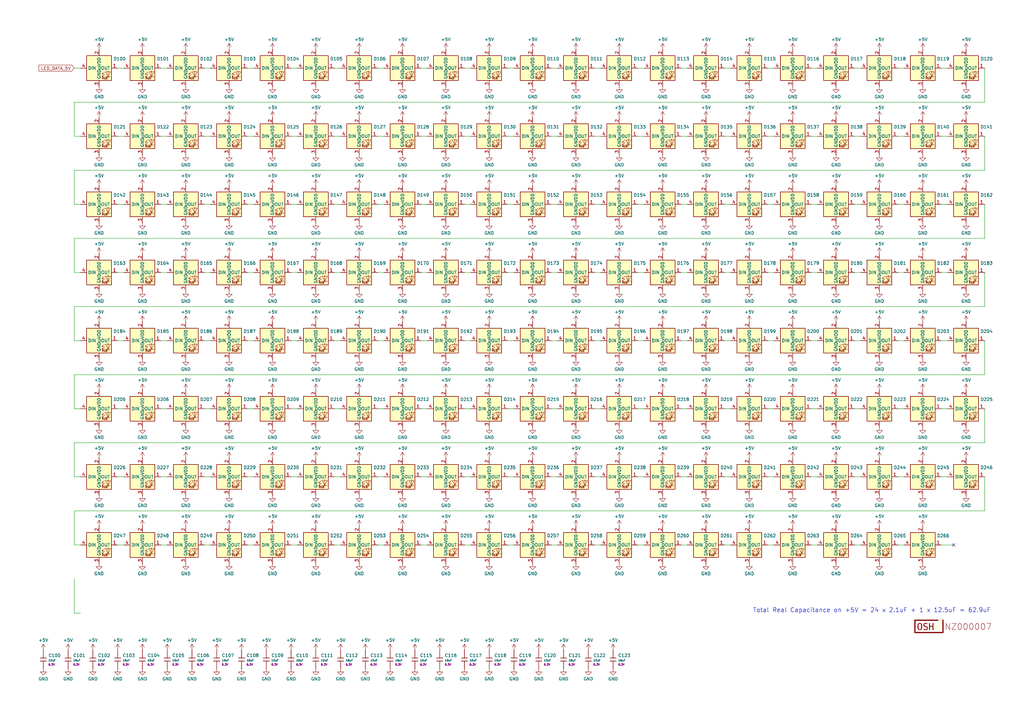
<source format=kicad_sch>
(kicad_sch (version 20250114) (generator "eeschema") (generator_version "9.0")
  (paper "A3")
  (title_block (title "Wellington Live Train Map") (date "2025-09-18") (rev "1.0.1") (company "Kea Studios") (comment 1 "©Chris Dirks") (comment 2 "GPL-3.0-or-later License"))
  (text "Total Real Capacitance on +5V = 24 x 2.1uF + 1 x 12.5uF = 62.9uF" (at 406.4 251.46 0) (effects (font (size 1.8 1.8)) (justify right bottom)))
  (no_connect (at 391.16 223.52))
  (wire (pts (xy 386.08 139.7) (xy 388.62 139.7)))
  (wire (pts (xy 332.74 83.82) (xy 335.28 83.82)))
  (wire (pts (xy 208.28 139.7) (xy 210.82 139.7)))
  (wire (pts (xy 119.38 111.76) (xy 121.92 111.76)))
  (wire (pts (xy 350.52 83.82) (xy 353.06 83.82)))
  (wire (pts (xy 403.86 27.94) (xy 403.86 41.91)))
  (wire (pts (xy 190.5 111.76) (xy 193.04 111.76)))
  (wire (pts (xy 332.74 27.94) (xy 335.28 27.94)))
  (wire (pts (xy 261.62 223.52) (xy 264.16 223.52)))
  (wire (pts (xy 190.5 139.7) (xy 193.04 139.7)))
  (wire (pts (xy 30.48 153.67) (xy 30.48 167.64)))
  (wire (pts (xy 154.94 55.88) (xy 157.48 55.88)))
  (wire (pts (xy 30.48 97.79) (xy 30.48 111.76)))
  (wire (pts (xy 314.96 111.76) (xy 317.5 111.76)))
  (wire (pts (xy 368.3 111.76) (xy 370.84 111.76)))
  (wire (pts (xy 30.48 27.94) (xy 33.02 27.94)))
  (wire (pts (xy 243.84 83.82) (xy 246.38 83.82)))
  (wire (pts (xy 154.94 195.58) (xy 157.48 195.58)))
  (wire (pts (xy 30.48 125.73) (xy 30.48 139.7)))
  (wire (pts (xy 83.82 27.94) (xy 86.36 27.94)))
  (wire (pts (xy 154.94 167.64) (xy 157.48 167.64)))
  (wire (pts (xy 332.74 195.58) (xy 335.28 195.58)))
  (wire (pts (xy 261.62 83.82) (xy 264.16 83.82)))
  (wire (pts (xy 66.04 27.94) (xy 68.58 27.94)))
  (wire (pts (xy 119.38 27.94) (xy 121.92 27.94)))
  (wire (pts (xy 66.04 139.7) (xy 68.58 139.7)))
  (wire (pts (xy 350.52 111.76) (xy 353.06 111.76)))
  (wire (pts (xy 119.38 195.58) (xy 121.92 195.58)))
  (wire (pts (xy 297.18 223.52) (xy 299.72 223.52)))
  (wire (pts (xy 101.6 167.64) (xy 104.14 167.64)))
  (wire (pts (xy 243.84 27.94) (xy 246.38 27.94)))
  (wire (pts (xy 66.04 195.58) (xy 68.58 195.58)))
  (wire (pts (xy 137.16 223.52) (xy 139.7 223.52)))
  (wire (pts (xy 350.52 223.52) (xy 353.06 223.52)))
  (wire (pts (xy 403.86 167.64) (xy 403.86 181.61)))
  (wire (pts (xy 190.5 195.58) (xy 193.04 195.58)))
  (wire (pts (xy 332.74 167.64) (xy 335.28 167.64)))
  (wire (pts (xy 226.06 223.52) (xy 228.6 223.52)))
  (wire (pts (xy 386.08 111.76) (xy 388.62 111.76)))
  (wire (pts (xy 403.86 195.58) (xy 403.86 209.55)))
  (wire (pts (xy 101.6 55.88) (xy 104.14 55.88)))
  (wire (pts (xy 368.3 27.94) (xy 370.84 27.94)))
  (wire (pts (xy 30.48 41.91) (xy 30.48 55.88)))
  (wire (pts (xy 172.72 223.52) (xy 175.26 223.52)))
  (wire (pts (xy 368.3 55.88) (xy 370.84 55.88)))
  (wire (pts (xy 208.28 83.82) (xy 210.82 83.82)))
  (wire (pts (xy 386.08 27.94) (xy 388.62 27.94)))
  (wire (pts (xy 30.48 181.61) (xy 30.48 195.58)))
  (wire (pts (xy 297.18 83.82) (xy 299.72 83.82)))
  (wire (pts (xy 137.16 139.7) (xy 139.7 139.7)))
  (wire (pts (xy 30.48 83.82) (xy 33.02 83.82)))
  (wire (pts (xy 350.52 55.88) (xy 353.06 55.88)))
  (wire (pts (xy 403.86 55.88) (xy 403.86 69.85)))
  (wire (pts (xy 279.4 223.52) (xy 281.94 223.52)))
  (wire (pts (xy 226.06 167.64) (xy 228.6 167.64)))
  (wire (pts (xy 172.72 139.7) (xy 175.26 139.7)))
  (wire (pts (xy 297.18 111.76) (xy 299.72 111.76)))
  (wire (pts (xy 403.86 97.79) (xy 30.48 97.79)))
  (wire (pts (xy 190.5 27.94) (xy 193.04 27.94)))
  (wire (pts (xy 314.96 83.82) (xy 317.5 83.82)))
  (wire (pts (xy 66.04 167.64) (xy 68.58 167.64)))
  (wire (pts (xy 332.74 223.52) (xy 335.28 223.52)))
  (wire (pts (xy 226.06 27.94) (xy 228.6 27.94)))
  (wire (pts (xy 83.82 83.82) (xy 86.36 83.82)))
  (wire (pts (xy 30.48 223.52) (xy 33.02 223.52)))
  (wire (pts (xy 279.4 139.7) (xy 281.94 139.7)))
  (wire (pts (xy 83.82 139.7) (xy 86.36 139.7)))
  (wire (pts (xy 30.48 111.76) (xy 33.02 111.76)))
  (wire (pts (xy 403.86 153.67) (xy 30.48 153.67)))
  (wire (pts (xy 297.18 139.7) (xy 299.72 139.7)))
  (wire (pts (xy 208.28 27.94) (xy 210.82 27.94)))
  (wire (pts (xy 119.38 139.7) (xy 121.92 139.7)))
  (wire (pts (xy 386.08 83.82) (xy 388.62 83.82)))
  (wire (pts (xy 226.06 111.76) (xy 228.6 111.76)))
  (wire (pts (xy 101.6 111.76) (xy 104.14 111.76)))
  (wire (pts (xy 30.48 237.49) (xy 30.48 251.46)))
  (wire (pts (xy 30.48 251.46) (xy 33.02 251.46)))
  (wire (pts (xy 154.94 83.82) (xy 157.48 83.82)))
  (wire (pts (xy 297.18 195.58) (xy 299.72 195.58)))
  (wire (pts (xy 261.62 111.76) (xy 264.16 111.76)))
  (wire (pts (xy 137.16 27.94) (xy 139.7 27.94)))
  (wire (pts (xy 119.38 55.88) (xy 121.92 55.88)))
  (wire (pts (xy 30.48 55.88) (xy 33.02 55.88)))
  (wire (pts (xy 208.28 111.76) (xy 210.82 111.76)))
  (wire (pts (xy 101.6 195.58) (xy 104.14 195.58)))
  (wire (pts (xy 119.38 223.52) (xy 121.92 223.52)))
  (wire (pts (xy 297.18 27.94) (xy 299.72 27.94)))
  (wire (pts (xy 30.48 167.64) (xy 33.02 167.64)))
  (wire (pts (xy 297.18 167.64) (xy 299.72 167.64)))
  (wire (pts (xy 350.52 167.64) (xy 353.06 167.64)))
  (wire (pts (xy 48.26 167.64) (xy 50.8 167.64)))
  (wire (pts (xy 279.4 167.64) (xy 281.94 167.64)))
  (wire (pts (xy 83.82 195.58) (xy 86.36 195.58)))
  (wire (pts (xy 279.4 27.94) (xy 281.94 27.94)))
  (wire (pts (xy 314.96 55.88) (xy 317.5 55.88)))
  (wire (pts (xy 48.26 223.52) (xy 50.8 223.52)))
  (wire (pts (xy 279.4 195.58) (xy 281.94 195.58)))
  (wire (pts (xy 261.62 55.88) (xy 264.16 55.88)))
  (wire (pts (xy 48.26 111.76) (xy 50.8 111.76)))
  (wire (pts (xy 314.96 27.94) (xy 317.5 27.94)))
  (wire (pts (xy 279.4 83.82) (xy 281.94 83.82)))
  (wire (pts (xy 261.62 27.94) (xy 264.16 27.94)))
  (wire (pts (xy 66.04 55.88) (xy 68.58 55.88)))
  (wire (pts (xy 243.84 111.76) (xy 246.38 111.76)))
  (wire (pts (xy 154.94 111.76) (xy 157.48 111.76)))
  (wire (pts (xy 208.28 195.58) (xy 210.82 195.58)))
  (wire (pts (xy 172.72 55.88) (xy 175.26 55.88)))
  (wire (pts (xy 261.62 139.7) (xy 264.16 139.7)))
  (wire (pts (xy 30.48 69.85) (xy 30.48 83.82)))
  (wire (pts (xy 403.86 209.55) (xy 30.48 209.55)))
  (wire (pts (xy 190.5 55.88) (xy 193.04 55.88)))
  (wire (pts (xy 83.82 111.76) (xy 86.36 111.76)))
  (wire (pts (xy 137.16 55.88) (xy 139.7 55.88)))
  (wire (pts (xy 368.3 223.52) (xy 370.84 223.52)))
  (wire (pts (xy 403.86 83.82) (xy 403.86 97.79)))
  (wire (pts (xy 66.04 111.76) (xy 68.58 111.76)))
  (wire (pts (xy 314.96 139.7) (xy 317.5 139.7)))
  (wire (pts (xy 386.08 167.64) (xy 388.62 167.64)))
  (wire (pts (xy 48.26 195.58) (xy 50.8 195.58)))
  (wire (pts (xy 101.6 27.94) (xy 104.14 27.94)))
  (wire (pts (xy 154.94 27.94) (xy 157.48 27.94)))
  (wire (pts (xy 386.08 55.88) (xy 388.62 55.88)))
  (wire (pts (xy 386.08 195.58) (xy 388.62 195.58)))
  (wire (pts (xy 261.62 167.64) (xy 264.16 167.64)))
  (wire (pts (xy 83.82 167.64) (xy 86.36 167.64)))
  (wire (pts (xy 243.84 223.52) (xy 246.38 223.52)))
  (wire (pts (xy 226.06 55.88) (xy 228.6 55.88)))
  (wire (pts (xy 403.86 181.61) (xy 30.48 181.61)))
  (wire (pts (xy 172.72 195.58) (xy 175.26 195.58)))
  (wire (pts (xy 101.6 139.7) (xy 104.14 139.7)))
  (wire (pts (xy 101.6 83.82) (xy 104.14 83.82)))
  (wire (pts (xy 243.84 55.88) (xy 246.38 55.88)))
  (wire (pts (xy 261.62 195.58) (xy 264.16 195.58)))
  (wire (pts (xy 190.5 223.52) (xy 193.04 223.52)))
  (wire (pts (xy 226.06 139.7) (xy 228.6 139.7)))
  (wire (pts (xy 243.84 195.58) (xy 246.38 195.58)))
  (wire (pts (xy 332.74 111.76) (xy 335.28 111.76)))
  (wire (pts (xy 350.52 139.7) (xy 353.06 139.7)))
  (wire (pts (xy 48.26 27.94) (xy 50.8 27.94)))
  (wire (pts (xy 208.28 223.52) (xy 210.82 223.52)))
  (wire (pts (xy 368.3 167.64) (xy 370.84 167.64)))
  (wire (pts (xy 30.48 195.58) (xy 33.02 195.58)))
  (wire (pts (xy 172.72 111.76) (xy 175.26 111.76)))
  (wire (pts (xy 119.38 83.82) (xy 121.92 83.82)))
  (wire (pts (xy 48.26 139.7) (xy 50.8 139.7)))
  (wire (pts (xy 226.06 83.82) (xy 228.6 83.82)))
  (wire (pts (xy 279.4 111.76) (xy 281.94 111.76)))
  (wire (pts (xy 119.38 167.64) (xy 121.92 167.64)))
  (wire (pts (xy 279.4 55.88) (xy 281.94 55.88)))
  (wire (pts (xy 137.16 111.76) (xy 139.7 111.76)))
  (wire (pts (xy 137.16 83.82) (xy 139.7 83.82)))
  (wire (pts (xy 403.86 139.7) (xy 403.86 153.67)))
  (wire (pts (xy 137.16 195.58) (xy 139.7 195.58)))
  (wire (pts (xy 403.86 41.91) (xy 30.48 41.91)))
  (wire (pts (xy 190.5 167.64) (xy 193.04 167.64)))
  (wire (pts (xy 208.28 55.88) (xy 210.82 55.88)))
  (wire (pts (xy 66.04 83.82) (xy 68.58 83.82)))
  (wire (pts (xy 172.72 83.82) (xy 175.26 83.82)))
  (wire (pts (xy 83.82 223.52) (xy 86.36 223.52)))
  (wire (pts (xy 368.3 83.82) (xy 370.84 83.82)))
  (wire (pts (xy 66.04 223.52) (xy 68.58 223.52)))
  (wire (pts (xy 314.96 167.64) (xy 317.5 167.64)))
  (wire (pts (xy 314.96 195.58) (xy 317.5 195.58)))
  (wire (pts (xy 48.26 83.82) (xy 50.8 83.82)))
  (wire (pts (xy 403.86 69.85) (xy 30.48 69.85)))
  (wire (pts (xy 243.84 167.64) (xy 246.38 167.64)))
  (wire (pts (xy 190.5 83.82) (xy 193.04 83.82)))
  (wire (pts (xy 386.08 223.52) (xy 391.16 223.52)))
  (wire (pts (xy 137.16 167.64) (xy 139.7 167.64)))
  (wire (pts (xy 208.28 167.64) (xy 210.82 167.64)))
  (wire (pts (xy 403.86 111.76) (xy 403.86 125.73)))
  (wire (pts (xy 368.3 139.7) (xy 370.84 139.7)))
  (wire (pts (xy 368.3 195.58) (xy 370.84 195.58)))
  (wire (pts (xy 350.52 195.58) (xy 353.06 195.58)))
  (wire (pts (xy 226.06 195.58) (xy 228.6 195.58)))
  (wire (pts (xy 332.74 55.88) (xy 335.28 55.88)))
  (wire (pts (xy 350.52 27.94) (xy 353.06 27.94)))
  (wire (pts (xy 83.82 55.88) (xy 86.36 55.88)))
  (wire (pts (xy 30.48 209.55) (xy 30.48 223.52)))
  (wire (pts (xy 172.72 167.64) (xy 175.26 167.64)))
  (wire (pts (xy 297.18 55.88) (xy 299.72 55.88)))
  (wire (pts (xy 403.86 125.73) (xy 30.48 125.73)))
  (wire (pts (xy 48.26 55.88) (xy 50.8 55.88)))
  (wire (pts (xy 172.72 27.94) (xy 175.26 27.94)))
  (wire (pts (xy 314.96 223.52) (xy 317.5 223.52)))
  (wire (pts (xy 243.84 139.7) (xy 246.38 139.7)))
  (wire (pts (xy 154.94 223.52) (xy 157.48 223.52)))
  (wire (pts (xy 101.6 223.52) (xy 104.14 223.52)))
  (wire (pts (xy 30.48 139.7) (xy 33.02 139.7)))
  (wire (pts (xy 154.94 139.7) (xy 157.48 139.7)))
  (wire (pts (xy 332.74 139.7) (xy 335.28 139.7)))
  (global_label "LED_DATA_5V" (shape input) (at 30.48 27.94 180) (property "Intersheetrefs" "${INTERSHEET_REFS}" (effects (hide yes))))
  (symbol (lib_id "power:GND") (at 78.74 274.32 0) (unit 1)
    (property "Reference" "#PWR0459" (effects (hide yes)))
    (property "Value" "GND" (at 78.74 278.4531 0))
    (property "Description" "Power symbol creates a global label with name \"GND\" , ground" (effects (hide yes)))
  )
  (symbol (lib_id "PCM_JLCPCB-Extended:LED, WS2812B, 1615") (at 271.78 139.7 0) (unit 1)
    (property "Reference" "D197" (at 280.1824 135.8777 0))
    (property "Value" "XL-1615RGBC-WS2812B-S" (effects (hide yes)))
    (property "Footprint" "PCM_JLCPCB:LED-SMD_4P-L1.6-W1.5_XL-1615RGBC-WS2812B" (effects (hide yes)))
    (property "Datasheet" "https://atta.szlcsc.com/upload/public/pdf/source/20230111/5AD58278EBED6B6650A81C53A19BF314.pdf" (effects (hide yes)))
    (property "Description" "1615 RGB LEDs(Built-in IC) ROHS" (effects (hide yes)))
    (property "LCSC" "C41413180" (effects (hide yes)))
    (property "Manufacturer" "XINGLIGHT" (effects (hide yes)))
    (property "Part" "XL-1615RGBC-WS2812B-S" (effects (hide yes)))
  )
  (symbol (lib_id "PCM_JLCPCB-Extended:LED, WS2812B, 1615") (at 236.22 83.82 0) (unit 1)
    (property "Reference" "D153" (at 244.6224 79.9977 0))
    (property "Value" "XL-1615RGBC-WS2812B-S" (effects (hide yes)))
    (property "Footprint" "PCM_JLCPCB:LED-SMD_4P-L1.6-W1.5_XL-1615RGBC-WS2812B" (effects (hide yes)))
    (property "Datasheet" "https://atta.szlcsc.com/upload/public/pdf/source/20230111/5AD58278EBED6B6650A81C53A19BF314.pdf" (effects (hide yes)))
    (property "Description" "1615 RGB LEDs(Built-in IC) ROHS" (effects (hide yes)))
    (property "LCSC" "C41413180" (effects (hide yes)))
    (property "Manufacturer" "XINGLIGHT" (effects (hide yes)))
    (property "Part" "XL-1615RGBC-WS2812B-S" (effects (hide yes)))
  )
  (symbol (lib_id "power:GND") (at 220.98 274.32 0) (unit 1)
    (property "Reference" "#PWR0503" (effects (hide yes)))
    (property "Value" "GND" (at 220.98 278.4531 0))
    (property "Description" "Power symbol creates a global label with name \"GND\" , ground" (effects (hide yes)))
  )
  (symbol (lib_id "power:GND") (at 200.66 147.32 0) (unit 1)
    (property "Reference" "#PWR0298" (effects (hide yes)))
    (property "Value" "GND" (at 200.66 151.4531 0))
    (property "Description" "Power symbol creates a global label with name \"GND\" , ground" (effects (hide yes)))
  )
  (symbol (lib_id "power:+5V") (at 307.34 132.08 0) (unit 1)
    (property "Reference" "#PWR0283" (effects (hide yes)))
    (property "Value" "+5V" (at 307.34 127.9469 0))
    (property "Description" "Power symbol creates a global label with name \"+5V\"" (effects (hide yes)))
  )
  (symbol (lib_id "power:GND") (at 111.76 175.26 0) (unit 1)
    (property "Reference" "#PWR0314" (effects (hide yes)))
    (property "Value" "GND" (at 111.76 179.3931 0))
    (property "Description" "Power symbol creates a global label with name \"GND\" , ground" (effects (hide yes)))
  )
  (symbol (lib_id "power:GND") (at 182.88 231.14 0) (unit 1)
    (property "Reference" "#PWR0345" (effects (hide yes)))
    (property "Value" "GND" (at 182.88 235.2731 0))
    (property "Description" "Power symbol creates a global label with name \"GND\" , ground" (effects (hide yes)))
  )
  (symbol (lib_id "power:GND") (at 396.24 119.38 0) (unit 1)
    (property "Reference" "#PWR0267" (effects (hide yes)))
    (property "Value" "GND" (at 396.24 123.5131 0))
    (property "Description" "Power symbol creates a global label with name \"GND\" , ground" (effects (hide yes)))
  )
  (symbol (lib_id "power:GND") (at 165.1 63.5 0) (unit 1)
    (property "Reference" "#PWR0170" (effects (hide yes)))
    (property "Value" "GND" (at 165.1 67.6331 0))
    (property "Description" "Power symbol creates a global label with name \"GND\" , ground" (effects (hide yes)))
  )
  (symbol (lib_id "PCM_JLCPCB-Extended:LED, WS2812B, 1615") (at 200.66 27.94 0) (unit 1)
    (property "Reference" "D109" (at 209.0624 24.1177 0))
    (property "Value" "XL-1615RGBC-WS2812B-S" (effects (hide yes)))
    (property "Footprint" "PCM_JLCPCB:LED-SMD_4P-L1.6-W1.5_XL-1615RGBC-WS2812B" (effects (hide yes)))
    (property "Datasheet" "https://atta.szlcsc.com/upload/public/pdf/source/20230111/5AD58278EBED6B6650A81C53A19BF314.pdf" (effects (hide yes)))
    (property "Description" "1615 RGB LEDs(Built-in IC) ROHS" (effects (hide yes)))
    (property "LCSC" "C41413180" (effects (hide yes)))
    (property "Manufacturer" "XINGLIGHT" (effects (hide yes)))
    (property "Part" "XL-1615RGBC-WS2812B-S" (effects (hide yes)))
  )
  (symbol (lib_id "power:GND") (at 147.32 91.44 0) (unit 1)
    (property "Reference" "#PWR0211" (effects (hide yes)))
    (property "Value" "GND" (at 147.32 95.5731 0))
    (property "Description" "Power symbol creates a global label with name \"GND\" , ground" (effects (hide yes)))
  )
  (symbol (lib_id "power:+5V") (at 93.98 48.26 0) (unit 1)
    (property "Reference" "#PWR0145" (effects (hide yes)))
    (property "Value" "+5V" (at 93.98 44.1269 0))
    (property "Description" "Power symbol creates a global label with name \"+5V\"" (effects (hide yes)))
  )
  (symbol (lib_id "power:GND") (at 58.42 119.38 0) (unit 1)
    (property "Reference" "#PWR0248" (effects (hide yes)))
    (property "Value" "GND" (at 58.42 123.5131 0))
    (property "Description" "Power symbol creates a global label with name \"GND\" , ground" (effects (hide yes)))
  )
  (symbol (lib_id "power:+5V") (at 271.78 132.08 0) (unit 1)
    (property "Reference" "#PWR0281" (effects (hide yes)))
    (property "Value" "+5V" (at 271.78 127.9469 0))
    (property "Description" "Power symbol creates a global label with name \"+5V\"" (effects (hide yes)))
  )
  (symbol (lib_id "power:GND") (at 271.78 91.44 0) (unit 1)
    (property "Reference" "#PWR0218" (effects (hide yes)))
    (property "Value" "GND" (at 271.78 95.5731 0))
    (property "Description" "Power symbol creates a global label with name \"GND\" , ground" (effects (hide yes)))
  )
  (symbol (lib_id "power:GND") (at 147.32 203.2 0) (unit 1)
    (property "Reference" "#PWR069" (effects (hide yes)))
    (property "Value" "GND" (at 147.32 207.3331 0))
    (property "Description" "Power symbol creates a global label with name \"GND\" , ground" (effects (hide yes)))
  )
  (symbol (lib_id "PCM_JLCPCB-Extended:LED, WS2812B, 1615") (at 378.46 223.52 0) (unit 1)
    (property "Reference" "D266" (at 386.8624 219.6977 0))
    (property "Value" "XL-1615RGBC-WS2812B-S" (effects (hide yes)))
    (property "Footprint" "PCM_JLCPCB:LED-SMD_4P-L1.6-W1.5_XL-1615RGBC-WS2812B" (effects (hide yes)))
    (property "Datasheet" "https://atta.szlcsc.com/upload/public/pdf/source/20230111/5AD58278EBED6B6650A81C53A19BF314.pdf" (effects (hide yes)))
    (property "Description" "1615 RGB LEDs(Built-in IC) ROHS" (effects (hide yes)))
    (property "LCSC" "C41413180" (effects (hide yes)))
    (property "Manufacturer" "XINGLIGHT" (effects (hide yes)))
    (property "Part" "XL-1615RGBC-WS2812B-S" (effects (hide yes)))
  )
  (symbol (lib_id "power:+5V") (at 93.98 187.96 0) (unit 1)
    (property "Reference" "#PWR061" (effects (hide yes)))
    (property "Value" "+5V" (at 93.98 183.8269 0))
    (property "Description" "Power symbol creates a global label with name \"+5V\"" (effects (hide yes)))
  )
  (symbol (lib_id "power:+5V") (at 289.56 76.2 0) (unit 1)
    (property "Reference" "#PWR0198" (effects (hide yes)))
    (property "Value" "+5V" (at 289.56 72.0669 0))
    (property "Description" "Power symbol creates a global label with name \"+5V\"" (effects (hide yes)))
  )
  (symbol (lib_id "PCM_JLCPCB-Extended:LED, WS2812B, 1615") (at 147.32 195.58 0) (unit 1)
    (property "Reference" "D232" (at 155.7224 191.7577 0))
    (property "Value" "XL-1615RGBC-WS2812B-S" (effects (hide yes)))
    (property "Footprint" "PCM_JLCPCB:LED-SMD_4P-L1.6-W1.5_XL-1615RGBC-WS2812B" (effects (hide yes)))
    (property "Datasheet" "https://atta.szlcsc.com/upload/public/pdf/source/20230111/5AD58278EBED6B6650A81C53A19BF314.pdf" (effects (hide yes)))
    (property "Description" "1615 RGB LEDs(Built-in IC) ROHS" (effects (hide yes)))
    (property "LCSC" "C41413180" (effects (hide yes)))
    (property "Manufacturer" "XINGLIGHT" (effects (hide yes)))
    (property "Part" "XL-1615RGBC-WS2812B-S" (effects (hide yes)))
  )
  (symbol (lib_id "power:+5V") (at 129.54 104.14 0) (unit 1)
    (property "Reference" "#PWR0231" (effects (hide yes)))
    (property "Value" "+5V" (at 129.54 100.0069 0))
    (property "Description" "Power symbol creates a global label with name \"+5V\"" (effects (hide yes)))
  )
  (symbol (lib_id "power:+5V") (at 396.24 76.2 0) (unit 1)
    (property "Reference" "#PWR0204" (effects (hide yes)))
    (property "Value" "+5V" (at 396.24 72.0669 0))
    (property "Description" "Power symbol creates a global label with name \"+5V\"" (effects (hide yes)))
  )
  (symbol (lib_id "power:GND") (at 342.9 203.2 0) (unit 1)
    (property "Reference" "#PWR091" (effects (hide yes)))
    (property "Value" "GND" (at 342.9 207.3331 0))
    (property "Description" "Power symbol creates a global label with name \"GND\" , ground" (effects (hide yes)))
  )
  (symbol (lib_id "power:+5V") (at 218.44 160.02 0) (unit 1)
    (property "Reference" "#PWR0487" (effects (hide yes)))
    (property "Value" "+5V" (at 218.44 155.8869 0))
    (property "Description" "Power symbol creates a global label with name \"+5V\"" (effects (hide yes)))
  )
  (symbol (lib_id "power:GND") (at 231.14 274.32 0) (unit 1)
    (property "Reference" "#PWR0508" (effects (hide yes)))
    (property "Value" "GND" (at 231.14 278.4531 0))
    (property "Description" "Power symbol creates a global label with name \"GND\" , ground" (effects (hide yes)))
  )
  (symbol (lib_id "power:GND") (at 289.56 35.56 0) (unit 1)
    (property "Reference" "#PWR0129" (effects (hide yes)))
    (property "Value" "GND" (at 289.56 39.6931 0))
    (property "Description" "Power symbol creates a global label with name \"GND\" , ground" (effects (hide yes)))
  )
  (symbol (lib_id "power:+5V") (at 58.42 20.32 0) (unit 1)
    (property "Reference" "#PWR0101" (effects (hide yes)))
    (property "Value" "+5V" (at 58.42 16.1869 0))
    (property "Description" "Power symbol creates a global label with name \"+5V\"" (effects (hide yes)))
  )
  (symbol (lib_id "PCM_JLCPCB-Extended:LED, WS2812B, 1615") (at 76.2 55.88 0) (unit 1)
    (property "Reference" "D123" (at 84.6024 52.0577 0))
    (property "Value" "XL-1615RGBC-WS2812B-S" (effects (hide yes)))
    (property "Footprint" "PCM_JLCPCB:LED-SMD_4P-L1.6-W1.5_XL-1615RGBC-WS2812B" (effects (hide yes)))
    (property "Datasheet" "https://atta.szlcsc.com/upload/public/pdf/source/20230111/5AD58278EBED6B6650A81C53A19BF314.pdf" (effects (hide yes)))
    (property "Description" "1615 RGB LEDs(Built-in IC) ROHS" (effects (hide yes)))
    (property "LCSC" "C41413180" (effects (hide yes)))
    (property "Manufacturer" "XINGLIGHT" (effects (hide yes)))
    (property "Part" "XL-1615RGBC-WS2812B-S" (effects (hide yes)))
  )
  (symbol (lib_id "power:GND") (at 129.54 274.32 0) (unit 1)
    (property "Reference" "#PWR0464" (effects (hide yes)))
    (property "Value" "GND" (at 129.54 278.4531 0))
    (property "Description" "Power symbol creates a global label with name \"GND\" , ground" (effects (hide yes)))
  )
  (symbol (lib_id "power:GND") (at 38.1 274.32 0) (unit 1)
    (property "Reference" "#PWR0446" (effects (hide yes)))
    (property "Value" "GND" (at 38.1 278.4531 0))
    (property "Description" "Power symbol creates a global label with name \"GND\" , ground" (effects (hide yes)))
  )
  (symbol (lib_id "power:+5V") (at 58.42 266.7 0) (unit 1)
    (property "Reference" "#PWR0449" (effects (hide yes)))
    (property "Value" "+5V" (at 58.42 262.5669 0))
    (property "Description" "Power symbol creates a global label with name \"+5V\"" (effects (hide yes)))
  )
  (symbol (lib_id "PCM_JLCPCB-Extended:LED, WS2812B, 1615") (at 325.12 223.52 0) (unit 1)
    (property "Reference" "D263" (at 333.5224 219.6977 0))
    (property "Value" "XL-1615RGBC-WS2812B-S" (effects (hide yes)))
    (property "Footprint" "PCM_JLCPCB:LED-SMD_4P-L1.6-W1.5_XL-1615RGBC-WS2812B" (effects (hide yes)))
    (property "Datasheet" "https://atta.szlcsc.com/upload/public/pdf/source/20230111/5AD58278EBED6B6650A81C53A19BF314.pdf" (effects (hide yes)))
    (property "Description" "1615 RGB LEDs(Built-in IC) ROHS" (effects (hide yes)))
    (property "LCSC" "C41413180" (effects (hide yes)))
    (property "Manufacturer" "XINGLIGHT" (effects (hide yes)))
    (property "Part" "XL-1615RGBC-WS2812B-S" (effects (hide yes)))
  )
  (symbol (lib_id "power:GND") (at 40.64 91.44 0) (unit 1)
    (property "Reference" "#PWR0205" (effects (hide yes)))
    (property "Value" "GND" (at 40.64 95.5731 0))
    (property "Description" "Power symbol creates a global label with name \"GND\" , ground" (effects (hide yes)))
  )
  (symbol (lib_id "power:GND") (at 200.66 91.44 0) (unit 1)
    (property "Reference" "#PWR0214" (effects (hide yes)))
    (property "Value" "GND" (at 200.66 95.5731 0))
    (property "Description" "Power symbol creates a global label with name \"GND\" , ground" (effects (hide yes)))
  )
  (symbol (lib_id "power:GND") (at 40.64 119.38 0) (unit 1)
    (property "Reference" "#PWR0247" (effects (hide yes)))
    (property "Value" "GND" (at 40.64 123.5131 0))
    (property "Description" "Power symbol creates a global label with name \"GND\" , ground" (effects (hide yes)))
  )
  (symbol (lib_id "power:GND") (at 93.98 203.2 0) (unit 1)
    (property "Reference" "#PWR062" (effects (hide yes)))
    (property "Value" "GND" (at 93.98 207.3331 0))
    (property "Description" "Power symbol creates a global label with name \"GND\" , ground" (effects (hide yes)))
  )
  (symbol (lib_id "power:GND") (at 378.46 175.26 0) (unit 1)
    (property "Reference" "#PWR0329" (effects (hide yes)))
    (property "Value" "GND" (at 378.46 179.3931 0))
    (property "Description" "Power symbol creates a global label with name \"GND\" , ground" (effects (hide yes)))
  )
  (symbol (lib_id "power:+5V") (at 93.98 104.14 0) (unit 1)
    (property "Reference" "#PWR0229" (effects (hide yes)))
    (property "Value" "+5V" (at 93.98 100.0069 0))
    (property "Description" "Power symbol creates a global label with name \"+5V\"" (effects (hide yes)))
  )
  (symbol (lib_id "power:+5V") (at 360.68 215.9 0) (unit 1)
    (property "Reference" "#PWR0377" (effects (hide yes)))
    (property "Value" "+5V" (at 360.68 211.7669 0))
    (property "Description" "Power symbol creates a global label with name \"+5V\"" (effects (hide yes)))
  )
  (symbol (lib_id "PCM_JLCPCB-Extended:LED, WS2812B, 1615") (at 129.54 111.76 0) (unit 1)
    (property "Reference" "D168" (at 137.9424 107.9377 0))
    (property "Value" "XL-1615RGBC-WS2812B-S" (effects (hide yes)))
    (property "Footprint" "PCM_JLCPCB:LED-SMD_4P-L1.6-W1.5_XL-1615RGBC-WS2812B" (effects (hide yes)))
    (property "Datasheet" "https://atta.szlcsc.com/upload/public/pdf/source/20230111/5AD58278EBED6B6650A81C53A19BF314.pdf" (effects (hide yes)))
    (property "Description" "1615 RGB LEDs(Built-in IC) ROHS" (effects (hide yes)))
    (property "LCSC" "C41413180" (effects (hide yes)))
    (property "Manufacturer" "XINGLIGHT" (effects (hide yes)))
    (property "Part" "XL-1615RGBC-WS2812B-S" (effects (hide yes)))
  )
  (symbol (lib_id "power:GND") (at 325.12 147.32 0) (unit 1)
    (property "Reference" "#PWR0305" (effects (hide yes)))
    (property "Value" "GND" (at 325.12 151.4531 0))
    (property "Description" "Power symbol creates a global label with name \"GND\" , ground" (effects (hide yes)))
  )
  (symbol (lib_id "PCM_JLCPCB-Extended:LED, WS2812B, 1615") (at 218.44 111.76 0) (unit 1)
    (property "Reference" "D173" (at 226.8424 107.9377 0))
    (property "Value" "XL-1615RGBC-WS2812B-S" (effects (hide yes)))
    (property "Footprint" "PCM_JLCPCB:LED-SMD_4P-L1.6-W1.5_XL-1615RGBC-WS2812B" (effects (hide yes)))
    (property "Datasheet" "https://atta.szlcsc.com/upload/public/pdf/source/20230111/5AD58278EBED6B6650A81C53A19BF314.pdf" (effects (hide yes)))
    (property "Description" "1615 RGB LEDs(Built-in IC) ROHS" (effects (hide yes)))
    (property "LCSC" "C41413180" (effects (hide yes)))
    (property "Manufacturer" "XINGLIGHT" (effects (hide yes)))
    (property "Part" "XL-1615RGBC-WS2812B-S" (effects (hide yes)))
  )
  (symbol (lib_id "power:+5V") (at 149.86 266.7 0) (unit 1)
    (property "Reference" "#PWR0466" (effects (hide yes)))
    (property "Value" "+5V" (at 149.86 262.5669 0))
    (property "Description" "Power symbol creates a global label with name \"+5V\"" (effects (hide yes)))
  )
  (symbol (lib_id "PCM_JLCPCB-Extended:LED, WS2812B, 1615") (at 307.34 111.76 0) (unit 1)
    (property "Reference" "D178" (at 315.7424 107.9377 0))
    (property "Value" "XL-1615RGBC-WS2812B-S" (effects (hide yes)))
    (property "Footprint" "PCM_JLCPCB:LED-SMD_4P-L1.6-W1.5_XL-1615RGBC-WS2812B" (effects (hide yes)))
    (property "Datasheet" "https://atta.szlcsc.com/upload/public/pdf/source/20230111/5AD58278EBED6B6650A81C53A19BF314.pdf" (effects (hide yes)))
    (property "Description" "1615 RGB LEDs(Built-in IC) ROHS" (effects (hide yes)))
    (property "LCSC" "C41413180" (effects (hide yes)))
    (property "Manufacturer" "XINGLIGHT" (effects (hide yes)))
    (property "Part" "XL-1615RGBC-WS2812B-S" (effects (hide yes)))
  )
  (symbol (lib_id "power:GND") (at 210.82 274.32 0) (unit 1)
    (property "Reference" "#PWR0502" (effects (hide yes)))
    (property "Value" "GND" (at 210.82 278.4531 0))
    (property "Description" "Power symbol creates a global label with name \"GND\" , ground" (effects (hide yes)))
  )
  (symbol (lib_id "power:GND") (at 88.9 274.32 0) (unit 1)
    (property "Reference" "#PWR0460" (effects (hide yes)))
    (property "Value" "GND" (at 88.9 278.4531 0))
    (property "Description" "Power symbol creates a global label with name \"GND\" , ground" (effects (hide yes)))
  )
  (symbol (lib_id "power:GND") (at 129.54 63.5 0) (unit 1)
    (property "Reference" "#PWR0168" (effects (hide yes)))
    (property "Value" "GND" (at 129.54 67.6331 0))
    (property "Description" "Power symbol creates a global label with name \"GND\" , ground" (effects (hide yes)))
  )
  (symbol (lib_id "power:+5V") (at 58.42 215.9 0) (unit 1)
    (property "Reference" "#PWR0130" (effects (hide yes)))
    (property "Value" "+5V" (at 58.42 211.7669 0))
    (property "Description" "Power symbol creates a global label with name \"+5V\"" (effects (hide yes)))
  )
  (symbol (lib_id "PCM_JLCPCB-Extended:LED, WS2812B, 1615") (at 218.44 195.58 0) (unit 1)
    (property "Reference" "D236" (at 226.8424 191.7577 0))
    (property "Value" "XL-1615RGBC-WS2812B-S" (effects (hide yes)))
    (property "Footprint" "PCM_JLCPCB:LED-SMD_4P-L1.6-W1.5_XL-1615RGBC-WS2812B" (effects (hide yes)))
    (property "Datasheet" "https://atta.szlcsc.com/upload/public/pdf/source/20230111/5AD58278EBED6B6650A81C53A19BF314.pdf" (effects (hide yes)))
    (property "Description" "1615 RGB LEDs(Built-in IC) ROHS" (effects (hide yes)))
    (property "LCSC" "C41413180" (effects (hide yes)))
    (property "Manufacturer" "XINGLIGHT" (effects (hide yes)))
    (property "Part" "XL-1615RGBC-WS2812B-S" (effects (hide yes)))
  )
  (symbol (lib_id "power:GND") (at 360.68 231.14 0) (unit 1)
    (property "Reference" "#PWR0383" (effects (hide yes)))
    (property "Value" "GND" (at 360.68 235.2731 0))
    (property "Description" "Power symbol creates a global label with name \"GND\" , ground" (effects (hide yes)))
  )
  (symbol (lib_id "PCM_JLCPCB-Extended:LED, WS2812B, 1615") (at 325.12 167.64 0) (unit 1)
    (property "Reference" "D221" (at 333.5224 163.8177 0))
    (property "Value" "XL-1615RGBC-WS2812B-S" (effects (hide yes)))
    (property "Footprint" "PCM_JLCPCB:LED-SMD_4P-L1.6-W1.5_XL-1615RGBC-WS2812B" (effects (hide yes)))
    (property "Datasheet" "https://atta.szlcsc.com/upload/public/pdf/source/20230111/5AD58278EBED6B6650A81C53A19BF314.pdf" (effects (hide yes)))
    (property "Description" "1615 RGB LEDs(Built-in IC) ROHS" (effects (hide yes)))
    (property "LCSC" "C41413180" (effects (hide yes)))
    (property "Manufacturer" "XINGLIGHT" (effects (hide yes)))
    (property "Part" "XL-1615RGBC-WS2812B-S" (effects (hide yes)))
  )
  (symbol (lib_id "PCM_JLCPCB-Extended:LED, WS2812B, 1615") (at 342.9 55.88 0) (unit 1)
    (property "Reference" "D138" (at 351.3024 52.0577 0))
    (property "Value" "XL-1615RGBC-WS2812B-S" (effects (hide yes)))
    (property "Footprint" "PCM_JLCPCB:LED-SMD_4P-L1.6-W1.5_XL-1615RGBC-WS2812B" (effects (hide yes)))
    (property "Datasheet" "https://atta.szlcsc.com/upload/public/pdf/source/20230111/5AD58278EBED6B6650A81C53A19BF314.pdf" (effects (hide yes)))
    (property "Description" "1615 RGB LEDs(Built-in IC) ROHS" (effects (hide yes)))
    (property "LCSC" "C41413180" (effects (hide yes)))
    (property "Manufacturer" "XINGLIGHT" (effects (hide yes)))
    (property "Part" "XL-1615RGBC-WS2812B-S" (effects (hide yes)))
  )
  (symbol (lib_id "power:+5V") (at 139.7 266.7 0) (unit 1)
    (property "Reference" "#PWR0465" (effects (hide yes)))
    (property "Value" "+5V" (at 139.7 262.5669 0))
    (property "Description" "Power symbol creates a global label with name \"+5V\"" (effects (hide yes)))
  )
  (symbol (lib_id "power:+5V") (at 129.54 266.7 0) (unit 1)
    (property "Reference" "#PWR0458" (effects (hide yes)))
    (property "Value" "+5V" (at 129.54 262.5669 0))
    (property "Description" "Power symbol creates a global label with name \"+5V\"" (effects (hide yes)))
  )
  (symbol (lib_id "PCM_JLCPCB-Extended:LED, WS2812B, 1615") (at 307.34 223.52 0) (unit 1)
    (property "Reference" "D262" (at 315.7424 219.6977 0))
    (property "Value" "XL-1615RGBC-WS2812B-S" (effects (hide yes)))
    (property "Footprint" "PCM_JLCPCB:LED-SMD_4P-L1.6-W1.5_XL-1615RGBC-WS2812B" (effects (hide yes)))
    (property "Datasheet" "https://atta.szlcsc.com/upload/public/pdf/source/20230111/5AD58278EBED6B6650A81C53A19BF314.pdf" (effects (hide yes)))
    (property "Description" "1615 RGB LEDs(Built-in IC) ROHS" (effects (hide yes)))
    (property "LCSC" "C41413180" (effects (hide yes)))
    (property "Manufacturer" "XINGLIGHT" (effects (hide yes)))
    (property "Part" "XL-1615RGBC-WS2812B-S" (effects (hide yes)))
  )
  (symbol (lib_id "power:GND") (at 218.44 231.14 0) (unit 1)
    (property "Reference" "#PWR0350" (effects (hide yes)))
    (property "Value" "GND" (at 218.44 235.2731 0))
    (property "Description" "Power symbol creates a global label with name \"GND\" , ground" (effects (hide yes)))
  )
  (symbol (lib_id "power:GND") (at 271.78 119.38 0) (unit 1)
    (property "Reference" "#PWR0260" (effects (hide yes)))
    (property "Value" "GND" (at 271.78 123.5131 0))
    (property "Description" "Power symbol creates a global label with name \"GND\" , ground" (effects (hide yes)))
  )
  (symbol (lib_id "power:+5V") (at 58.42 76.2 0) (unit 1)
    (property "Reference" "#PWR0185" (effects (hide yes)))
    (property "Value" "+5V" (at 58.42 72.0669 0))
    (property "Description" "Power symbol creates a global label with name \"+5V\"" (effects (hide yes)))
  )
  (symbol (lib_id "power:+5V") (at 78.74 266.7 0) (unit 1)
    (property "Reference" "#PWR0453" (effects (hide yes)))
    (property "Value" "+5V" (at 78.74 262.5669 0))
    (property "Description" "Power symbol creates a global label with name \"+5V\"" (effects (hide yes)))
  )
  (symbol (lib_id "power:+5V") (at 218.44 132.08 0) (unit 1)
    (property "Reference" "#PWR0278" (effects (hide yes)))
    (property "Value" "+5V" (at 218.44 127.9469 0))
    (property "Description" "Power symbol creates a global label with name \"+5V\"" (effects (hide yes)))
  )
  (symbol (lib_id "PCM_JLCPCB-Extended:LED, WS2812B, 1615") (at 147.32 139.7 0) (unit 1)
    (property "Reference" "D190" (at 155.7224 135.8777 0))
    (property "Value" "XL-1615RGBC-WS2812B-S" (effects (hide yes)))
    (property "Footprint" "PCM_JLCPCB:LED-SMD_4P-L1.6-W1.5_XL-1615RGBC-WS2812B" (effects (hide yes)))
    (property "Datasheet" "https://atta.szlcsc.com/upload/public/pdf/source/20230111/5AD58278EBED6B6650A81C53A19BF314.pdf" (effects (hide yes)))
    (property "Description" "1615 RGB LEDs(Built-in IC) ROHS" (effects (hide yes)))
    (property "LCSC" "C41413180" (effects (hide yes)))
    (property "Manufacturer" "XINGLIGHT" (effects (hide yes)))
    (property "Part" "XL-1615RGBC-WS2812B-S" (effects (hide yes)))
  )
  (symbol (lib_id "power:+5V") (at 165.1 48.26 0) (unit 1)
    (property "Reference" "#PWR0149" (effects (hide yes)))
    (property "Value" "+5V" (at 165.1 44.1269 0))
    (property "Description" "Power symbol creates a global label with name \"+5V\"" (effects (hide yes)))
  )
  (symbol (lib_id "power:+5V") (at 271.78 104.14 0) (unit 1)
    (property "Reference" "#PWR0239" (effects (hide yes)))
    (property "Value" "+5V" (at 271.78 100.0069 0))
    (property "Description" "Power symbol creates a global label with name \"+5V\"" (effects (hide yes)))
  )
  (symbol (lib_id "power:+5V") (at 58.42 160.02 0) (unit 1)
    (property "Reference" "#PWR0478" (effects (hide yes)))
    (property "Value" "+5V" (at 58.42 155.8869 0))
    (property "Description" "Power symbol creates a global label with name \"+5V\"" (effects (hide yes)))
  )
  (symbol (lib_id "power:+5V") (at 129.54 132.08 0) (unit 1)
    (property "Reference" "#PWR0273" (effects (hide yes)))
    (property "Value" "+5V" (at 129.54 127.9469 0))
    (property "Description" "Power symbol creates a global label with name \"+5V\"" (effects (hide yes)))
  )
  (symbol (lib_id "power:+5V") (at 165.1 160.02 0) (unit 1)
    (property "Reference" "#PWR0484" (effects (hide yes)))
    (property "Value" "+5V" (at 165.1 155.8869 0))
    (property "Description" "Power symbol creates a global label with name \"+5V\"" (effects (hide yes)))
  )
  (symbol (lib_id "power:+5V") (at 200.66 48.26 0) (unit 1)
    (property "Reference" "#PWR0151" (effects (hide yes)))
    (property "Value" "+5V" (at 200.66 44.1269 0))
    (property "Description" "Power symbol creates a global label with name \"+5V\"" (effects (hide yes)))
  )
  (symbol (lib_id "PCM_JLCPCB-Extended:LED, WS2812B, 1615") (at 254 167.64 0) (unit 1)
    (property "Reference" "D217" (at 262.4024 163.8177 0))
    (property "Value" "XL-1615RGBC-WS2812B-S" (effects (hide yes)))
    (property "Footprint" "PCM_JLCPCB:LED-SMD_4P-L1.6-W1.5_XL-1615RGBC-WS2812B" (effects (hide yes)))
    (property "Datasheet" "https://atta.szlcsc.com/upload/public/pdf/source/20230111/5AD58278EBED6B6650A81C53A19BF314.pdf" (effects (hide yes)))
    (property "Description" "1615 RGB LEDs(Built-in IC) ROHS" (effects (hide yes)))
    (property "LCSC" "C41413180" (effects (hide yes)))
    (property "Manufacturer" "XINGLIGHT" (effects (hide yes)))
    (property "Part" "XL-1615RGBC-WS2812B-S" (effects (hide yes)))
  )
  (symbol (lib_id "power:GND") (at 111.76 63.5 0) (unit 1)
    (property "Reference" "#PWR0167" (effects (hide yes)))
    (property "Value" "GND" (at 111.76 67.6331 0))
    (property "Description" "Power symbol creates a global label with name \"GND\" , ground" (effects (hide yes)))
  )
  (symbol (lib_id "power:+5V") (at 307.34 76.2 0) (unit 1)
    (property "Reference" "#PWR0199" (effects (hide yes)))
    (property "Value" "+5V" (at 307.34 72.0669 0))
    (property "Description" "Power symbol creates a global label with name \"+5V\"" (effects (hide yes)))
  )
  (symbol (lib_id "power:+5V") (at 76.2 76.2 0) (unit 1)
    (property "Reference" "#PWR0186" (effects (hide yes)))
    (property "Value" "+5V" (at 76.2 72.0669 0))
    (property "Description" "Power symbol creates a global label with name \"+5V\"" (effects (hide yes)))
  )
  (symbol (lib_id "power:+5V") (at 271.78 187.96 0) (unit 1)
    (property "Reference" "#PWR082" (effects (hide yes)))
    (property "Value" "+5V" (at 271.78 183.8269 0))
    (property "Description" "Power symbol creates a global label with name \"+5V\"" (effects (hide yes)))
  )
  (symbol (lib_id "PCM_JLCPCB-Extended:LED, WS2812B, 1615") (at 396.24 195.58 0) (unit 1)
    (property "Reference" "D246" (at 404.6424 191.7577 0))
    (property "Value" "XL-1615RGBC-WS2812B-S" (effects (hide yes)))
    (property "Footprint" "PCM_JLCPCB:LED-SMD_4P-L1.6-W1.5_XL-1615RGBC-WS2812B" (effects (hide yes)))
    (property "Datasheet" "https://atta.szlcsc.com/upload/public/pdf/source/20230111/5AD58278EBED6B6650A81C53A19BF314.pdf" (effects (hide yes)))
    (property "Description" "1615 RGB LEDs(Built-in IC) ROHS" (effects (hide yes)))
    (property "LCSC" "C41413180" (effects (hide yes)))
    (property "Manufacturer" "XINGLIGHT" (effects (hide yes)))
    (property "Part" "XL-1615RGBC-WS2812B-S" (effects (hide yes)))
  )
  (symbol (lib_id "power:GND") (at 342.9 147.32 0) (unit 1)
    (property "Reference" "#PWR0306" (effects (hide yes)))
    (property "Value" "GND" (at 342.9 151.4531 0))
    (property "Description" "Power symbol creates a global label with name \"GND\" , ground" (effects (hide yes)))
  )
  (symbol (lib_id "power:GND") (at 99.06 274.32 0) (unit 1)
    (property "Reference" "#PWR0461" (effects (hide yes)))
    (property "Value" "GND" (at 99.06 278.4531 0))
    (property "Description" "Power symbol creates a global label with name \"GND\" , ground" (effects (hide yes)))
  )
  (symbol (lib_id "PCM_JLCPCB-Extended:LED, WS2812B, 1615") (at 58.42 83.82 0) (unit 1)
    (property "Reference" "D143" (at 66.8224 79.9977 0))
    (property "Value" "XL-1615RGBC-WS2812B-S" (effects (hide yes)))
    (property "Footprint" "PCM_JLCPCB:LED-SMD_4P-L1.6-W1.5_XL-1615RGBC-WS2812B" (effects (hide yes)))
    (property "Datasheet" "https://atta.szlcsc.com/upload/public/pdf/source/20230111/5AD58278EBED6B6650A81C53A19BF314.pdf" (effects (hide yes)))
    (property "Description" "1615 RGB LEDs(Built-in IC) ROHS" (effects (hide yes)))
    (property "LCSC" "C41413180" (effects (hide yes)))
    (property "Manufacturer" "XINGLIGHT" (effects (hide yes)))
    (property "Part" "XL-1615RGBC-WS2812B-S" (effects (hide yes)))
  )
  (symbol (lib_id "PCM_JLCPCB-Capacitors:0402,10uF") (at 170.18 270.51 0) (unit 1)
    (property "Reference" "C115" (at 172.212 268.842 0) (effects (justify left)))
    (property "Value" "10uF" (at 172.212 270.8882 0) (effects (font (size 0.8 0.8)) (justify left)))
    (property "Footprint" "PCM_JLCPCB:C_0402" (effects (hide yes)))
    (property "Datasheet" "https://www.lcsc.com/datasheet/lcsc_datasheet_2208231630_Samsung-Electro-Mechanics-CL05A106MQ5NUNC_C15525.pdf" (effects (hide yes)))
    (property "Description" "6.3V 10uF X5R ±20% 0402 Multilayer Ceramic Capacitors MLCC - SMD/SMT ROHS" (effects (hide yes)))
    (property "LCSC" "C15525" (effects (hide yes)))
    (property "Stock" "3940889" (effects (hide yes)))
    (property "Price" "0.009USD" (effects (hide yes)))
    (property "Process" "SMT" (effects (hide yes)))
    (property "Minimum Qty" "20" (effects (hide yes)))
    (property "Attrition Qty" "10" (effects (hide yes)))
    (property "Class" "Basic Component" (effects (hide yes)))
    (property "Category" "Capacitors,Multilayer Ceramic Capacitors MLCC - SMD/SMT" (effects (hide yes)))
    (property "Manufacturer" "Samsung Electro-Mechanics" (effects (hide yes)))
    (property "Part" "CL05A106MQ5NUNC" (effects (hide yes)))
    (property "Voltage Rated" "6.3V" (at 172.212 272.5562 0) (effects (font (size 0.8 0.8)) (justify left)))
    (property "Tolerance" "±20%" (effects (hide yes)))
    (property "Capacitance" "10uF" (effects (hide yes)))
    (property "Temperature Coefficient" "X5R" (effects (hide yes)))
  )
  (symbol (lib_id "PCM_JLCPCB-Extended:LED, WS2812B, 1615") (at 93.98 223.52 0) (unit 1)
    (property "Reference" "D250" (at 102.3824 219.6977 0))
    (property "Value" "XL-1615RGBC-WS2812B-S" (effects (hide yes)))
    (property "Footprint" "PCM_JLCPCB:LED-SMD_4P-L1.6-W1.5_XL-1615RGBC-WS2812B" (effects (hide yes)))
    (property "Datasheet" "https://atta.szlcsc.com/upload/public/pdf/source/20230111/5AD58278EBED6B6650A81C53A19BF314.pdf" (effects (hide yes)))
    (property "Description" "1615 RGB LEDs(Built-in IC) ROHS" (effects (hide yes)))
    (property "LCSC" "C41413180" (effects (hide yes)))
    (property "Manufacturer" "XINGLIGHT" (effects (hide yes)))
    (property "Part" "XL-1615RGBC-WS2812B-S" (effects (hide yes)))
  )
  (symbol (lib_id "power:GND") (at 76.2 147.32 0) (unit 1)
    (property "Reference" "#PWR0291" (effects (hide yes)))
    (property "Value" "GND" (at 76.2 151.4531 0))
    (property "Description" "Power symbol creates a global label with name \"GND\" , ground" (effects (hide yes)))
  )
  (symbol (lib_id "power:GND") (at 93.98 119.38 0) (unit 1)
    (property "Reference" "#PWR0250" (effects (hide yes)))
    (property "Value" "GND" (at 93.98 123.5131 0))
    (property "Description" "Power symbol creates a global label with name \"GND\" , ground" (effects (hide yes)))
  )
  (symbol (lib_id "power:GND") (at 378.46 91.44 0) (unit 1)
    (property "Reference" "#PWR0224" (effects (hide yes)))
    (property "Value" "GND" (at 378.46 95.5731 0))
    (property "Description" "Power symbol creates a global label with name \"GND\" , ground" (effects (hide yes)))
  )
  (symbol (lib_id "PCM_JLCPCB-Extended:LED, WS2812B, 1615") (at 182.88 139.7 0) (unit 1)
    (property "Reference" "D192" (at 191.2824 135.8777 0))
    (property "Value" "XL-1615RGBC-WS2812B-S" (effects (hide yes)))
    (property "Footprint" "PCM_JLCPCB:LED-SMD_4P-L1.6-W1.5_XL-1615RGBC-WS2812B" (effects (hide yes)))
    (property "Datasheet" "https://atta.szlcsc.com/upload/public/pdf/source/20230111/5AD58278EBED6B6650A81C53A19BF314.pdf" (effects (hide yes)))
    (property "Description" "1615 RGB LEDs(Built-in IC) ROHS" (effects (hide yes)))
    (property "LCSC" "C41413180" (effects (hide yes)))
    (property "Manufacturer" "XINGLIGHT" (effects (hide yes)))
    (property "Part" "XL-1615RGBC-WS2812B-S" (effects (hide yes)))
  )
  (symbol (lib_id "power:+5V") (at 236.22 132.08 0) (unit 1)
    (property "Reference" "#PWR0279" (effects (hide yes)))
    (property "Value" "+5V" (at 236.22 127.9469 0))
    (property "Description" "Power symbol creates a global label with name \"+5V\"" (effects (hide yes)))
  )
  (symbol (lib_id "PCM_JLCPCB-Capacitors:0402,10uF") (at 109.22 270.51 0) (unit 1)
    (property "Reference" "C109" (at 111.252 268.842 0) (effects (justify left)))
    (property "Value" "10uF" (at 111.252 270.8882 0) (effects (font (size 0.8 0.8)) (justify left)))
    (property "Footprint" "PCM_JLCPCB:C_0402" (effects (hide yes)))
    (property "Datasheet" "https://www.lcsc.com/datasheet/lcsc_datasheet_2208231630_Samsung-Electro-Mechanics-CL05A106MQ5NUNC_C15525.pdf" (effects (hide yes)))
    (property "Description" "6.3V 10uF X5R ±20% 0402 Multilayer Ceramic Capacitors MLCC - SMD/SMT ROHS" (effects (hide yes)))
    (property "LCSC" "C15525" (effects (hide yes)))
    (property "Stock" "3940889" (effects (hide yes)))
    (property "Price" "0.009USD" (effects (hide yes)))
    (property "Process" "SMT" (effects (hide yes)))
    (property "Minimum Qty" "20" (effects (hide yes)))
    (property "Attrition Qty" "10" (effects (hide yes)))
    (property "Class" "Basic Component" (effects (hide yes)))
    (property "Category" "Capacitors,Multilayer Ceramic Capacitors MLCC - SMD/SMT" (effects (hide yes)))
    (property "Manufacturer" "Samsung Electro-Mechanics" (effects (hide yes)))
    (property "Part" "CL05A106MQ5NUNC" (effects (hide yes)))
    (property "Voltage Rated" "6.3V" (at 111.252 272.5562 0) (effects (font (size 0.8 0.8)) (justify left)))
    (property "Tolerance" "±20%" (effects (hide yes)))
    (property "Capacitance" "10uF" (effects (hide yes)))
    (property "Temperature Coefficient" "X5R" (effects (hide yes)))
  )
  (symbol (lib_id "power:+5V") (at 27.94 266.7 0) (unit 1)
    (property "Reference" "#PWR0443" (effects (hide yes)))
    (property "Value" "+5V" (at 27.94 262.5669 0))
    (property "Description" "Power symbol creates a global label with name \"+5V\"" (effects (hide yes)))
  )
  (symbol (lib_id "PCM_JLCPCB-Extended:LED, WS2812B, 1615") (at 147.32 27.94 0) (unit 1)
    (property "Reference" "D106" (at 155.7224 24.1177 0))
    (property "Value" "XL-1615RGBC-WS2812B-S" (effects (hide yes)))
    (property "Footprint" "PCM_JLCPCB:LED-SMD_4P-L1.6-W1.5_XL-1615RGBC-WS2812B" (effects (hide yes)))
    (property "Datasheet" "https://atta.szlcsc.com/upload/public/pdf/source/20230111/5AD58278EBED6B6650A81C53A19BF314.pdf" (effects (hide yes)))
    (property "Description" "1615 RGB LEDs(Built-in IC) ROHS" (effects (hide yes)))
    (property "LCSC" "C41413180" (effects (hide yes)))
    (property "Manufacturer" "XINGLIGHT" (effects (hide yes)))
    (property "Part" "XL-1615RGBC-WS2812B-S" (effects (hide yes)))
  )
  (symbol (lib_id "power:GND") (at 147.32 231.14 0) (unit 1)
    (property "Reference" "#PWR0341" (effects (hide yes)))
    (property "Value" "GND" (at 147.32 235.2731 0))
    (property "Description" "Power symbol creates a global label with name \"GND\" , ground" (effects (hide yes)))
  )
  (symbol (lib_id "power:+5V") (at 182.88 187.96 0) (unit 1)
    (property "Reference" "#PWR072" (effects (hide yes)))
    (property "Value" "+5V" (at 182.88 183.8269 0))
    (property "Description" "Power symbol creates a global label with name \"+5V\"" (effects (hide yes)))
  )
  (symbol (lib_id "power:GND") (at 165.1 35.56 0) (unit 1)
    (property "Reference" "#PWR0116" (effects (hide yes)))
    (property "Value" "GND" (at 165.1 39.6931 0))
    (property "Description" "Power symbol creates a global label with name \"GND\" , ground" (effects (hide yes)))
  )
  (symbol (lib_id "PCM_JLCPCB-Extended:LED, WS2812B, 1615") (at 200.66 167.64 0) (unit 1)
    (property "Reference" "D214" (at 209.0624 163.8177 0))
    (property "Value" "XL-1615RGBC-WS2812B-S" (effects (hide yes)))
    (property "Footprint" "PCM_JLCPCB:LED-SMD_4P-L1.6-W1.5_XL-1615RGBC-WS2812B" (effects (hide yes)))
    (property "Datasheet" "https://atta.szlcsc.com/upload/public/pdf/source/20230111/5AD58278EBED6B6650A81C53A19BF314.pdf" (effects (hide yes)))
    (property "Description" "1615 RGB LEDs(Built-in IC) ROHS" (effects (hide yes)))
    (property "LCSC" "C41413180" (effects (hide yes)))
    (property "Manufacturer" "XINGLIGHT" (effects (hide yes)))
    (property "Part" "XL-1615RGBC-WS2812B-S" (effects (hide yes)))
  )
  (symbol (lib_id "power:+5V") (at 182.88 104.14 0) (unit 1)
    (property "Reference" "#PWR0234" (effects (hide yes)))
    (property "Value" "+5V" (at 182.88 100.0069 0))
    (property "Description" "Power symbol creates a global label with name \"+5V\"" (effects (hide yes)))
  )
  (symbol (lib_id "power:+5V") (at 165.1 215.9 0) (unit 1)
    (property "Reference" "#PWR0342" (effects (hide yes)))
    (property "Value" "+5V" (at 165.1 211.7669 0))
    (property "Description" "Power symbol creates a global label with name \"+5V\"" (effects (hide yes)))
  )
  (symbol (lib_id "power:GND") (at 218.44 35.56 0) (unit 1)
    (property "Reference" "#PWR0122" (effects (hide yes)))
    (property "Value" "GND" (at 218.44 39.6931 0))
    (property "Description" "Power symbol creates a global label with name \"GND\" , ground" (effects (hide yes)))
  )
  (symbol (lib_id "power:+5V") (at 182.88 20.32 0) (unit 1)
    (property "Reference" "#PWR0114" (effects (hide yes)))
    (property "Value" "+5V" (at 182.88 16.1869 0))
    (property "Description" "Power symbol creates a global label with name \"+5V\"" (effects (hide yes)))
  )
  (symbol (lib_id "power:+5V") (at 40.64 48.26 0) (unit 1)
    (property "Reference" "#PWR0140" (effects (hide yes)))
    (property "Value" "+5V" (at 40.64 44.1269 0))
    (property "Description" "Power symbol creates a global label with name \"+5V\"" (effects (hide yes)))
  )
  (symbol (lib_id "PCM_JLCPCB-Extended:LED, WS2812B, 1615") (at 236.22 111.76 0) (unit 1)
    (property "Reference" "D174" (at 244.6224 107.9377 0))
    (property "Value" "XL-1615RGBC-WS2812B-S" (effects (hide yes)))
    (property "Footprint" "PCM_JLCPCB:LED-SMD_4P-L1.6-W1.5_XL-1615RGBC-WS2812B" (effects (hide yes)))
    (property "Datasheet" "https://atta.szlcsc.com/upload/public/pdf/source/20230111/5AD58278EBED6B6650A81C53A19BF314.pdf" (effects (hide yes)))
    (property "Description" "1615 RGB LEDs(Built-in IC) ROHS" (effects (hide yes)))
    (property "LCSC" "C41413180" (effects (hide yes)))
    (property "Manufacturer" "XINGLIGHT" (effects (hide yes)))
    (property "Part" "XL-1615RGBC-WS2812B-S" (effects (hide yes)))
  )
  (symbol (lib_id "PCM_JLCPCB-Capacitors:0402,10uF") (at 68.58 270.51 0) (unit 1)
    (property "Reference" "C105" (at 70.612 268.842 0) (effects (justify left)))
    (property "Value" "10uF" (at 70.612 270.8882 0) (effects (font (size 0.8 0.8)) (justify left)))
    (property "Footprint" "PCM_JLCPCB:C_0402" (effects (hide yes)))
    (property "Datasheet" "https://www.lcsc.com/datasheet/lcsc_datasheet_2208231630_Samsung-Electro-Mechanics-CL05A106MQ5NUNC_C15525.pdf" (effects (hide yes)))
    (property "Description" "6.3V 10uF X5R ±20% 0402 Multilayer Ceramic Capacitors MLCC - SMD/SMT ROHS" (effects (hide yes)))
    (property "LCSC" "C15525" (effects (hide yes)))
    (property "Stock" "3940889" (effects (hide yes)))
    (property "Price" "0.009USD" (effects (hide yes)))
    (property "Process" "SMT" (effects (hide yes)))
    (property "Minimum Qty" "20" (effects (hide yes)))
    (property "Attrition Qty" "10" (effects (hide yes)))
    (property "Class" "Basic Component" (effects (hide yes)))
    (property "Category" "Capacitors,Multilayer Ceramic Capacitors MLCC - SMD/SMT" (effects (hide yes)))
    (property "Manufacturer" "Samsung Electro-Mechanics" (effects (hide yes)))
    (property "Part" "CL05A106MQ5NUNC" (effects (hide yes)))
    (property "Voltage Rated" "6.3V" (at 70.612 272.5562 0) (effects (font (size 0.8 0.8)) (justify left)))
    (property "Tolerance" "±20%" (effects (hide yes)))
    (property "Capacitance" "10uF" (effects (hide yes)))
    (property "Temperature Coefficient" "X5R" (effects (hide yes)))
  )
  (symbol (lib_id "power:+5V") (at 58.42 104.14 0) (unit 1)
    (property "Reference" "#PWR0227" (effects (hide yes)))
    (property "Value" "+5V" (at 58.42 100.0069 0))
    (property "Description" "Power symbol creates a global label with name \"+5V\"" (effects (hide yes)))
  )
  (symbol (lib_id "power:GND") (at 378.46 147.32 0) (unit 1)
    (property "Reference" "#PWR0308" (effects (hide yes)))
    (property "Value" "GND" (at 378.46 151.4531 0))
    (property "Description" "Power symbol creates a global label with name \"GND\" , ground" (effects (hide yes)))
  )
  (symbol (lib_id "power:+5V") (at 111.76 160.02 0) (unit 1)
    (property "Reference" "#PWR0481" (effects (hide yes)))
    (property "Value" "+5V" (at 111.76 155.8869 0))
    (property "Description" "Power symbol creates a global label with name \"+5V\"" (effects (hide yes)))
  )
  (symbol (lib_id "power:+5V") (at 360.68 160.02 0) (unit 1)
    (property "Reference" "#PWR0495" (effects (hide yes)))
    (property "Value" "+5V" (at 360.68 155.8869 0))
    (property "Description" "Power symbol creates a global label with name \"+5V\"" (effects (hide yes)))
  )
  (symbol (lib_id "power:GND") (at 182.88 91.44 0) (unit 1)
    (property "Reference" "#PWR0213" (effects (hide yes)))
    (property "Value" "GND" (at 182.88 95.5731 0))
    (property "Description" "Power symbol creates a global label with name \"GND\" , ground" (effects (hide yes)))
  )
  (symbol (lib_id "PCM_JLCPCB-Extended:LED, WS2812B, 1615") (at 360.68 55.88 0) (unit 1)
    (property "Reference" "D139" (at 369.0824 52.0577 0))
    (property "Value" "XL-1615RGBC-WS2812B-S" (effects (hide yes)))
    (property "Footprint" "PCM_JLCPCB:LED-SMD_4P-L1.6-W1.5_XL-1615RGBC-WS2812B" (effects (hide yes)))
    (property "Datasheet" "https://atta.szlcsc.com/upload/public/pdf/source/20230111/5AD58278EBED6B6650A81C53A19BF314.pdf" (effects (hide yes)))
    (property "Description" "1615 RGB LEDs(Built-in IC) ROHS" (effects (hide yes)))
    (property "LCSC" "C41413180" (effects (hide yes)))
    (property "Manufacturer" "XINGLIGHT" (effects (hide yes)))
    (property "Part" "XL-1615RGBC-WS2812B-S" (effects (hide yes)))
  )
  (symbol (lib_id "PCM_JLCPCB-Extended:LED, WS2812B, 1615") (at 396.24 111.76 0) (unit 1)
    (property "Reference" "D183" (at 404.6424 107.9377 0))
    (property "Value" "XL-1615RGBC-WS2812B-S" (effects (hide yes)))
    (property "Footprint" "PCM_JLCPCB:LED-SMD_4P-L1.6-W1.5_XL-1615RGBC-WS2812B" (effects (hide yes)))
    (property "Datasheet" "https://atta.szlcsc.com/upload/public/pdf/source/20230111/5AD58278EBED6B6650A81C53A19BF314.pdf" (effects (hide yes)))
    (property "Description" "1615 RGB LEDs(Built-in IC) ROHS" (effects (hide yes)))
    (property "LCSC" "C41413180" (effects (hide yes)))
    (property "Manufacturer" "XINGLIGHT" (effects (hide yes)))
    (property "Part" "XL-1615RGBC-WS2812B-S" (effects (hide yes)))
  )
  (symbol (lib_id "power:GND") (at 254 175.26 0) (unit 1)
    (property "Reference" "#PWR0322" (effects (hide yes)))
    (property "Value" "GND" (at 254 179.3931 0))
    (property "Description" "Power symbol creates a global label with name \"GND\" , ground" (effects (hide yes)))
  )
  (symbol (lib_id "power:GND") (at 58.42 35.56 0) (unit 1)
    (property "Reference" "#PWR0102" (effects (hide yes)))
    (property "Value" "GND" (at 58.42 39.6931 0))
    (property "Description" "Power symbol creates a global label with name \"GND\" , ground" (effects (hide yes)))
  )
  (symbol (lib_id "power:+5V") (at 170.18 266.7 0) (unit 1)
    (property "Reference" "#PWR0468" (effects (hide yes)))
    (property "Value" "+5V" (at 170.18 262.5669 0))
    (property "Description" "Power symbol creates a global label with name \"+5V\"" (effects (hide yes)))
  )
  (symbol (lib_id "power:GND") (at 218.44 119.38 0) (unit 1)
    (property "Reference" "#PWR0257" (effects (hide yes)))
    (property "Value" "GND" (at 218.44 123.5131 0))
    (property "Description" "Power symbol creates a global label with name \"GND\" , ground" (effects (hide yes)))
  )
  (symbol (lib_id "PCM_JLCPCB-Extended:LED, WS2812B, 1615") (at 254 83.82 0) (unit 1)
    (property "Reference" "D154" (at 262.4024 79.9977 0))
    (property "Value" "XL-1615RGBC-WS2812B-S" (effects (hide yes)))
    (property "Footprint" "PCM_JLCPCB:LED-SMD_4P-L1.6-W1.5_XL-1615RGBC-WS2812B" (effects (hide yes)))
    (property "Datasheet" "https://atta.szlcsc.com/upload/public/pdf/source/20230111/5AD58278EBED6B6650A81C53A19BF314.pdf" (effects (hide yes)))
    (property "Description" "1615 RGB LEDs(Built-in IC) ROHS" (effects (hide yes)))
    (property "LCSC" "C41413180" (effects (hide yes)))
    (property "Manufacturer" "XINGLIGHT" (effects (hide yes)))
    (property "Part" "XL-1615RGBC-WS2812B-S" (effects (hide yes)))
  )
  (symbol (lib_id "power:+5V") (at 342.9 215.9 0) (unit 1)
    (property "Reference" "#PWR0375" (effects (hide yes)))
    (property "Value" "+5V" (at 342.9 211.7669 0))
    (property "Description" "Power symbol creates a global label with name \"+5V\"" (effects (hide yes)))
  )
  (symbol (lib_id "PCM_JLCPCB-Extended:LED, WS2812B, 1615") (at 271.78 55.88 0) (unit 1)
    (property "Reference" "D134" (at 280.1824 52.0577 0))
    (property "Value" "XL-1615RGBC-WS2812B-S" (effects (hide yes)))
    (property "Footprint" "PCM_JLCPCB:LED-SMD_4P-L1.6-W1.5_XL-1615RGBC-WS2812B" (effects (hide yes)))
    (property "Datasheet" "https://atta.szlcsc.com/upload/public/pdf/source/20230111/5AD58278EBED6B6650A81C53A19BF314.pdf" (effects (hide yes)))
    (property "Description" "1615 RGB LEDs(Built-in IC) ROHS" (effects (hide yes)))
    (property "LCSC" "C41413180" (effects (hide yes)))
    (property "Manufacturer" "XINGLIGHT" (effects (hide yes)))
    (property "Part" "XL-1615RGBC-WS2812B-S" (effects (hide yes)))
  )
  (symbol (lib_id "power:+5V") (at 165.1 104.14 0) (unit 1)
    (property "Reference" "#PWR0233" (effects (hide yes)))
    (property "Value" "+5V" (at 165.1 100.0069 0))
    (property "Description" "Power symbol creates a global label with name \"+5V\"" (effects (hide yes)))
  )
  (symbol (lib_id "power:+5V") (at 111.76 48.26 0) (unit 1)
    (property "Reference" "#PWR0146" (effects (hide yes)))
    (property "Value" "+5V" (at 111.76 44.1269 0))
    (property "Description" "Power symbol creates a global label with name \"+5V\"" (effects (hide yes)))
  )
  (symbol (lib_id "power:+5V") (at 182.88 160.02 0) (unit 1)
    (property "Reference" "#PWR0485" (effects (hide yes)))
    (property "Value" "+5V" (at 182.88 155.8869 0))
    (property "Description" "Power symbol creates a global label with name \"+5V\"" (effects (hide yes)))
  )
  (symbol (lib_id "power:+5V") (at 396.24 104.14 0) (unit 1)
    (property "Reference" "#PWR0246" (effects (hide yes)))
    (property "Value" "+5V" (at 396.24 100.0069 0))
    (property "Description" "Power symbol creates a global label with name \"+5V\"" (effects (hide yes)))
  )
  (symbol (lib_id "power:+5V") (at 378.46 187.96 0) (unit 1)
    (property "Reference" "#PWR094" (effects (hide yes)))
    (property "Value" "+5V" (at 378.46 183.8269 0))
    (property "Description" "Power symbol creates a global label with name \"+5V\"" (effects (hide yes)))
  )
  (symbol (lib_id "power:GND") (at 27.94 274.32 0) (unit 1)
    (property "Reference" "#PWR0444" (effects (hide yes)))
    (property "Value" "GND" (at 27.94 278.4531 0))
    (property "Description" "Power symbol creates a global label with name \"GND\" , ground" (effects (hide yes)))
  )
  (symbol (lib_id "power:+5V") (at 396.24 132.08 0) (unit 1)
    (property "Reference" "#PWR0288" (effects (hide yes)))
    (property "Value" "+5V" (at 396.24 127.9469 0))
    (property "Description" "Power symbol creates a global label with name \"+5V\"" (effects (hide yes)))
  )
  (symbol (lib_id "power:GND") (at 76.2 203.2 0) (unit 1)
    (property "Reference" "#PWR060" (effects (hide yes)))
    (property "Value" "GND" (at 76.2 207.3331 0))
    (property "Description" "Power symbol creates a global label with name \"GND\" , ground" (effects (hide yes)))
  )
  (symbol (lib_id "power:+5V") (at 76.2 104.14 0) (unit 1)
    (property "Reference" "#PWR0228" (effects (hide yes)))
    (property "Value" "+5V" (at 76.2 100.0069 0))
    (property "Description" "Power symbol creates a global label with name \"+5V\"" (effects (hide yes)))
  )
  (symbol (lib_id "power:GND") (at 129.54 175.26 0) (unit 1)
    (property "Reference" "#PWR0315" (effects (hide yes)))
    (property "Value" "GND" (at 129.54 179.3931 0))
    (property "Description" "Power symbol creates a global label with name \"GND\" , ground" (effects (hide yes)))
  )
  (symbol (lib_id "PCM_JLCPCB-Extended:LED, WS2812B, 1615") (at 93.98 167.64 0) (unit 1)
    (property "Reference" "D208" (at 102.3824 163.8177 0))
    (property "Value" "XL-1615RGBC-WS2812B-S" (effects (hide yes)))
    (property "Footprint" "PCM_JLCPCB:LED-SMD_4P-L1.6-W1.5_XL-1615RGBC-WS2812B" (effects (hide yes)))
    (property "Datasheet" "https://atta.szlcsc.com/upload/public/pdf/source/20230111/5AD58278EBED6B6650A81C53A19BF314.pdf" (effects (hide yes)))
    (property "Description" "1615 RGB LEDs(Built-in IC) ROHS" (effects (hide yes)))
    (property "LCSC" "C41413180" (effects (hide yes)))
    (property "Manufacturer" "XINGLIGHT" (effects (hide yes)))
    (property "Part" "XL-1615RGBC-WS2812B-S" (effects (hide yes)))
  )
  (symbol (lib_id "power:GND") (at 147.32 35.56 0) (unit 1)
    (property "Reference" "#PWR0112" (effects (hide yes)))
    (property "Value" "GND" (at 147.32 39.6931 0))
    (property "Description" "Power symbol creates a global label with name \"GND\" , ground" (effects (hide yes)))
  )
  (symbol (lib_id "power:GND") (at 182.88 175.26 0) (unit 1)
    (property "Reference" "#PWR0318" (effects (hide yes)))
    (property "Value" "GND" (at 182.88 179.3931 0))
    (property "Description" "Power symbol creates a global label with name \"GND\" , ground" (effects (hide yes)))
  )
  (symbol (lib_id "power:GND") (at 271.78 63.5 0) (unit 1)
    (property "Reference" "#PWR0176" (effects (hide yes)))
    (property "Value" "GND" (at 271.78 67.6331 0))
    (property "Description" "Power symbol creates a global label with name \"GND\" , ground" (effects (hide yes)))
  )
  (symbol (lib_id "power:GND") (at 342.9 91.44 0) (unit 1)
    (property "Reference" "#PWR0222" (effects (hide yes)))
    (property "Value" "GND" (at 342.9 95.5731 0))
    (property "Description" "Power symbol creates a global label with name \"GND\" , ground" (effects (hide yes)))
  )
  (symbol (lib_id "power:+5V") (at 200.66 104.14 0) (unit 1)
    (property "Reference" "#PWR0235" (effects (hide yes)))
    (property "Value" "+5V" (at 200.66 100.0069 0))
    (property "Description" "Power symbol creates a global label with name \"+5V\"" (effects (hide yes)))
  )
  (symbol (lib_id "PCM_JLCPCB-Extended:LED, WS2812B, 1615") (at 111.76 27.94 0) (unit 1)
    (property "Reference" "D104" (at 120.1624 24.1177 0))
    (property "Value" "XL-1615RGBC-WS2812B-S" (effects (hide yes)))
    (property "Footprint" "PCM_JLCPCB:LED-SMD_4P-L1.6-W1.5_XL-1615RGBC-WS2812B" (effects (hide yes)))
    (property "Datasheet" "https://atta.szlcsc.com/upload/public/pdf/source/20230111/5AD58278EBED6B6650A81C53A19BF314.pdf" (effects (hide yes)))
    (property "Description" "1615 RGB LEDs(Built-in IC) ROHS" (effects (hide yes)))
    (property "LCSC" "C41413180" (effects (hide yes)))
    (property "Manufacturer" "XINGLIGHT" (effects (hide yes)))
    (property "Part" "XL-1615RGBC-WS2812B-S" (effects (hide yes)))
  )
  (symbol (lib_id "PCM_JLCPCB-Capacitors:0402,10uF") (at 88.9 270.51 0) (unit 1)
    (property "Reference" "C107" (at 90.932 268.842 0) (effects (justify left)))
    (property "Value" "10uF" (at 90.932 270.8882 0) (effects (font (size 0.8 0.8)) (justify left)))
    (property "Footprint" "PCM_JLCPCB:C_0402" (effects (hide yes)))
    (property "Datasheet" "https://www.lcsc.com/datasheet/lcsc_datasheet_2208231630_Samsung-Electro-Mechanics-CL05A106MQ5NUNC_C15525.pdf" (effects (hide yes)))
    (property "Description" "6.3V 10uF X5R ±20% 0402 Multilayer Ceramic Capacitors MLCC - SMD/SMT ROHS" (effects (hide yes)))
    (property "LCSC" "C15525" (effects (hide yes)))
    (property "Stock" "3940889" (effects (hide yes)))
    (property "Price" "0.009USD" (effects (hide yes)))
    (property "Process" "SMT" (effects (hide yes)))
    (property "Minimum Qty" "20" (effects (hide yes)))
    (property "Attrition Qty" "10" (effects (hide yes)))
    (property "Class" "Basic Component" (effects (hide yes)))
    (property "Category" "Capacitors,Multilayer Ceramic Capacitors MLCC - SMD/SMT" (effects (hide yes)))
    (property "Manufacturer" "Samsung Electro-Mechanics" (effects (hide yes)))
    (property "Part" "CL05A106MQ5NUNC" (effects (hide yes)))
    (property "Voltage Rated" "6.3V" (at 90.932 272.5562 0) (effects (font (size 0.8 0.8)) (justify left)))
    (property "Tolerance" "±20%" (effects (hide yes)))
    (property "Capacitance" "10uF" (effects (hide yes)))
    (property "Temperature Coefficient" "X5R" (effects (hide yes)))
  )
  (symbol (lib_id "PCM_JLCPCB-Extended:LED, WS2812B, 1615") (at 40.64 167.64 0) (unit 1)
    (property "Reference" "D205" (at 49.0424 163.8177 0))
    (property "Value" "XL-1615RGBC-WS2812B-S" (effects (hide yes)))
    (property "Footprint" "PCM_JLCPCB:LED-SMD_4P-L1.6-W1.5_XL-1615RGBC-WS2812B" (effects (hide yes)))
    (property "Datasheet" "https://atta.szlcsc.com/upload/public/pdf/source/20230111/5AD58278EBED6B6650A81C53A19BF314.pdf" (effects (hide yes)))
    (property "Description" "1615 RGB LEDs(Built-in IC) ROHS" (effects (hide yes)))
    (property "LCSC" "C41413180" (effects (hide yes)))
    (property "Manufacturer" "XINGLIGHT" (effects (hide yes)))
    (property "Part" "XL-1615RGBC-WS2812B-S" (effects (hide yes)))
  )
  (symbol (lib_id "PCM_JLCPCB-Extended:LED, WS2812B, 1615") (at 93.98 139.7 0) (unit 1)
    (property "Reference" "D187" (at 102.3824 135.8777 0))
    (property "Value" "XL-1615RGBC-WS2812B-S" (effects (hide yes)))
    (property "Footprint" "PCM_JLCPCB:LED-SMD_4P-L1.6-W1.5_XL-1615RGBC-WS2812B" (effects (hide yes)))
    (property "Datasheet" "https://atta.szlcsc.com/upload/public/pdf/source/20230111/5AD58278EBED6B6650A81C53A19BF314.pdf" (effects (hide yes)))
    (property "Description" "1615 RGB LEDs(Built-in IC) ROHS" (effects (hide yes)))
    (property "LCSC" "C41413180" (effects (hide yes)))
    (property "Manufacturer" "XINGLIGHT" (effects (hide yes)))
    (property "Part" "XL-1615RGBC-WS2812B-S" (effects (hide yes)))
  )
  (symbol (lib_id "PCM_JLCPCB-Extended:LED, WS2812B, 1615") (at 360.68 195.58 0) (unit 1)
    (property "Reference" "D244" (at 369.0824 191.7577 0))
    (property "Value" "XL-1615RGBC-WS2812B-S" (effects (hide yes)))
    (property "Footprint" "PCM_JLCPCB:LED-SMD_4P-L1.6-W1.5_XL-1615RGBC-WS2812B" (effects (hide yes)))
    (property "Datasheet" "https://atta.szlcsc.com/upload/public/pdf/source/20230111/5AD58278EBED6B6650A81C53A19BF314.pdf" (effects (hide yes)))
    (property "Description" "1615 RGB LEDs(Built-in IC) ROHS" (effects (hide yes)))
    (property "LCSC" "C41413180" (effects (hide yes)))
    (property "Manufacturer" "XINGLIGHT" (effects (hide yes)))
    (property "Part" "XL-1615RGBC-WS2812B-S" (effects (hide yes)))
  )
  (symbol (lib_id "power:+5V") (at 218.44 187.96 0) (unit 1)
    (property "Reference" "#PWR076" (effects (hide yes)))
    (property "Value" "+5V" (at 218.44 183.8269 0))
    (property "Description" "Power symbol creates a global label with name \"+5V\"" (effects (hide yes)))
  )
  (symbol (lib_id "PCM_JLCPCB-Extended:LED, WS2812B, 1615") (at 165.1 195.58 0) (unit 1)
    (property "Reference" "D233" (at 173.5024 191.7577 0))
    (property "Value" "XL-1615RGBC-WS2812B-S" (effects (hide yes)))
    (property "Footprint" "PCM_JLCPCB:LED-SMD_4P-L1.6-W1.5_XL-1615RGBC-WS2812B" (effects (hide yes)))
    (property "Datasheet" "https://atta.szlcsc.com/upload/public/pdf/source/20230111/5AD58278EBED6B6650A81C53A19BF314.pdf" (effects (hide yes)))
    (property "Description" "1615 RGB LEDs(Built-in IC) ROHS" (effects (hide yes)))
    (property "LCSC" "C41413180" (effects (hide yes)))
    (property "Manufacturer" "XINGLIGHT" (effects (hide yes)))
    (property "Part" "XL-1615RGBC-WS2812B-S" (effects (hide yes)))
  )
  (symbol (lib_id "power:GND") (at 396.24 147.32 0) (unit 1)
    (property "Reference" "#PWR0309" (effects (hide yes)))
    (property "Value" "GND" (at 396.24 151.4531 0))
    (property "Description" "Power symbol creates a global label with name \"GND\" , ground" (effects (hide yes)))
  )
  (symbol (lib_id "power:+5V") (at 254 215.9 0) (unit 1)
    (property "Reference" "#PWR0353" (effects (hide yes)))
    (property "Value" "+5V" (at 254 211.7669 0))
    (property "Description" "Power symbol creates a global label with name \"+5V\"" (effects (hide yes)))
  )
  (symbol (lib_id "power:+5V") (at 190.5 266.7 0) (unit 1)
    (property "Reference" "#PWR0470" (effects (hide yes)))
    (property "Value" "+5V" (at 190.5 262.5669 0))
    (property "Description" "Power symbol creates a global label with name \"+5V\"" (effects (hide yes)))
  )
  (symbol (lib_id "power:+5V") (at 325.12 187.96 0) (unit 1)
    (property "Reference" "#PWR088" (effects (hide yes)))
    (property "Value" "+5V" (at 325.12 183.8269 0))
    (property "Description" "Power symbol creates a global label with name \"+5V\"" (effects (hide yes)))
  )
  (symbol (lib_id "power:GND") (at 254 147.32 0) (unit 1)
    (property "Reference" "#PWR0301" (effects (hide yes)))
    (property "Value" "GND" (at 254 151.4531 0))
    (property "Description" "Power symbol creates a global label with name \"GND\" , ground" (effects (hide yes)))
  )
  (symbol (lib_id "PCM_JLCPCB-Extended:LED, WS2812B, 1615") (at 182.88 83.82 0) (unit 1)
    (property "Reference" "D150" (at 191.2824 79.9977 0))
    (property "Value" "XL-1615RGBC-WS2812B-S" (effects (hide yes)))
    (property "Footprint" "PCM_JLCPCB:LED-SMD_4P-L1.6-W1.5_XL-1615RGBC-WS2812B" (effects (hide yes)))
    (property "Datasheet" "https://atta.szlcsc.com/upload/public/pdf/source/20230111/5AD58278EBED6B6650A81C53A19BF314.pdf" (effects (hide yes)))
    (property "Description" "1615 RGB LEDs(Built-in IC) ROHS" (effects (hide yes)))
    (property "LCSC" "C41413180" (effects (hide yes)))
    (property "Manufacturer" "XINGLIGHT" (effects (hide yes)))
    (property "Part" "XL-1615RGBC-WS2812B-S" (effects (hide yes)))
  )
  (symbol (lib_id "power:GND") (at 190.5 274.32 0) (unit 1)
    (property "Reference" "#PWR0476" (effects (hide yes)))
    (property "Value" "GND" (at 190.5 278.4531 0))
    (property "Description" "Power symbol creates a global label with name \"GND\" , ground" (effects (hide yes)))
  )
  (symbol (lib_id "PCM_JLCPCB-Extended:LED, WS2812B, 1615") (at 93.98 195.58 0) (unit 1)
    (property "Reference" "D229" (at 102.3824 191.7577 0))
    (property "Value" "XL-1615RGBC-WS2812B-S" (effects (hide yes)))
    (property "Footprint" "PCM_JLCPCB:LED-SMD_4P-L1.6-W1.5_XL-1615RGBC-WS2812B" (effects (hide yes)))
    (property "Datasheet" "https://atta.szlcsc.com/upload/public/pdf/source/20230111/5AD58278EBED6B6650A81C53A19BF314.pdf" (effects (hide yes)))
    (property "Description" "1615 RGB LEDs(Built-in IC) ROHS" (effects (hide yes)))
    (property "LCSC" "C41413180" (effects (hide yes)))
    (property "Manufacturer" "XINGLIGHT" (effects (hide yes)))
    (property "Part" "XL-1615RGBC-WS2812B-S" (effects (hide yes)))
  )
  (symbol (lib_id "power:+5V") (at 147.32 104.14 0) (unit 1)
    (property "Reference" "#PWR0232" (effects (hide yes)))
    (property "Value" "+5V" (at 147.32 100.0069 0))
    (property "Description" "Power symbol creates a global label with name \"+5V\"" (effects (hide yes)))
  )
  (symbol (lib_id "power:+5V") (at 396.24 20.32 0) (unit 1)
    (property "Reference" "#PWR0139" (effects (hide yes)))
    (property "Value" "+5V" (at 396.24 16.1869 0))
    (property "Description" "Power symbol creates a global label with name \"+5V\"" (effects (hide yes)))
  )
  (symbol (lib_id "power:+5V") (at 218.44 76.2 0) (unit 1)
    (property "Reference" "#PWR0194" (effects (hide yes)))
    (property "Value" "+5V" (at 218.44 72.0669 0))
    (property "Description" "Power symbol creates a global label with name \"+5V\"" (effects (hide yes)))
  )
  (symbol (lib_id "power:+5V") (at 129.54 20.32 0) (unit 1)
    (property "Reference" "#PWR0108" (effects (hide yes)))
    (property "Value" "+5V" (at 129.54 16.1869 0))
    (property "Description" "Power symbol creates a global label with name \"+5V\"" (effects (hide yes)))
  )
  (symbol (lib_id "power:GND") (at 200.66 231.14 0) (unit 1)
    (property "Reference" "#PWR0347" (effects (hide yes)))
    (property "Value" "GND" (at 200.66 235.2731 0))
    (property "Description" "Power symbol creates a global label with name \"GND\" , ground" (effects (hide yes)))
  )
  (symbol (lib_id "power:GND") (at 378.46 203.2 0) (unit 1)
    (property "Reference" "#PWR095" (effects (hide yes)))
    (property "Value" "GND" (at 378.46 207.3331 0))
    (property "Description" "Power symbol creates a global label with name \"GND\" , ground" (effects (hide yes)))
  )
  (symbol (lib_id "PCM_JLCPCB-Extended:LED, WS2812B, 1615") (at 289.56 195.58 0) (unit 1)
    (property "Reference" "D240" (at 297.9624 191.7577 0))
    (property "Value" "XL-1615RGBC-WS2812B-S" (effects (hide yes)))
    (property "Footprint" "PCM_JLCPCB:LED-SMD_4P-L1.6-W1.5_XL-1615RGBC-WS2812B" (effects (hide yes)))
    (property "Datasheet" "https://atta.szlcsc.com/upload/public/pdf/source/20230111/5AD58278EBED6B6650A81C53A19BF314.pdf" (effects (hide yes)))
    (property "Description" "1615 RGB LEDs(Built-in IC) ROHS" (effects (hide yes)))
    (property "LCSC" "C41413180" (effects (hide yes)))
    (property "Manufacturer" "XINGLIGHT" (effects (hide yes)))
    (property "Part" "XL-1615RGBC-WS2812B-S" (effects (hide yes)))
  )
  (symbol (lib_id "power:+5V") (at 325.12 20.32 0) (unit 1)
    (property "Reference" "#PWR0132" (effects (hide yes)))
    (property "Value" "+5V" (at 325.12 16.1869 0))
    (property "Description" "Power symbol creates a global label with name \"+5V\"" (effects (hide yes)))
  )
  (symbol (lib_id "PCM_JLCPCB-Extended:LED, WS2812B, 1615") (at 396.24 55.88 0) (unit 1)
    (property "Reference" "D141" (at 404.6424 52.0577 0))
    (property "Value" "XL-1615RGBC-WS2812B-S" (effects (hide yes)))
    (property "Footprint" "PCM_JLCPCB:LED-SMD_4P-L1.6-W1.5_XL-1615RGBC-WS2812B" (effects (hide yes)))
    (property "Datasheet" "https://atta.szlcsc.com/upload/public/pdf/source/20230111/5AD58278EBED6B6650A81C53A19BF314.pdf" (effects (hide yes)))
    (property "Description" "1615 RGB LEDs(Built-in IC) ROHS" (effects (hide yes)))
    (property "LCSC" "C41413180" (effects (hide yes)))
    (property "Manufacturer" "XINGLIGHT" (effects (hide yes)))
    (property "Part" "XL-1615RGBC-WS2812B-S" (effects (hide yes)))
  )
  (symbol (lib_id "PCM_JLCPCB-Extended:LED, WS2812B, 1615") (at 289.56 167.64 0) (unit 1)
    (property "Reference" "D219" (at 297.9624 163.8177 0))
    (property "Value" "XL-1615RGBC-WS2812B-S" (effects (hide yes)))
    (property "Footprint" "PCM_JLCPCB:LED-SMD_4P-L1.6-W1.5_XL-1615RGBC-WS2812B" (effects (hide yes)))
    (property "Datasheet" "https://atta.szlcsc.com/upload/public/pdf/source/20230111/5AD58278EBED6B6650A81C53A19BF314.pdf" (effects (hide yes)))
    (property "Description" "1615 RGB LEDs(Built-in IC) ROHS" (effects (hide yes)))
    (property "LCSC" "C41413180" (effects (hide yes)))
    (property "Manufacturer" "XINGLIGHT" (effects (hide yes)))
    (property "Part" "XL-1615RGBC-WS2812B-S" (effects (hide yes)))
  )
  (symbol (lib_id "power:GND") (at 111.76 147.32 0) (unit 1)
    (property "Reference" "#PWR0293" (effects (hide yes)))
    (property "Value" "GND" (at 111.76 151.4531 0))
    (property "Description" "Power symbol creates a global label with name \"GND\" , ground" (effects (hide yes)))
  )
  (symbol (lib_id "power:GND") (at 200.66 175.26 0) (unit 1)
    (property "Reference" "#PWR0319" (effects (hide yes)))
    (property "Value" "GND" (at 200.66 179.3931 0))
    (property "Description" "Power symbol creates a global label with name \"GND\" , ground" (effects (hide yes)))
  )
  (symbol (lib_id "power:+5V") (at 93.98 160.02 0) (unit 1)
    (property "Reference" "#PWR0480" (effects (hide yes)))
    (property "Value" "+5V" (at 93.98 155.8869 0))
    (property "Description" "Power symbol creates a global label with name \"+5V\"" (effects (hide yes)))
  )
  (symbol (lib_id "PCM_JLCPCB-Extended:LED, WS2812B, 1615") (at 200.66 195.58 0) (unit 1)
    (property "Reference" "D235" (at 209.0624 191.7577 0))
    (property "Value" "XL-1615RGBC-WS2812B-S" (effects (hide yes)))
    (property "Footprint" "PCM_JLCPCB:LED-SMD_4P-L1.6-W1.5_XL-1615RGBC-WS2812B" (effects (hide yes)))
    (property "Datasheet" "https://atta.szlcsc.com/upload/public/pdf/source/20230111/5AD58278EBED6B6650A81C53A19BF314.pdf" (effects (hide yes)))
    (property "Description" "1615 RGB LEDs(Built-in IC) ROHS" (effects (hide yes)))
    (property "LCSC" "C41413180" (effects (hide yes)))
    (property "Manufacturer" "XINGLIGHT" (effects (hide yes)))
    (property "Part" "XL-1615RGBC-WS2812B-S" (effects (hide yes)))
  )
  (symbol (lib_id "power:+5V") (at 129.54 48.26 0) (unit 1)
    (property "Reference" "#PWR0147" (effects (hide yes)))
    (property "Value" "+5V" (at 129.54 44.1269 0))
    (property "Description" "Power symbol creates a global label with name \"+5V\"" (effects (hide yes)))
  )
  (symbol (lib_id "PCM_JLCPCB-Extended:LED, WS2812B, 1615") (at 200.66 111.76 0) (unit 1)
    (property "Reference" "D172" (at 209.0624 107.9377 0))
    (property "Value" "XL-1615RGBC-WS2812B-S" (effects (hide yes)))
    (property "Footprint" "PCM_JLCPCB:LED-SMD_4P-L1.6-W1.5_XL-1615RGBC-WS2812B" (effects (hide yes)))
    (property "Datasheet" "https://atta.szlcsc.com/upload/public/pdf/source/20230111/5AD58278EBED6B6650A81C53A19BF314.pdf" (effects (hide yes)))
    (property "Description" "1615 RGB LEDs(Built-in IC) ROHS" (effects (hide yes)))
    (property "LCSC" "C41413180" (effects (hide yes)))
    (property "Manufacturer" "XINGLIGHT" (effects (hide yes)))
    (property "Part" "XL-1615RGBC-WS2812B-S" (effects (hide yes)))
  )
  (symbol (lib_id "power:GND") (at 147.32 63.5 0) (unit 1)
    (property "Reference" "#PWR0169" (effects (hide yes)))
    (property "Value" "GND" (at 147.32 67.6331 0))
    (property "Description" "Power symbol creates a global label with name \"GND\" , ground" (effects (hide yes)))
  )
  (symbol (lib_id "power:+5V") (at 129.54 76.2 0) (unit 1)
    (property "Reference" "#PWR0189" (effects (hide yes)))
    (property "Value" "+5V" (at 129.54 72.0669 0))
    (property "Description" "Power symbol creates a global label with name \"+5V\"" (effects (hide yes)))
  )
  (symbol (lib_id "power:+5V") (at 111.76 76.2 0) (unit 1)
    (property "Reference" "#PWR0188" (effects (hide yes)))
    (property "Value" "+5V" (at 111.76 72.0669 0))
    (property "Description" "Power symbol creates a global label with name \"+5V\"" (effects (hide yes)))
  )
  (symbol (lib_id "PCM_JLCPCB-Extended:LED, WS2812B, 1615") (at 76.2 27.94 0) (unit 1)
    (property "Reference" "D102" (at 84.6024 24.1177 0))
    (property "Value" "XL-1615RGBC-WS2812B-S" (effects (hide yes)))
    (property "Footprint" "PCM_JLCPCB:LED-SMD_4P-L1.6-W1.5_XL-1615RGBC-WS2812B" (effects (hide yes)))
    (property "Datasheet" "https://atta.szlcsc.com/upload/public/pdf/source/20230111/5AD58278EBED6B6650A81C53A19BF314.pdf" (effects (hide yes)))
    (property "Description" "1615 RGB LEDs(Built-in IC) ROHS" (effects (hide yes)))
    (property "LCSC" "C41413180" (effects (hide yes)))
    (property "Manufacturer" "XINGLIGHT" (effects (hide yes)))
    (property "Part" "XL-1615RGBC-WS2812B-S" (effects (hide yes)))
  )
  (symbol (lib_id "power:GND") (at 129.54 91.44 0) (unit 1)
    (property "Reference" "#PWR0210" (effects (hide yes)))
    (property "Value" "GND" (at 129.54 95.5731 0))
    (property "Description" "Power symbol creates a global label with name \"GND\" , ground" (effects (hide yes)))
  )
  (symbol (lib_id "power:+5V") (at 254 187.96 0) (unit 1)
    (property "Reference" "#PWR080" (effects (hide yes)))
    (property "Value" "+5V" (at 254 183.8269 0))
    (property "Description" "Power symbol creates a global label with name \"+5V\"" (effects (hide yes)))
  )
  (symbol (lib_id "PCM_JLCPCB-Extended:LED, WS2812B, 1615") (at 76.2 139.7 0) (unit 1)
    (property "Reference" "D186" (at 84.6024 135.8777 0))
    (property "Value" "XL-1615RGBC-WS2812B-S" (effects (hide yes)))
    (property "Footprint" "PCM_JLCPCB:LED-SMD_4P-L1.6-W1.5_XL-1615RGBC-WS2812B" (effects (hide yes)))
    (property "Datasheet" "https://atta.szlcsc.com/upload/public/pdf/source/20230111/5AD58278EBED6B6650A81C53A19BF314.pdf" (effects (hide yes)))
    (property "Description" "1615 RGB LEDs(Built-in IC) ROHS" (effects (hide yes)))
    (property "LCSC" "C41413180" (effects (hide yes)))
    (property "Manufacturer" "XINGLIGHT" (effects (hide yes)))
    (property "Part" "XL-1615RGBC-WS2812B-S" (effects (hide yes)))
  )
  (symbol (lib_id "PCM_JLCPCB-Capacitors:0402,10uF") (at 160.02 270.51 0) (unit 1)
    (property "Reference" "C114" (at 162.052 268.842 0) (effects (justify left)))
    (property "Value" "10uF" (at 162.052 270.8882 0) (effects (font (size 0.8 0.8)) (justify left)))
    (property "Footprint" "PCM_JLCPCB:C_0402" (effects (hide yes)))
    (property "Datasheet" "https://www.lcsc.com/datasheet/lcsc_datasheet_2208231630_Samsung-Electro-Mechanics-CL05A106MQ5NUNC_C15525.pdf" (effects (hide yes)))
    (property "Description" "6.3V 10uF X5R ±20% 0402 Multilayer Ceramic Capacitors MLCC - SMD/SMT ROHS" (effects (hide yes)))
    (property "LCSC" "C15525" (effects (hide yes)))
    (property "Stock" "3940889" (effects (hide yes)))
    (property "Price" "0.009USD" (effects (hide yes)))
    (property "Process" "SMT" (effects (hide yes)))
    (property "Minimum Qty" "20" (effects (hide yes)))
    (property "Attrition Qty" "10" (effects (hide yes)))
    (property "Class" "Basic Component" (effects (hide yes)))
    (property "Category" "Capacitors,Multilayer Ceramic Capacitors MLCC - SMD/SMT" (effects (hide yes)))
    (property "Manufacturer" "Samsung Electro-Mechanics" (effects (hide yes)))
    (property "Part" "CL05A106MQ5NUNC" (effects (hide yes)))
    (property "Voltage Rated" "6.3V" (at 162.052 272.5562 0) (effects (font (size 0.8 0.8)) (justify left)))
    (property "Tolerance" "±20%" (effects (hide yes)))
    (property "Capacitance" "10uF" (effects (hide yes)))
    (property "Temperature Coefficient" "X5R" (effects (hide yes)))
  )
  (symbol (lib_id "PCM_JLCPCB-Extended:LED, WS2812B, 1615") (at 40.64 111.76 0) (unit 1)
    (property "Reference" "D163" (at 49.0424 107.9377 0))
    (property "Value" "XL-1615RGBC-WS2812B-S" (effects (hide yes)))
    (property "Footprint" "PCM_JLCPCB:LED-SMD_4P-L1.6-W1.5_XL-1615RGBC-WS2812B" (effects (hide yes)))
    (property "Datasheet" "https://atta.szlcsc.com/upload/public/pdf/source/20230111/5AD58278EBED6B6650A81C53A19BF314.pdf" (effects (hide yes)))
    (property "Description" "1615 RGB LEDs(Built-in IC) ROHS" (effects (hide yes)))
    (property "LCSC" "C41413180" (effects (hide yes)))
    (property "Manufacturer" "XINGLIGHT" (effects (hide yes)))
    (property "Part" "XL-1615RGBC-WS2812B-S" (effects (hide yes)))
  )
  (symbol (lib_id "PCM_JLCPCB-Extended:LED, WS2812B, 1615") (at 93.98 27.94 0) (unit 1)
    (property "Reference" "D103" (at 102.3824 24.1177 0))
    (property "Value" "XL-1615RGBC-WS2812B-S" (effects (hide yes)))
    (property "Footprint" "PCM_JLCPCB:LED-SMD_4P-L1.6-W1.5_XL-1615RGBC-WS2812B" (effects (hide yes)))
    (property "Datasheet" "https://atta.szlcsc.com/upload/public/pdf/source/20230111/5AD58278EBED6B6650A81C53A19BF314.pdf" (effects (hide yes)))
    (property "Description" "1615 RGB LEDs(Built-in IC) ROHS" (effects (hide yes)))
    (property "LCSC" "C41413180" (effects (hide yes)))
    (property "Manufacturer" "XINGLIGHT" (effects (hide yes)))
    (property "Part" "XL-1615RGBC-WS2812B-S" (effects (hide yes)))
  )
  (symbol (lib_id "power:+5V") (at 236.22 48.26 0) (unit 1)
    (property "Reference" "#PWR0153" (effects (hide yes)))
    (property "Value" "+5V" (at 236.22 44.1269 0))
    (property "Description" "Power symbol creates a global label with name \"+5V\"" (effects (hide yes)))
  )
  (symbol (lib_id "power:+5V") (at 360.68 132.08 0) (unit 1)
    (property "Reference" "#PWR0286" (effects (hide yes)))
    (property "Value" "+5V" (at 360.68 127.9469 0))
    (property "Description" "Power symbol creates a global label with name \"+5V\"" (effects (hide yes)))
  )
  (symbol (lib_id "power:+5V") (at 342.9 160.02 0) (unit 1)
    (property "Reference" "#PWR0494" (effects (hide yes)))
    (property "Value" "+5V" (at 342.9 155.8869 0))
    (property "Description" "Power symbol creates a global label with name \"+5V\"" (effects (hide yes)))
  )
  (symbol (lib_id "power:+5V") (at 342.9 104.14 0) (unit 1)
    (property "Reference" "#PWR0243" (effects (hide yes)))
    (property "Value" "+5V" (at 342.9 100.0069 0))
    (property "Description" "Power symbol creates a global label with name \"+5V\"" (effects (hide yes)))
  )
  (symbol (lib_id "PCM_JLCPCB-Extended:LED, WS2812B, 1615") (at 165.1 223.52 0) (unit 1)
    (property "Reference" "D254" (at 173.5024 219.6977 0))
    (property "Value" "XL-1615RGBC-WS2812B-S" (effects (hide yes)))
    (property "Footprint" "PCM_JLCPCB:LED-SMD_4P-L1.6-W1.5_XL-1615RGBC-WS2812B" (effects (hide yes)))
    (property "Datasheet" "https://atta.szlcsc.com/upload/public/pdf/source/20230111/5AD58278EBED6B6650A81C53A19BF314.pdf" (effects (hide yes)))
    (property "Description" "1615 RGB LEDs(Built-in IC) ROHS" (effects (hide yes)))
    (property "LCSC" "C41413180" (effects (hide yes)))
    (property "Manufacturer" "XINGLIGHT" (effects (hide yes)))
    (property "Part" "XL-1615RGBC-WS2812B-S" (effects (hide yes)))
  )
  (symbol (lib_id "power:+5V") (at 147.32 187.96 0) (unit 1)
    (property "Reference" "#PWR068" (effects (hide yes)))
    (property "Value" "+5V" (at 147.32 183.8269 0))
    (property "Description" "Power symbol creates a global label with name \"+5V\"" (effects (hide yes)))
  )
  (symbol (lib_id "power:GND") (at 396.24 63.5 0) (unit 1)
    (property "Reference" "#PWR0183" (effects (hide yes)))
    (property "Value" "GND" (at 396.24 67.6331 0))
    (property "Description" "Power symbol creates a global label with name \"GND\" , ground" (effects (hide yes)))
  )
  (symbol (lib_id "power:GND") (at 182.88 35.56 0) (unit 1)
    (property "Reference" "#PWR0117" (effects (hide yes)))
    (property "Value" "GND" (at 182.88 39.6931 0))
    (property "Description" "Power symbol creates a global label with name \"GND\" , ground" (effects (hide yes)))
  )
  (symbol (lib_id "power:+5V") (at 40.64 20.32 0) (unit 1)
    (property "Reference" "#PWR056" (effects (hide yes)))
    (property "Value" "+5V" (at 40.64 16.1869 0))
    (property "Description" "Power symbol creates a global label with name \"+5V\"" (effects (hide yes)))
  )
  (symbol (lib_id "PCM_JLCPCB-Extended:LED, WS2812B, 1615") (at 40.64 27.94 0) (unit 1)
    (property "Reference" "D100" (at 49.0424 24.1177 0))
    (property "Value" "XL-1615RGBC-WS2812B-S" (effects (hide yes)))
    (property "Footprint" "PCM_JLCPCB:LED-SMD_4P-L1.6-W1.5_XL-1615RGBC-WS2812B" (effects (hide yes)))
    (property "Datasheet" "https://atta.szlcsc.com/upload/public/pdf/source/20230111/5AD58278EBED6B6650A81C53A19BF314.pdf" (effects (hide yes)))
    (property "Description" "1615 RGB LEDs(Built-in IC) ROHS" (effects (hide yes)))
    (property "LCSC" "C41413180" (effects (hide yes)))
    (property "Manufacturer" "XINGLIGHT" (effects (hide yes)))
    (property "Part" "XL-1615RGBC-WS2812B-S" (effects (hide yes)))
  )
  (symbol (lib_id "PCM_JLCPCB-Extended:LED, WS2812B, 1615") (at 58.42 223.52 0) (unit 1)
    (property "Reference" "D248" (at 66.8224 219.6977 0))
    (property "Value" "XL-1615RGBC-WS2812B-S" (effects (hide yes)))
    (property "Footprint" "PCM_JLCPCB:LED-SMD_4P-L1.6-W1.5_XL-1615RGBC-WS2812B" (effects (hide yes)))
    (property "Datasheet" "https://atta.szlcsc.com/upload/public/pdf/source/20230111/5AD58278EBED6B6650A81C53A19BF314.pdf" (effects (hide yes)))
    (property "Description" "1615 RGB LEDs(Built-in IC) ROHS" (effects (hide yes)))
    (property "LCSC" "C41413180" (effects (hide yes)))
    (property "Manufacturer" "XINGLIGHT" (effects (hide yes)))
    (property "Part" "XL-1615RGBC-WS2812B-S" (effects (hide yes)))
  )
  (symbol (lib_id "power:GND") (at 40.64 63.5 0) (unit 1)
    (property "Reference" "#PWR0163" (effects (hide yes)))
    (property "Value" "GND" (at 40.64 67.6331 0))
    (property "Description" "Power symbol creates a global label with name \"GND\" , ground" (effects (hide yes)))
  )
  (symbol (lib_id "PCM_JLCPCB-Capacitors:0402,10uF") (at 220.98 270.51 0) (unit 1)
    (property "Reference" "C120" (at 223.012 268.842 0) (effects (justify left)))
    (property "Value" "10uF" (at 223.012 270.8882 0) (effects (font (size 0.8 0.8)) (justify left)))
    (property "Footprint" "PCM_JLCPCB:C_0402" (effects (hide yes)))
    (property "Datasheet" "https://www.lcsc.com/datasheet/lcsc_datasheet_2208231630_Samsung-Electro-Mechanics-CL05A106MQ5NUNC_C15525.pdf" (effects (hide yes)))
    (property "Description" "6.3V 10uF X5R ±20% 0402 Multilayer Ceramic Capacitors MLCC - SMD/SMT ROHS" (effects (hide yes)))
    (property "LCSC" "C15525" (effects (hide yes)))
    (property "Stock" "3940889" (effects (hide yes)))
    (property "Price" "0.009USD" (effects (hide yes)))
    (property "Process" "SMT" (effects (hide yes)))
    (property "Minimum Qty" "20" (effects (hide yes)))
    (property "Attrition Qty" "10" (effects (hide yes)))
    (property "Class" "Basic Component" (effects (hide yes)))
    (property "Category" "Capacitors,Multilayer Ceramic Capacitors MLCC - SMD/SMT" (effects (hide yes)))
    (property "Manufacturer" "Samsung Electro-Mechanics" (effects (hide yes)))
    (property "Part" "CL05A106MQ5NUNC" (effects (hide yes)))
    (property "Voltage Rated" "6.3V" (at 223.012 272.5562 0) (effects (font (size 0.8 0.8)) (justify left)))
    (property "Tolerance" "±20%" (effects (hide yes)))
    (property "Capacitance" "10uF" (effects (hide yes)))
    (property "Temperature Coefficient" "X5R" (effects (hide yes)))
  )
  (symbol (lib_id "power:GND") (at 254 203.2 0) (unit 1)
    (property "Reference" "#PWR081" (effects (hide yes)))
    (property "Value" "GND" (at 254 207.3331 0))
    (property "Description" "Power symbol creates a global label with name \"GND\" , ground" (effects (hide yes)))
  )
  (symbol (lib_id "PCM_JLCPCB-Extended:LED, WS2812B, 1615") (at 289.56 27.94 0) (unit 1)
    (property "Reference" "D114" (at 297.9624 24.1177 0))
    (property "Value" "XL-1615RGBC-WS2812B-S" (effects (hide yes)))
    (property "Footprint" "PCM_JLCPCB:LED-SMD_4P-L1.6-W1.5_XL-1615RGBC-WS2812B" (effects (hide yes)))
    (property "Datasheet" "https://atta.szlcsc.com/upload/public/pdf/source/20230111/5AD58278EBED6B6650A81C53A19BF314.pdf" (effects (hide yes)))
    (property "Description" "1615 RGB LEDs(Built-in IC) ROHS" (effects (hide yes)))
    (property "LCSC" "C41413180" (effects (hide yes)))
    (property "Manufacturer" "XINGLIGHT" (effects (hide yes)))
    (property "Part" "XL-1615RGBC-WS2812B-S" (effects (hide yes)))
  )
  (symbol (lib_id "power:+5V") (at 342.9 76.2 0) (unit 1)
    (property "Reference" "#PWR0201" (effects (hide yes)))
    (property "Value" "+5V" (at 342.9 72.0669 0))
    (property "Description" "Power symbol creates a global label with name \"+5V\"" (effects (hide yes)))
  )
  (symbol (lib_id "power:+5V") (at 360.68 20.32 0) (unit 1)
    (property "Reference" "#PWR0134" (effects (hide yes)))
    (property "Value" "+5V" (at 360.68 16.1869 0))
    (property "Description" "Power symbol creates a global label with name \"+5V\"" (effects (hide yes)))
  )
  (symbol (lib_id "power:+5V") (at 378.46 160.02 0) (unit 1)
    (property "Reference" "#PWR0496" (effects (hide yes)))
    (property "Value" "+5V" (at 378.46 155.8869 0))
    (property "Description" "Power symbol creates a global label with name \"+5V\"" (effects (hide yes)))
  )
  (symbol (lib_id "power:+5V") (at 289.56 104.14 0) (unit 1)
    (property "Reference" "#PWR0240" (effects (hide yes)))
    (property "Value" "+5V" (at 289.56 100.0069 0))
    (property "Description" "Power symbol creates a global label with name \"+5V\"" (effects (hide yes)))
  )
  (symbol (lib_id "PCM_JLCPCB-Extended:LED, WS2812B, 1615") (at 147.32 223.52 0) (unit 1)
    (property "Reference" "D253" (at 155.7224 219.6977 0))
    (property "Value" "XL-1615RGBC-WS2812B-S" (effects (hide yes)))
    (property "Footprint" "PCM_JLCPCB:LED-SMD_4P-L1.6-W1.5_XL-1615RGBC-WS2812B" (effects (hide yes)))
    (property "Datasheet" "https://atta.szlcsc.com/upload/public/pdf/source/20230111/5AD58278EBED6B6650A81C53A19BF314.pdf" (effects (hide yes)))
    (property "Description" "1615 RGB LEDs(Built-in IC) ROHS" (effects (hide yes)))
    (property "LCSC" "C41413180" (effects (hide yes)))
    (property "Manufacturer" "XINGLIGHT" (effects (hide yes)))
    (property "Part" "XL-1615RGBC-WS2812B-S" (effects (hide yes)))
  )
  (symbol (lib_id "PCM_JLCPCB-Capacitors:0402,10uF") (at 27.94 270.51 0) (unit 1)
    (property "Reference" "C101" (at 29.972 268.842 0) (effects (justify left)))
    (property "Value" "10uF" (at 29.972 270.8882 0) (effects (font (size 0.8 0.8)) (justify left)))
    (property "Footprint" "PCM_JLCPCB:C_0402" (effects (hide yes)))
    (property "Datasheet" "https://www.lcsc.com/datasheet/lcsc_datasheet_2208231630_Samsung-Electro-Mechanics-CL05A106MQ5NUNC_C15525.pdf" (effects (hide yes)))
    (property "Description" "6.3V 10uF X5R ±20% 0402 Multilayer Ceramic Capacitors MLCC - SMD/SMT ROHS" (effects (hide yes)))
    (property "LCSC" "C15525" (effects (hide yes)))
    (property "Stock" "3940889" (effects (hide yes)))
    (property "Price" "0.009USD" (effects (hide yes)))
    (property "Process" "SMT" (effects (hide yes)))
    (property "Minimum Qty" "20" (effects (hide yes)))
    (property "Attrition Qty" "10" (effects (hide yes)))
    (property "Class" "Basic Component" (effects (hide yes)))
    (property "Category" "Capacitors,Multilayer Ceramic Capacitors MLCC - SMD/SMT" (effects (hide yes)))
    (property "Manufacturer" "Samsung Electro-Mechanics" (effects (hide yes)))
    (property "Part" "CL05A106MQ5NUNC" (effects (hide yes)))
    (property "Voltage Rated" "6.3V" (at 29.972 272.5562 0) (effects (font (size 0.8 0.8)) (justify left)))
    (property "Tolerance" "±20%" (effects (hide yes)))
    (property "Capacitance" "10uF" (effects (hide yes)))
    (property "Temperature Coefficient" "X5R" (effects (hide yes)))
  )
  (symbol (lib_id "power:GND") (at 111.76 231.14 0) (unit 1)
    (property "Reference" "#PWR0337" (effects (hide yes)))
    (property "Value" "GND" (at 111.76 235.2731 0))
    (property "Description" "Power symbol creates a global label with name \"GND\" , ground" (effects (hide yes)))
  )
  (symbol (lib_id "PCM_JLCPCB-Extended:LED, WS2812B, 1615") (at 182.88 167.64 0) (unit 1)
    (property "Reference" "D213" (at 191.2824 163.8177 0))
    (property "Value" "XL-1615RGBC-WS2812B-S" (effects (hide yes)))
    (property "Footprint" "PCM_JLCPCB:LED-SMD_4P-L1.6-W1.5_XL-1615RGBC-WS2812B" (effects (hide yes)))
    (property "Datasheet" "https://atta.szlcsc.com/upload/public/pdf/source/20230111/5AD58278EBED6B6650A81C53A19BF314.pdf" (effects (hide yes)))
    (property "Description" "1615 RGB LEDs(Built-in IC) ROHS" (effects (hide yes)))
    (property "LCSC" "C41413180" (effects (hide yes)))
    (property "Manufacturer" "XINGLIGHT" (effects (hide yes)))
    (property "Part" "XL-1615RGBC-WS2812B-S" (effects (hide yes)))
  )
  (symbol (lib_id "power:+5V") (at 378.46 76.2 0) (unit 1)
    (property "Reference" "#PWR0203" (effects (hide yes)))
    (property "Value" "+5V" (at 378.46 72.0669 0))
    (property "Description" "Power symbol creates a global label with name \"+5V\"" (effects (hide yes)))
  )
  (symbol (lib_id "power:GND") (at 325.12 231.14 0) (unit 1)
    (property "Reference" "#PWR0374" (effects (hide yes)))
    (property "Value" "GND" (at 325.12 235.2731 0))
    (property "Description" "Power symbol creates a global label with name \"GND\" , ground" (effects (hide yes)))
  )
  (symbol (lib_id "power:GND") (at 251.46 274.32 0) (unit 1)
    (property "Reference" "#PWR0510" (effects (hide yes)))
    (property "Value" "GND" (at 251.46 278.4531 0))
    (property "Description" "Power symbol creates a global label with name \"GND\" , ground" (effects (hide yes)))
  )
  (symbol (lib_id "PCM_JLCPCB-Extended:LED, WS2812B, 1615") (at 307.34 27.94 0) (unit 1)
    (property "Reference" "D115" (at 315.7424 24.1177 0))
    (property "Value" "XL-1615RGBC-WS2812B-S" (effects (hide yes)))
    (property "Footprint" "PCM_JLCPCB:LED-SMD_4P-L1.6-W1.5_XL-1615RGBC-WS2812B" (effects (hide yes)))
    (property "Datasheet" "https://atta.szlcsc.com/upload/public/pdf/source/20230111/5AD58278EBED6B6650A81C53A19BF314.pdf" (effects (hide yes)))
    (property "Description" "1615 RGB LEDs(Built-in IC) ROHS" (effects (hide yes)))
    (property "LCSC" "C41413180" (effects (hide yes)))
    (property "Manufacturer" "XINGLIGHT" (effects (hide yes)))
    (property "Part" "XL-1615RGBC-WS2812B-S" (effects (hide yes)))
  )
  (symbol (lib_id "power:+5V") (at 93.98 20.32 0) (unit 1)
    (property "Reference" "#PWR0105" (effects (hide yes)))
    (property "Value" "+5V" (at 93.98 16.1869 0))
    (property "Description" "Power symbol creates a global label with name \"+5V\"" (effects (hide yes)))
  )
  (symbol (lib_id "power:+5V") (at 289.56 187.96 0) (unit 1)
    (property "Reference" "#PWR084" (effects (hide yes)))
    (property "Value" "+5V" (at 289.56 183.8269 0))
    (property "Description" "Power symbol creates a global label with name \"+5V\"" (effects (hide yes)))
  )
  (symbol (lib_id "power:GND") (at 129.54 119.38 0) (unit 1)
    (property "Reference" "#PWR0252" (effects (hide yes)))
    (property "Value" "GND" (at 129.54 123.5131 0))
    (property "Description" "Power symbol creates a global label with name \"GND\" , ground" (effects (hide yes)))
  )
  (symbol (lib_id "PCM_JLCPCB-Extended:LED, WS2812B, 1615") (at 254 111.76 0) (unit 1)
    (property "Reference" "D175" (at 262.4024 107.9377 0))
    (property "Value" "XL-1615RGBC-WS2812B-S" (effects (hide yes)))
    (property "Footprint" "PCM_JLCPCB:LED-SMD_4P-L1.6-W1.5_XL-1615RGBC-WS2812B" (effects (hide yes)))
    (property "Datasheet" "https://atta.szlcsc.com/upload/public/pdf/source/20230111/5AD58278EBED6B6650A81C53A19BF314.pdf" (effects (hide yes)))
    (property "Description" "1615 RGB LEDs(Built-in IC) ROHS" (effects (hide yes)))
    (property "LCSC" "C41413180" (effects (hide yes)))
    (property "Manufacturer" "XINGLIGHT" (effects (hide yes)))
    (property "Part" "XL-1615RGBC-WS2812B-S" (effects (hide yes)))
  )
  (symbol (lib_id "PCM_JLCPCB-Extended:LED, WS2812B, 1615") (at 325.12 83.82 0) (unit 1)
    (property "Reference" "D158" (at 333.5224 79.9977 0))
    (property "Value" "XL-1615RGBC-WS2812B-S" (effects (hide yes)))
    (property "Footprint" "PCM_JLCPCB:LED-SMD_4P-L1.6-W1.5_XL-1615RGBC-WS2812B" (effects (hide yes)))
    (property "Datasheet" "https://atta.szlcsc.com/upload/public/pdf/source/20230111/5AD58278EBED6B6650A81C53A19BF314.pdf" (effects (hide yes)))
    (property "Description" "1615 RGB LEDs(Built-in IC) ROHS" (effects (hide yes)))
    (property "LCSC" "C41413180" (effects (hide yes)))
    (property "Manufacturer" "XINGLIGHT" (effects (hide yes)))
    (property "Part" "XL-1615RGBC-WS2812B-S" (effects (hide yes)))
  )
  (symbol (lib_id "power:+5V") (at 200.66 132.08 0) (unit 1)
    (property "Reference" "#PWR0277" (effects (hide yes)))
    (property "Value" "+5V" (at 200.66 127.9469 0))
    (property "Description" "Power symbol creates a global label with name \"+5V\"" (effects (hide yes)))
  )
  (symbol (lib_id "power:GND") (at 325.12 35.56 0) (unit 1)
    (property "Reference" "#PWR0135" (effects (hide yes)))
    (property "Value" "GND" (at 325.12 39.6931 0))
    (property "Description" "Power symbol creates a global label with name \"GND\" , ground" (effects (hide yes)))
  )
  (symbol (lib_id "power:+5V") (at 241.3 266.7 0) (unit 1)
    (property "Reference" "#PWR0505" (effects (hide yes)))
    (property "Value" "+5V" (at 241.3 262.5669 0))
    (property "Description" "Power symbol creates a global label with name \"+5V\"" (effects (hide yes)))
  )
  (symbol (lib_id "power:+5V") (at 200.66 76.2 0) (unit 1)
    (property "Reference" "#PWR0193" (effects (hide yes)))
    (property "Value" "+5V" (at 200.66 72.0669 0))
    (property "Description" "Power symbol creates a global label with name \"+5V\"" (effects (hide yes)))
  )
  (symbol (lib_id "PCM_JLCPCB-Extended:LED, WS2812B, 1615") (at 40.64 223.52 0) (unit 1)
    (property "Reference" "D247" (at 49.0424 219.6977 0))
    (property "Value" "XL-1615RGBC-WS2812B-S" (effects (hide yes)))
    (property "Footprint" "PCM_JLCPCB:LED-SMD_4P-L1.6-W1.5_XL-1615RGBC-WS2812B" (effects (hide yes)))
    (property "Datasheet" "https://atta.szlcsc.com/upload/public/pdf/source/20230111/5AD58278EBED6B6650A81C53A19BF314.pdf" (effects (hide yes)))
    (property "Description" "1615 RGB LEDs(Built-in IC) ROHS" (effects (hide yes)))
    (property "LCSC" "C41413180" (effects (hide yes)))
    (property "Manufacturer" "XINGLIGHT" (effects (hide yes)))
    (property "Part" "XL-1615RGBC-WS2812B-S" (effects (hide yes)))
  )
  (symbol (lib_id "power:+5V") (at 236.22 160.02 0) (unit 1)
    (property "Reference" "#PWR0488" (effects (hide yes)))
    (property "Value" "+5V" (at 236.22 155.8869 0))
    (property "Description" "Power symbol creates a global label with name \"+5V\"" (effects (hide yes)))
  )
  (symbol (lib_id "power:GND") (at 360.68 63.5 0) (unit 1)
    (property "Reference" "#PWR0181" (effects (hide yes)))
    (property "Value" "GND" (at 360.68 67.6331 0))
    (property "Description" "Power symbol creates a global label with name \"GND\" , ground" (effects (hide yes)))
  )
  (symbol (lib_id "PCM_JLCPCB-Extended:LED, WS2812B, 1615") (at 218.44 55.88 0) (unit 1)
    (property "Reference" "D131" (at 226.8424 52.0577 0))
    (property "Value" "XL-1615RGBC-WS2812B-S" (effects (hide yes)))
    (property "Footprint" "PCM_JLCPCB:LED-SMD_4P-L1.6-W1.5_XL-1615RGBC-WS2812B" (effects (hide yes)))
    (property "Datasheet" "https://atta.szlcsc.com/upload/public/pdf/source/20230111/5AD58278EBED6B6650A81C53A19BF314.pdf" (effects (hide yes)))
    (property "Description" "1615 RGB LEDs(Built-in IC) ROHS" (effects (hide yes)))
    (property "LCSC" "C41413180" (effects (hide yes)))
    (property "Manufacturer" "XINGLIGHT" (effects (hide yes)))
    (property "Part" "XL-1615RGBC-WS2812B-S" (effects (hide yes)))
  )
  (symbol (lib_id "power:+5V") (at 76.2 160.02 0) (unit 1)
    (property "Reference" "#PWR0479" (effects (hide yes)))
    (property "Value" "+5V" (at 76.2 155.8869 0))
    (property "Description" "Power symbol creates a global label with name \"+5V\"" (effects (hide yes)))
  )
  (symbol (lib_id "power:GND") (at 378.46 35.56 0) (unit 1)
    (property "Reference" "#PWR0141" (effects (hide yes)))
    (property "Value" "GND" (at 378.46 39.6931 0))
    (property "Description" "Power symbol creates a global label with name \"GND\" , ground" (effects (hide yes)))
  )
  (symbol (lib_id "power:+5V") (at 182.88 215.9 0) (unit 1)
    (property "Reference" "#PWR0344" (effects (hide yes)))
    (property "Value" "+5V" (at 182.88 211.7669 0))
    (property "Description" "Power symbol creates a global label with name \"+5V\"" (effects (hide yes)))
  )
  (symbol (lib_id "power:GND") (at 325.12 91.44 0) (unit 1)
    (property "Reference" "#PWR0221" (effects (hide yes)))
    (property "Value" "GND" (at 325.12 95.5731 0))
    (property "Description" "Power symbol creates a global label with name \"GND\" , ground" (effects (hide yes)))
  )
  (symbol (lib_id "power:+5V") (at 254 104.14 0) (unit 1)
    (property "Reference" "#PWR0238" (effects (hide yes)))
    (property "Value" "+5V" (at 254 100.0069 0))
    (property "Description" "Power symbol creates a global label with name \"+5V\"" (effects (hide yes)))
  )
  (symbol (lib_id "power:+5V") (at 76.2 20.32 0) (unit 1)
    (property "Reference" "#PWR0103" (effects (hide yes)))
    (property "Value" "+5V" (at 76.2 16.1869 0))
    (property "Description" "Power symbol creates a global label with name \"+5V\"" (effects (hide yes)))
  )
  (symbol (lib_id "power:GND") (at 289.56 231.14 0) (unit 1)
    (property "Reference" "#PWR0362" (effects (hide yes)))
    (property "Value" "GND" (at 289.56 235.2731 0))
    (property "Description" "Power symbol creates a global label with name \"GND\" , ground" (effects (hide yes)))
  )
  (symbol (lib_id "power:GND") (at 378.46 63.5 0) (unit 1)
    (property "Reference" "#PWR0182" (effects (hide yes)))
    (property "Value" "GND" (at 378.46 67.6331 0))
    (property "Description" "Power symbol creates a global label with name \"GND\" , ground" (effects (hide yes)))
  )
  (symbol (lib_id "PCM_JLCPCB-Extended:LED, WS2812B, 1615") (at 360.68 167.64 0) (unit 1)
    (property "Reference" "D223" (at 369.0824 163.8177 0))
    (property "Value" "XL-1615RGBC-WS2812B-S" (effects (hide yes)))
    (property "Footprint" "PCM_JLCPCB:LED-SMD_4P-L1.6-W1.5_XL-1615RGBC-WS2812B" (effects (hide yes)))
    (property "Datasheet" "https://atta.szlcsc.com/upload/public/pdf/source/20230111/5AD58278EBED6B6650A81C53A19BF314.pdf" (effects (hide yes)))
    (property "Description" "1615 RGB LEDs(Built-in IC) ROHS" (effects (hide yes)))
    (property "LCSC" "C41413180" (effects (hide yes)))
    (property "Manufacturer" "XINGLIGHT" (effects (hide yes)))
    (property "Part" "XL-1615RGBC-WS2812B-S" (effects (hide yes)))
  )
  (symbol (lib_id "power:+5V") (at 236.22 215.9 0) (unit 1)
    (property "Reference" "#PWR0351" (effects (hide yes)))
    (property "Value" "+5V" (at 236.22 211.7669 0))
    (property "Description" "Power symbol creates a global label with name \"+5V\"" (effects (hide yes)))
  )
  (symbol (lib_id "power:GND") (at 218.44 91.44 0) (unit 1)
    (property "Reference" "#PWR0215" (effects (hide yes)))
    (property "Value" "GND" (at 218.44 95.5731 0))
    (property "Description" "Power symbol creates a global label with name \"GND\" , ground" (effects (hide yes)))
  )
  (symbol (lib_id "PCM_JLCPCB-Extended:LED, WS2812B, 1615") (at 147.32 83.82 0) (unit 1)
    (property "Reference" "D148" (at 155.7224 79.9977 0))
    (property "Value" "XL-1615RGBC-WS2812B-S" (effects (hide yes)))
    (property "Footprint" "PCM_JLCPCB:LED-SMD_4P-L1.6-W1.5_XL-1615RGBC-WS2812B" (effects (hide yes)))
    (property "Datasheet" "https://atta.szlcsc.com/upload/public/pdf/source/20230111/5AD58278EBED6B6650A81C53A19BF314.pdf" (effects (hide yes)))
    (property "Description" "1615 RGB LEDs(Built-in IC) ROHS" (effects (hide yes)))
    (property "LCSC" "C41413180" (effects (hide yes)))
    (property "Manufacturer" "XINGLIGHT" (effects (hide yes)))
    (property "Part" "XL-1615RGBC-WS2812B-S" (effects (hide yes)))
  )
  (symbol (lib_id "power:+5V") (at 342.9 187.96 0) (unit 1)
    (property "Reference" "#PWR090" (effects (hide yes)))
    (property "Value" "+5V" (at 342.9 183.8269 0))
    (property "Description" "Power symbol creates a global label with name \"+5V\"" (effects (hide yes)))
  )
  (symbol (lib_id "PCM_JLCPCB-Extended:LED, WS2812B, 1615") (at 378.46 139.7 0) (unit 1)
    (property "Reference" "D203" (at 386.8624 135.8777 0))
    (property "Value" "XL-1615RGBC-WS2812B-S" (effects (hide yes)))
    (property "Footprint" "PCM_JLCPCB:LED-SMD_4P-L1.6-W1.5_XL-1615RGBC-WS2812B" (effects (hide yes)))
    (property "Datasheet" "https://atta.szlcsc.com/upload/public/pdf/source/20230111/5AD58278EBED6B6650A81C53A19BF314.pdf" (effects (hide yes)))
    (property "Description" "1615 RGB LEDs(Built-in IC) ROHS" (effects (hide yes)))
    (property "LCSC" "C41413180" (effects (hide yes)))
    (property "Manufacturer" "XINGLIGHT" (effects (hide yes)))
    (property "Part" "XL-1615RGBC-WS2812B-S" (effects (hide yes)))
  )
  (symbol (lib_id "power:+5V") (at 17.78 266.7 0) (unit 1)
    (property "Reference" "#PWR0441" (effects (hide yes)))
    (property "Value" "+5V" (at 17.78 262.5669 0))
    (property "Description" "Power symbol creates a global label with name \"+5V\"" (effects (hide yes)))
  )
  (symbol (lib_id "power:+5V") (at 396.24 48.26 0) (unit 1)
    (property "Reference" "#PWR0162" (effects (hide yes)))
    (property "Value" "+5V" (at 396.24 44.1269 0))
    (property "Description" "Power symbol creates a global label with name \"+5V\"" (effects (hide yes)))
  )
  (symbol (lib_id "PCM_JLCPCB-Extended:LED, WS2812B, 1615") (at 182.88 195.58 0) (unit 1)
    (property "Reference" "D234" (at 191.2824 191.7577 0))
    (property "Value" "XL-1615RGBC-WS2812B-S" (effects (hide yes)))
    (property "Footprint" "PCM_JLCPCB:LED-SMD_4P-L1.6-W1.5_XL-1615RGBC-WS2812B" (effects (hide yes)))
    (property "Datasheet" "https://atta.szlcsc.com/upload/public/pdf/source/20230111/5AD58278EBED6B6650A81C53A19BF314.pdf" (effects (hide yes)))
    (property "Description" "1615 RGB LEDs(Built-in IC) ROHS" (effects (hide yes)))
    (property "LCSC" "C41413180" (effects (hide yes)))
    (property "Manufacturer" "XINGLIGHT" (effects (hide yes)))
    (property "Part" "XL-1615RGBC-WS2812B-S" (effects (hide yes)))
  )
  (symbol (lib_id "PCM_JLCPCB-Extended:LED, WS2812B, 1615") (at 342.9 111.76 0) (unit 1)
    (property "Reference" "D180" (at 351.3024 107.9377 0))
    (property "Value" "XL-1615RGBC-WS2812B-S" (effects (hide yes)))
    (property "Footprint" "PCM_JLCPCB:LED-SMD_4P-L1.6-W1.5_XL-1615RGBC-WS2812B" (effects (hide yes)))
    (property "Datasheet" "https://atta.szlcsc.com/upload/public/pdf/source/20230111/5AD58278EBED6B6650A81C53A19BF314.pdf" (effects (hide yes)))
    (property "Description" "1615 RGB LEDs(Built-in IC) ROHS" (effects (hide yes)))
    (property "LCSC" "C41413180" (effects (hide yes)))
    (property "Manufacturer" "XINGLIGHT" (effects (hide yes)))
    (property "Part" "XL-1615RGBC-WS2812B-S" (effects (hide yes)))
  )
  (symbol (lib_id "power:+5V") (at 40.64 104.14 0) (unit 1)
    (property "Reference" "#PWR0226" (effects (hide yes)))
    (property "Value" "+5V" (at 40.64 100.0069 0))
    (property "Description" "Power symbol creates a global label with name \"+5V\"" (effects (hide yes)))
  )
  (symbol (lib_id "PCM_JLCPCB-Extended:LED, WS2812B, 1615") (at 289.56 111.76 0) (unit 1)
    (property "Reference" "D177" (at 297.9624 107.9377 0))
    (property "Value" "XL-1615RGBC-WS2812B-S" (effects (hide yes)))
    (property "Footprint" "PCM_JLCPCB:LED-SMD_4P-L1.6-W1.5_XL-1615RGBC-WS2812B" (effects (hide yes)))
    (property "Datasheet" "https://atta.szlcsc.com/upload/public/pdf/source/20230111/5AD58278EBED6B6650A81C53A19BF314.pdf" (effects (hide yes)))
    (property "Description" "1615 RGB LEDs(Built-in IC) ROHS" (effects (hide yes)))
    (property "LCSC" "C41413180" (effects (hide yes)))
    (property "Manufacturer" "XINGLIGHT" (effects (hide yes)))
    (property "Part" "XL-1615RGBC-WS2812B-S" (effects (hide yes)))
  )
  (symbol (lib_id "power:GND") (at 325.12 119.38 0) (unit 1)
    (property "Reference" "#PWR0263" (effects (hide yes)))
    (property "Value" "GND" (at 325.12 123.5131 0))
    (property "Description" "Power symbol creates a global label with name \"GND\" , ground" (effects (hide yes)))
  )
  (symbol (lib_id "PCM_JLCPCB-Extended:LED, WS2812B, 1615") (at 325.12 111.76 0) (unit 1)
    (property "Reference" "D179" (at 333.5224 107.9377 0))
    (property "Value" "XL-1615RGBC-WS2812B-S" (effects (hide yes)))
    (property "Footprint" "PCM_JLCPCB:LED-SMD_4P-L1.6-W1.5_XL-1615RGBC-WS2812B" (effects (hide yes)))
    (property "Datasheet" "https://atta.szlcsc.com/upload/public/pdf/source/20230111/5AD58278EBED6B6650A81C53A19BF314.pdf" (effects (hide yes)))
    (property "Description" "1615 RGB LEDs(Built-in IC) ROHS" (effects (hide yes)))
    (property "LCSC" "C41413180" (effects (hide yes)))
    (property "Manufacturer" "XINGLIGHT" (effects (hide yes)))
    (property "Part" "XL-1615RGBC-WS2812B-S" (effects (hide yes)))
  )
  (symbol (lib_id "power:+5V") (at 40.64 187.96 0) (unit 1)
    (property "Reference" "#PWR054" (effects (hide yes)))
    (property "Value" "+5V" (at 40.64 183.8269 0))
    (property "Description" "Power symbol creates a global label with name \"+5V\"" (effects (hide yes)))
  )
  (symbol (lib_id "PCM_JLCPCB-Capacitors:0402,10uF") (at 180.34 270.51 0) (unit 1)
    (property "Reference" "C116" (at 182.372 268.842 0) (effects (justify left)))
    (property "Value" "10uF" (at 182.372 270.8882 0) (effects (font (size 0.8 0.8)) (justify left)))
    (property "Footprint" "PCM_JLCPCB:C_0402" (effects (hide yes)))
    (property "Datasheet" "https://www.lcsc.com/datasheet/lcsc_datasheet_2208231630_Samsung-Electro-Mechanics-CL05A106MQ5NUNC_C15525.pdf" (effects (hide yes)))
    (property "Description" "6.3V 10uF X5R ±20% 0402 Multilayer Ceramic Capacitors MLCC - SMD/SMT ROHS" (effects (hide yes)))
    (property "LCSC" "C15525" (effects (hide yes)))
    (property "Stock" "3940889" (effects (hide yes)))
    (property "Price" "0.009USD" (effects (hide yes)))
    (property "Process" "SMT" (effects (hide yes)))
    (property "Minimum Qty" "20" (effects (hide yes)))
    (property "Attrition Qty" "10" (effects (hide yes)))
    (property "Class" "Basic Component" (effects (hide yes)))
    (property "Category" "Capacitors,Multilayer Ceramic Capacitors MLCC - SMD/SMT" (effects (hide yes)))
    (property "Manufacturer" "Samsung Electro-Mechanics" (effects (hide yes)))
    (property "Part" "CL05A106MQ5NUNC" (effects (hide yes)))
    (property "Voltage Rated" "6.3V" (at 182.372 272.5562 0) (effects (font (size 0.8 0.8)) (justify left)))
    (property "Tolerance" "±20%" (effects (hide yes)))
    (property "Capacitance" "10uF" (effects (hide yes)))
    (property "Temperature Coefficient" "X5R" (effects (hide yes)))
  )
  (symbol (lib_id "PCM_JLCPCB-Capacitors:0402,10uF") (at 200.66 270.51 0) (unit 1)
    (property "Reference" "C118" (at 202.692 268.842 0) (effects (justify left)))
    (property "Value" "10uF" (at 202.692 270.8882 0) (effects (font (size 0.8 0.8)) (justify left)))
    (property "Footprint" "PCM_JLCPCB:C_0402" (effects (hide yes)))
    (property "Datasheet" "https://www.lcsc.com/datasheet/lcsc_datasheet_2208231630_Samsung-Electro-Mechanics-CL05A106MQ5NUNC_C15525.pdf" (effects (hide yes)))
    (property "Description" "6.3V 10uF X5R ±20% 0402 Multilayer Ceramic Capacitors MLCC - SMD/SMT ROHS" (effects (hide yes)))
    (property "LCSC" "C15525" (effects (hide yes)))
    (property "Stock" "3940889" (effects (hide yes)))
    (property "Price" "0.009USD" (effects (hide yes)))
    (property "Process" "SMT" (effects (hide yes)))
    (property "Minimum Qty" "20" (effects (hide yes)))
    (property "Attrition Qty" "10" (effects (hide yes)))
    (property "Class" "Basic Component" (effects (hide yes)))
    (property "Category" "Capacitors,Multilayer Ceramic Capacitors MLCC - SMD/SMT" (effects (hide yes)))
    (property "Manufacturer" "Samsung Electro-Mechanics" (effects (hide yes)))
    (property "Part" "CL05A106MQ5NUNC" (effects (hide yes)))
    (property "Voltage Rated" "6.3V" (at 202.692 272.5562 0) (effects (font (size 0.8 0.8)) (justify left)))
    (property "Tolerance" "±20%" (effects (hide yes)))
    (property "Capacitance" "10uF" (effects (hide yes)))
    (property "Temperature Coefficient" "X5R" (effects (hide yes)))
  )
  (symbol (lib_id "power:+5V") (at 360.68 76.2 0) (unit 1)
    (property "Reference" "#PWR0202" (effects (hide yes)))
    (property "Value" "+5V" (at 360.68 72.0669 0))
    (property "Description" "Power symbol creates a global label with name \"+5V\"" (effects (hide yes)))
  )
  (symbol (lib_id "power:+5V") (at 289.56 160.02 0) (unit 1)
    (property "Reference" "#PWR0491" (effects (hide yes)))
    (property "Value" "+5V" (at 289.56 155.8869 0))
    (property "Description" "Power symbol creates a global label with name \"+5V\"" (effects (hide yes)))
  )
  (symbol (lib_id "PCM_JLCPCB-Extended:LED, WS2812B, 1615") (at 147.32 111.76 0) (unit 1)
    (property "Reference" "D169" (at 155.7224 107.9377 0))
    (property "Value" "XL-1615RGBC-WS2812B-S" (effects (hide yes)))
    (property "Footprint" "PCM_JLCPCB:LED-SMD_4P-L1.6-W1.5_XL-1615RGBC-WS2812B" (effects (hide yes)))
    (property "Datasheet" "https://atta.szlcsc.com/upload/public/pdf/source/20230111/5AD58278EBED6B6650A81C53A19BF314.pdf" (effects (hide yes)))
    (property "Description" "1615 RGB LEDs(Built-in IC) ROHS" (effects (hide yes)))
    (property "LCSC" "C41413180" (effects (hide yes)))
    (property "Manufacturer" "XINGLIGHT" (effects (hide yes)))
    (property "Part" "XL-1615RGBC-WS2812B-S" (effects (hide yes)))
  )
  (symbol (lib_id "power:+5V") (at 378.46 104.14 0) (unit 1)
    (property "Reference" "#PWR0245" (effects (hide yes)))
    (property "Value" "+5V" (at 378.46 100.0069 0))
    (property "Description" "Power symbol creates a global label with name \"+5V\"" (effects (hide yes)))
  )
  (symbol (lib_id "power:GND") (at 236.22 119.38 0) (unit 1)
    (property "Reference" "#PWR0258" (effects (hide yes)))
    (property "Value" "GND" (at 236.22 123.5131 0))
    (property "Description" "Power symbol creates a global label with name \"GND\" , ground" (effects (hide yes)))
  )
  (symbol (lib_id "power:+5V") (at 396.24 160.02 0) (unit 1)
    (property "Reference" "#PWR0497" (effects (hide yes)))
    (property "Value" "+5V" (at 396.24 155.8869 0))
    (property "Description" "Power symbol creates a global label with name \"+5V\"" (effects (hide yes)))
  )
  (symbol (lib_id "power:GND") (at 236.22 35.56 0) (unit 1)
    (property "Reference" "#PWR0123" (effects (hide yes)))
    (property "Value" "GND" (at 236.22 39.6931 0))
    (property "Description" "Power symbol creates a global label with name \"GND\" , ground" (effects (hide yes)))
  )
  (symbol (lib_id "PCM_JLCPCB-Extended:LED, WS2812B, 1615") (at 360.68 223.52 0) (unit 1)
    (property "Reference" "D265" (at 369.0824 219.6977 0))
    (property "Value" "XL-1615RGBC-WS2812B-S" (effects (hide yes)))
    (property "Footprint" "PCM_JLCPCB:LED-SMD_4P-L1.6-W1.5_XL-1615RGBC-WS2812B" (effects (hide yes)))
    (property "Datasheet" "https://atta.szlcsc.com/upload/public/pdf/source/20230111/5AD58278EBED6B6650A81C53A19BF314.pdf" (effects (hide yes)))
    (property "Description" "1615 RGB LEDs(Built-in IC) ROHS" (effects (hide yes)))
    (property "LCSC" "C41413180" (effects (hide yes)))
    (property "Manufacturer" "XINGLIGHT" (effects (hide yes)))
    (property "Part" "XL-1615RGBC-WS2812B-S" (effects (hide yes)))
  )
  (symbol (lib_id "power:GND") (at 236.22 147.32 0) (unit 1)
    (property "Reference" "#PWR0300" (effects (hide yes)))
    (property "Value" "GND" (at 236.22 151.4531 0))
    (property "Description" "Power symbol creates a global label with name \"GND\" , ground" (effects (hide yes)))
  )
  (symbol (lib_id "PCM_JLCPCB-Extended:LED, WS2812B, 1615") (at 165.1 167.64 0) (unit 1)
    (property "Reference" "D212" (at 173.5024 163.8177 0))
    (property "Value" "XL-1615RGBC-WS2812B-S" (effects (hide yes)))
    (property "Footprint" "PCM_JLCPCB:LED-SMD_4P-L1.6-W1.5_XL-1615RGBC-WS2812B" (effects (hide yes)))
    (property "Datasheet" "https://atta.szlcsc.com/upload/public/pdf/source/20230111/5AD58278EBED6B6650A81C53A19BF314.pdf" (effects (hide yes)))
    (property "Description" "1615 RGB LEDs(Built-in IC) ROHS" (effects (hide yes)))
    (property "LCSC" "C41413180" (effects (hide yes)))
    (property "Manufacturer" "XINGLIGHT" (effects (hide yes)))
    (property "Part" "XL-1615RGBC-WS2812B-S" (effects (hide yes)))
  )
  (symbol (lib_id "power:GND") (at 342.9 119.38 0) (unit 1)
    (property "Reference" "#PWR0264" (effects (hide yes)))
    (property "Value" "GND" (at 342.9 123.5131 0))
    (property "Description" "Power symbol creates a global label with name \"GND\" , ground" (effects (hide yes)))
  )
  (symbol (lib_id "power:+5V") (at 111.76 215.9 0) (unit 1)
    (property "Reference" "#PWR0336" (effects (hide yes)))
    (property "Value" "+5V" (at 111.76 211.7669 0))
    (property "Description" "Power symbol creates a global label with name \"+5V\"" (effects (hide yes)))
  )
  (symbol (lib_id "power:GND") (at 289.56 119.38 0) (unit 1)
    (property "Reference" "#PWR0261" (effects (hide yes)))
    (property "Value" "GND" (at 289.56 123.5131 0))
    (property "Description" "Power symbol creates a global label with name \"GND\" , ground" (effects (hide yes)))
  )
  (symbol (lib_id "power:+5V") (at 210.82 266.7 0) (unit 1)
    (property "Reference" "#PWR0499" (effects (hide yes)))
    (property "Value" "+5V" (at 210.82 262.5669 0))
    (property "Description" "Power symbol creates a global label with name \"+5V\"" (effects (hide yes)))
  )
  (symbol (lib_id "power:+5V") (at 396.24 187.96 0) (unit 1)
    (property "Reference" "#PWR096" (effects (hide yes)))
    (property "Value" "+5V" (at 396.24 183.8269 0))
    (property "Description" "Power symbol creates a global label with name \"+5V\"" (effects (hide yes)))
  )
  (symbol (lib_id "power:GND") (at 396.24 203.2 0) (unit 1)
    (property "Reference" "#PWR097" (effects (hide yes)))
    (property "Value" "GND" (at 396.24 207.3331 0))
    (property "Description" "Power symbol creates a global label with name \"GND\" , ground" (effects (hide yes)))
  )
  (symbol (lib_id "PCM_JLCPCB-Extended:LED, WS2812B, 1615") (at 360.68 111.76 0) (unit 1)
    (property "Reference" "D181" (at 369.0824 107.9377 0))
    (property "Value" "XL-1615RGBC-WS2812B-S" (effects (hide yes)))
    (property "Footprint" "PCM_JLCPCB:LED-SMD_4P-L1.6-W1.5_XL-1615RGBC-WS2812B" (effects (hide yes)))
    (property "Datasheet" "https://atta.szlcsc.com/upload/public/pdf/source/20230111/5AD58278EBED6B6650A81C53A19BF314.pdf" (effects (hide yes)))
    (property "Description" "1615 RGB LEDs(Built-in IC) ROHS" (effects (hide yes)))
    (property "LCSC" "C41413180" (effects (hide yes)))
    (property "Manufacturer" "XINGLIGHT" (effects (hide yes)))
    (property "Part" "XL-1615RGBC-WS2812B-S" (effects (hide yes)))
  )
  (symbol (lib_id "power:GND") (at 271.78 175.26 0) (unit 1)
    (property "Reference" "#PWR0323" (effects (hide yes)))
    (property "Value" "GND" (at 271.78 179.3931 0))
    (property "Description" "Power symbol creates a global label with name \"GND\" , ground" (effects (hide yes)))
  )
  (symbol (lib_id "power:GND") (at 147.32 119.38 0) (unit 1)
    (property "Reference" "#PWR0253" (effects (hide yes)))
    (property "Value" "GND" (at 147.32 123.5131 0))
    (property "Description" "Power symbol creates a global label with name \"GND\" , ground" (effects (hide yes)))
  )
  (symbol (lib_id "power:GND") (at 129.54 231.14 0) (unit 1)
    (property "Reference" "#PWR0339" (effects (hide yes)))
    (property "Value" "GND" (at 129.54 235.2731 0))
    (property "Description" "Power symbol creates a global label with name \"GND\" , ground" (effects (hide yes)))
  )
  (symbol (lib_id "power:+5V") (at 271.78 215.9 0) (unit 1)
    (property "Reference" "#PWR0359" (effects (hide yes)))
    (property "Value" "+5V" (at 271.78 211.7669 0))
    (property "Description" "Power symbol creates a global label with name \"+5V\"" (effects (hide yes)))
  )
  (symbol (lib_id "PCM_JLCPCB-Extended:LED, WS2812B, 1615") (at 271.78 167.64 0) (unit 1)
    (property "Reference" "D218" (at 280.1824 163.8177 0))
    (property "Value" "XL-1615RGBC-WS2812B-S" (effects (hide yes)))
    (property "Footprint" "PCM_JLCPCB:LED-SMD_4P-L1.6-W1.5_XL-1615RGBC-WS2812B" (effects (hide yes)))
    (property "Datasheet" "https://atta.szlcsc.com/upload/public/pdf/source/20230111/5AD58278EBED6B6650A81C53A19BF314.pdf" (effects (hide yes)))
    (property "Description" "1615 RGB LEDs(Built-in IC) ROHS" (effects (hide yes)))
    (property "LCSC" "C41413180" (effects (hide yes)))
    (property "Manufacturer" "XINGLIGHT" (effects (hide yes)))
    (property "Part" "XL-1615RGBC-WS2812B-S" (effects (hide yes)))
  )
  (symbol (lib_id "PCM_JLCPCB-Extended:LED, WS2812B, 1615") (at 236.22 167.64 0) (unit 1)
    (property "Reference" "D216" (at 244.6224 163.8177 0))
    (property "Value" "XL-1615RGBC-WS2812B-S" (effects (hide yes)))
    (property "Footprint" "PCM_JLCPCB:LED-SMD_4P-L1.6-W1.5_XL-1615RGBC-WS2812B" (effects (hide yes)))
    (property "Datasheet" "https://atta.szlcsc.com/upload/public/pdf/source/20230111/5AD58278EBED6B6650A81C53A19BF314.pdf" (effects (hide yes)))
    (property "Description" "1615 RGB LEDs(Built-in IC) ROHS" (effects (hide yes)))
    (property "LCSC" "C41413180" (effects (hide yes)))
    (property "Manufacturer" "XINGLIGHT" (effects (hide yes)))
    (property "Part" "XL-1615RGBC-WS2812B-S" (effects (hide yes)))
  )
  (symbol (lib_id "PCM_JLCPCB-Extended:LED, WS2812B, 1615") (at 271.78 223.52 0) (unit 1)
    (property "Reference" "D260" (at 280.1824 219.6977 0))
    (property "Value" "XL-1615RGBC-WS2812B-S" (effects (hide yes)))
    (property "Footprint" "PCM_JLCPCB:LED-SMD_4P-L1.6-W1.5_XL-1615RGBC-WS2812B" (effects (hide yes)))
    (property "Datasheet" "https://atta.szlcsc.com/upload/public/pdf/source/20230111/5AD58278EBED6B6650A81C53A19BF314.pdf" (effects (hide yes)))
    (property "Description" "1615 RGB LEDs(Built-in IC) ROHS" (effects (hide yes)))
    (property "LCSC" "C41413180" (effects (hide yes)))
    (property "Manufacturer" "XINGLIGHT" (effects (hide yes)))
    (property "Part" "XL-1615RGBC-WS2812B-S" (effects (hide yes)))
  )
  (symbol (lib_id "power:+5V") (at 378.46 20.32 0) (unit 1)
    (property "Reference" "#PWR0138" (effects (hide yes)))
    (property "Value" "+5V" (at 378.46 16.1869 0))
    (property "Description" "Power symbol creates a global label with name \"+5V\"" (effects (hide yes)))
  )
  (symbol (lib_id "power:+5V") (at 58.42 187.96 0) (unit 1)
    (property "Reference" "#PWR057" (effects (hide yes)))
    (property "Value" "+5V" (at 58.42 183.8269 0))
    (property "Description" "Power symbol creates a global label with name \"+5V\"" (effects (hide yes)))
  )
  (symbol (lib_id "PCM_JLCPCB-Extended:LED, WS2812B, 1615") (at 93.98 111.76 0) (unit 1)
    (property "Reference" "D166" (at 102.3824 107.9377 0))
    (property "Value" "XL-1615RGBC-WS2812B-S" (effects (hide yes)))
    (property "Footprint" "PCM_JLCPCB:LED-SMD_4P-L1.6-W1.5_XL-1615RGBC-WS2812B" (effects (hide yes)))
    (property "Datasheet" "https://atta.szlcsc.com/upload/public/pdf/source/20230111/5AD58278EBED6B6650A81C53A19BF314.pdf" (effects (hide yes)))
    (property "Description" "1615 RGB LEDs(Built-in IC) ROHS" (effects (hide yes)))
    (property "LCSC" "C41413180" (effects (hide yes)))
    (property "Manufacturer" "XINGLIGHT" (effects (hide yes)))
    (property "Part" "XL-1615RGBC-WS2812B-S" (effects (hide yes)))
  )
  (symbol (lib_id "PCM_JLCPCB-Extended:LED, WS2812B, 1615") (at 182.88 55.88 0) (unit 1)
    (property "Reference" "D129" (at 191.2824 52.0577 0))
    (property "Value" "XL-1615RGBC-WS2812B-S" (effects (hide yes)))
    (property "Footprint" "PCM_JLCPCB:LED-SMD_4P-L1.6-W1.5_XL-1615RGBC-WS2812B" (effects (hide yes)))
    (property "Datasheet" "https://atta.szlcsc.com/upload/public/pdf/source/20230111/5AD58278EBED6B6650A81C53A19BF314.pdf" (effects (hide yes)))
    (property "Description" "1615 RGB LEDs(Built-in IC) ROHS" (effects (hide yes)))
    (property "LCSC" "C41413180" (effects (hide yes)))
    (property "Manufacturer" "XINGLIGHT" (effects (hide yes)))
    (property "Part" "XL-1615RGBC-WS2812B-S" (effects (hide yes)))
  )
  (symbol (lib_id "power:+5V") (at 165.1 20.32 0) (unit 1)
    (property "Reference" "#PWR0113" (effects (hide yes)))
    (property "Value" "+5V" (at 165.1 16.1869 0))
    (property "Description" "Power symbol creates a global label with name \"+5V\"" (effects (hide yes)))
  )
  (symbol (lib_id "power:GND") (at 165.1 91.44 0) (unit 1)
    (property "Reference" "#PWR0212" (effects (hide yes)))
    (property "Value" "GND" (at 165.1 95.5731 0))
    (property "Description" "Power symbol creates a global label with name \"GND\" , ground" (effects (hide yes)))
  )
  (symbol (lib_id "PCM_JLCPCB-Extended:LED, WS2812B, 1615") (at 182.88 27.94 0) (unit 1)
    (property "Reference" "D108" (at 191.2824 24.1177 0))
    (property "Value" "XL-1615RGBC-WS2812B-S" (effects (hide yes)))
    (property "Footprint" "PCM_JLCPCB:LED-SMD_4P-L1.6-W1.5_XL-1615RGBC-WS2812B" (effects (hide yes)))
    (property "Datasheet" "https://atta.szlcsc.com/upload/public/pdf/source/20230111/5AD58278EBED6B6650A81C53A19BF314.pdf" (effects (hide yes)))
    (property "Description" "1615 RGB LEDs(Built-in IC) ROHS" (effects (hide yes)))
    (property "LCSC" "C41413180" (effects (hide yes)))
    (property "Manufacturer" "XINGLIGHT" (effects (hide yes)))
    (property "Part" "XL-1615RGBC-WS2812B-S" (effects (hide yes)))
  )
  (symbol (lib_id "power:GND") (at 360.68 175.26 0) (unit 1)
    (property "Reference" "#PWR0328" (effects (hide yes)))
    (property "Value" "GND" (at 360.68 179.3931 0))
    (property "Description" "Power symbol creates a global label with name \"GND\" , ground" (effects (hide yes)))
  )
  (symbol (lib_id "PCM_JLCPCB-Extended:LED, WS2812B, 1615") (at 129.54 55.88 0) (unit 1)
    (property "Reference" "D126" (at 137.9424 52.0577 0))
    (property "Value" "XL-1615RGBC-WS2812B-S" (effects (hide yes)))
    (property "Footprint" "PCM_JLCPCB:LED-SMD_4P-L1.6-W1.5_XL-1615RGBC-WS2812B" (effects (hide yes)))
    (property "Datasheet" "https://atta.szlcsc.com/upload/public/pdf/source/20230111/5AD58278EBED6B6650A81C53A19BF314.pdf" (effects (hide yes)))
    (property "Description" "1615 RGB LEDs(Built-in IC) ROHS" (effects (hide yes)))
    (property "LCSC" "C41413180" (effects (hide yes)))
    (property "Manufacturer" "XINGLIGHT" (effects (hide yes)))
    (property "Part" "XL-1615RGBC-WS2812B-S" (effects (hide yes)))
  )
  (symbol (lib_id "power:GND") (at 307.34 35.56 0) (unit 1)
    (property "Reference" "#PWR0131" (effects (hide yes)))
    (property "Value" "GND" (at 307.34 39.6931 0))
    (property "Description" "Power symbol creates a global label with name \"GND\" , ground" (effects (hide yes)))
  )
  (symbol (lib_id "PCM_JLCPCB-Extended:LED, WS2812B, 1615") (at 307.34 139.7 0) (unit 1)
    (property "Reference" "D199" (at 315.7424 135.8777 0))
    (property "Value" "XL-1615RGBC-WS2812B-S" (effects (hide yes)))
    (property "Footprint" "PCM_JLCPCB:LED-SMD_4P-L1.6-W1.5_XL-1615RGBC-WS2812B" (effects (hide yes)))
    (property "Datasheet" "https://atta.szlcsc.com/upload/public/pdf/source/20230111/5AD58278EBED6B6650A81C53A19BF314.pdf" (effects (hide yes)))
    (property "Description" "1615 RGB LEDs(Built-in IC) ROHS" (effects (hide yes)))
    (property "LCSC" "C41413180" (effects (hide yes)))
    (property "Manufacturer" "XINGLIGHT" (effects (hide yes)))
    (property "Part" "XL-1615RGBC-WS2812B-S" (effects (hide yes)))
  )
  (symbol (lib_id "PCM_JLCPCB-Extended:LED, WS2812B, 1615") (at 254 195.58 0) (unit 1)
    (property "Reference" "D238" (at 262.4024 191.7577 0))
    (property "Value" "XL-1615RGBC-WS2812B-S" (effects (hide yes)))
    (property "Footprint" "PCM_JLCPCB:LED-SMD_4P-L1.6-W1.5_XL-1615RGBC-WS2812B" (effects (hide yes)))
    (property "Datasheet" "https://atta.szlcsc.com/upload/public/pdf/source/20230111/5AD58278EBED6B6650A81C53A19BF314.pdf" (effects (hide yes)))
    (property "Description" "1615 RGB LEDs(Built-in IC) ROHS" (effects (hide yes)))
    (property "LCSC" "C41413180" (effects (hide yes)))
    (property "Manufacturer" "XINGLIGHT" (effects (hide yes)))
    (property "Part" "XL-1615RGBC-WS2812B-S" (effects (hide yes)))
  )
  (symbol (lib_id "PCM_JLCPCB-Extended:LED, WS2812B, 1615") (at 342.9 27.94 0) (unit 1)
    (property "Reference" "D117" (at 351.3024 24.1177 0))
    (property "Value" "XL-1615RGBC-WS2812B-S" (effects (hide yes)))
    (property "Footprint" "PCM_JLCPCB:LED-SMD_4P-L1.6-W1.5_XL-1615RGBC-WS2812B" (effects (hide yes)))
    (property "Datasheet" "https://atta.szlcsc.com/upload/public/pdf/source/20230111/5AD58278EBED6B6650A81C53A19BF314.pdf" (effects (hide yes)))
    (property "Description" "1615 RGB LEDs(Built-in IC) ROHS" (effects (hide yes)))
    (property "LCSC" "C41413180" (effects (hide yes)))
    (property "Manufacturer" "XINGLIGHT" (effects (hide yes)))
    (property "Part" "XL-1615RGBC-WS2812B-S" (effects (hide yes)))
  )
  (symbol (lib_id "power:GND") (at 165.1 119.38 0) (unit 1)
    (property "Reference" "#PWR0254" (effects (hide yes)))
    (property "Value" "GND" (at 165.1 123.5131 0))
    (property "Description" "Power symbol creates a global label with name \"GND\" , ground" (effects (hide yes)))
  )
  (symbol (lib_id "power:+5V") (at 325.12 160.02 0) (unit 1)
    (property "Reference" "#PWR0493" (effects (hide yes)))
    (property "Value" "+5V" (at 325.12 155.8869 0))
    (property "Description" "Power symbol creates a global label with name \"+5V\"" (effects (hide yes)))
  )
  (symbol (lib_id "power:GND") (at 200.66 119.38 0) (unit 1)
    (property "Reference" "#PWR0256" (effects (hide yes)))
    (property "Value" "GND" (at 200.66 123.5131 0))
    (property "Description" "Power symbol creates a global label with name \"GND\" , ground" (effects (hide yes)))
  )
  (symbol (lib_id "power:+5V") (at 99.06 266.7 0) (unit 1)
    (property "Reference" "#PWR0455" (effects (hide yes)))
    (property "Value" "+5V" (at 99.06 262.5669 0))
    (property "Description" "Power symbol creates a global label with name \"+5V\"" (effects (hide yes)))
  )
  (symbol (lib_id "PCM_JLCPCB-Extended:LED, WS2812B, 1615") (at 129.54 167.64 0) (unit 1)
    (property "Reference" "D210" (at 137.9424 163.8177 0))
    (property "Value" "XL-1615RGBC-WS2812B-S" (effects (hide yes)))
    (property "Footprint" "PCM_JLCPCB:LED-SMD_4P-L1.6-W1.5_XL-1615RGBC-WS2812B" (effects (hide yes)))
    (property "Datasheet" "https://atta.szlcsc.com/upload/public/pdf/source/20230111/5AD58278EBED6B6650A81C53A19BF314.pdf" (effects (hide yes)))
    (property "Description" "1615 RGB LEDs(Built-in IC) ROHS" (effects (hide yes)))
    (property "LCSC" "C41413180" (effects (hide yes)))
    (property "Manufacturer" "XINGLIGHT" (effects (hide yes)))
    (property "Part" "XL-1615RGBC-WS2812B-S" (effects (hide yes)))
  )
  (symbol (lib_id "power:+5V") (at 147.32 160.02 0) (unit 1)
    (property "Reference" "#PWR0483" (effects (hide yes)))
    (property "Value" "+5V" (at 147.32 155.8869 0))
    (property "Description" "Power symbol creates a global label with name \"+5V\"" (effects (hide yes)))
  )
  (symbol (lib_id "PCM_JLCPCB-Extended:LED, WS2812B, 1615") (at 342.9 195.58 0) (unit 1)
    (property "Reference" "D243" (at 351.3024 191.7577 0))
    (property "Value" "XL-1615RGBC-WS2812B-S" (effects (hide yes)))
    (property "Footprint" "PCM_JLCPCB:LED-SMD_4P-L1.6-W1.5_XL-1615RGBC-WS2812B" (effects (hide yes)))
    (property "Datasheet" "https://atta.szlcsc.com/upload/public/pdf/source/20230111/5AD58278EBED6B6650A81C53A19BF314.pdf" (effects (hide yes)))
    (property "Description" "1615 RGB LEDs(Built-in IC) ROHS" (effects (hide yes)))
    (property "LCSC" "C41413180" (effects (hide yes)))
    (property "Manufacturer" "XINGLIGHT" (effects (hide yes)))
    (property "Part" "XL-1615RGBC-WS2812B-S" (effects (hide yes)))
  )
  (symbol (lib_id "PCM_JLCPCB-Extended:LED, WS2812B, 1615") (at 342.9 223.52 0) (unit 1)
    (property "Reference" "D264" (at 351.3024 219.6977 0))
    (property "Value" "XL-1615RGBC-WS2812B-S" (effects (hide yes)))
    (property "Footprint" "PCM_JLCPCB:LED-SMD_4P-L1.6-W1.5_XL-1615RGBC-WS2812B" (effects (hide yes)))
    (property "Datasheet" "https://atta.szlcsc.com/upload/public/pdf/source/20230111/5AD58278EBED6B6650A81C53A19BF314.pdf" (effects (hide yes)))
    (property "Description" "1615 RGB LEDs(Built-in IC) ROHS" (effects (hide yes)))
    (property "LCSC" "C41413180" (effects (hide yes)))
    (property "Manufacturer" "XINGLIGHT" (effects (hide yes)))
    (property "Part" "XL-1615RGBC-WS2812B-S" (effects (hide yes)))
  )
  (symbol (lib_id "PCM_JLCPCB-Capacitors:0402,10uF") (at 231.14 270.51 0) (unit 1)
    (property "Reference" "C121" (at 233.172 268.842 0) (effects (justify left)))
    (property "Value" "10uF" (at 233.172 270.8882 0) (effects (font (size 0.8 0.8)) (justify left)))
    (property "Footprint" "PCM_JLCPCB:C_0402" (effects (hide yes)))
    (property "Datasheet" "https://www.lcsc.com/datasheet/lcsc_datasheet_2208231630_Samsung-Electro-Mechanics-CL05A106MQ5NUNC_C15525.pdf" (effects (hide yes)))
    (property "Description" "6.3V 10uF X5R ±20% 0402 Multilayer Ceramic Capacitors MLCC - SMD/SMT ROHS" (effects (hide yes)))
    (property "LCSC" "C15525" (effects (hide yes)))
    (property "Stock" "3940889" (effects (hide yes)))
    (property "Price" "0.009USD" (effects (hide yes)))
    (property "Process" "SMT" (effects (hide yes)))
    (property "Minimum Qty" "20" (effects (hide yes)))
    (property "Attrition Qty" "10" (effects (hide yes)))
    (property "Class" "Basic Component" (effects (hide yes)))
    (property "Category" "Capacitors,Multilayer Ceramic Capacitors MLCC - SMD/SMT" (effects (hide yes)))
    (property "Manufacturer" "Samsung Electro-Mechanics" (effects (hide yes)))
    (property "Part" "CL05A106MQ5NUNC" (effects (hide yes)))
    (property "Voltage Rated" "6.3V" (at 233.172 272.5562 0) (effects (font (size 0.8 0.8)) (justify left)))
    (property "Tolerance" "±20%" (effects (hide yes)))
    (property "Capacitance" "10uF" (effects (hide yes)))
    (property "Temperature Coefficient" "X5R" (effects (hide yes)))
  )
  (symbol (lib_id "power:GND") (at 307.34 147.32 0) (unit 1)
    (property "Reference" "#PWR0304" (effects (hide yes)))
    (property "Value" "GND" (at 307.34 151.4531 0))
    (property "Description" "Power symbol creates a global label with name \"GND\" , ground" (effects (hide yes)))
  )
  (symbol (lib_id "power:GND") (at 218.44 203.2 0) (unit 1)
    (property "Reference" "#PWR077" (effects (hide yes)))
    (property "Value" "GND" (at 218.44 207.3331 0))
    (property "Description" "Power symbol creates a global label with name \"GND\" , ground" (effects (hide yes)))
  )
  (symbol (lib_id "power:+5V") (at 147.32 20.32 0) (unit 1)
    (property "Reference" "#PWR0109" (effects (hide yes)))
    (property "Value" "+5V" (at 147.32 16.1869 0))
    (property "Description" "Power symbol creates a global label with name \"+5V\"" (effects (hide yes)))
  )
  (symbol (lib_id "power:GND") (at 93.98 91.44 0) (unit 1)
    (property "Reference" "#PWR0208" (effects (hide yes)))
    (property "Value" "GND" (at 93.98 95.5731 0))
    (property "Description" "Power symbol creates a global label with name \"GND\" , ground" (effects (hide yes)))
  )
  (symbol (lib_id "power:+5V") (at 289.56 215.9 0) (unit 1)
    (property "Reference" "#PWR0361" (effects (hide yes)))
    (property "Value" "+5V" (at 289.56 211.7669 0))
    (property "Description" "Power symbol creates a global label with name \"+5V\"" (effects (hide yes)))
  )
  (symbol (lib_id "power:+5V") (at 271.78 160.02 0) (unit 1)
    (property "Reference" "#PWR0490" (effects (hide yes)))
    (property "Value" "+5V" (at 271.78 155.8869 0))
    (property "Description" "Power symbol creates a global label with name \"+5V\"" (effects (hide yes)))
  )
  (symbol (lib_id "power:+5V") (at 378.46 215.9 0) (unit 1)
    (property "Reference" "#PWR0385" (effects (hide yes)))
    (property "Value" "+5V" (at 378.46 211.7669 0))
    (property "Description" "Power symbol creates a global label with name \"+5V\"" (effects (hide yes)))
  )
  (symbol (lib_id "power:GND") (at 76.2 63.5 0) (unit 1)
    (property "Reference" "#PWR0165" (effects (hide yes)))
    (property "Value" "GND" (at 76.2 67.6331 0))
    (property "Description" "Power symbol creates a global label with name \"GND\" , ground" (effects (hide yes)))
  )
  (symbol (lib_id "power:+5V") (at 254 76.2 0) (unit 1)
    (property "Reference" "#PWR0196" (effects (hide yes)))
    (property "Value" "+5V" (at 254 72.0669 0))
    (property "Description" "Power symbol creates a global label with name \"+5V\"" (effects (hide yes)))
  )
  (symbol (lib_id "power:+5V") (at 200.66 215.9 0) (unit 1)
    (property "Reference" "#PWR0346" (effects (hide yes)))
    (property "Value" "+5V" (at 200.66 211.7669 0))
    (property "Description" "Power symbol creates a global label with name \"+5V\"" (effects (hide yes)))
  )
  (symbol (lib_id "PCM_JLCPCB-Extended:LED, WS2812B, 1615") (at 360.68 139.7 0) (unit 1)
    (property "Reference" "D202" (at 369.0824 135.8777 0))
    (property "Value" "XL-1615RGBC-WS2812B-S" (effects (hide yes)))
    (property "Footprint" "PCM_JLCPCB:LED-SMD_4P-L1.6-W1.5_XL-1615RGBC-WS2812B" (effects (hide yes)))
    (property "Datasheet" "https://atta.szlcsc.com/upload/public/pdf/source/20230111/5AD58278EBED6B6650A81C53A19BF314.pdf" (effects (hide yes)))
    (property "Description" "1615 RGB LEDs(Built-in IC) ROHS" (effects (hide yes)))
    (property "LCSC" "C41413180" (effects (hide yes)))
    (property "Manufacturer" "XINGLIGHT" (effects (hide yes)))
    (property "Part" "XL-1615RGBC-WS2812B-S" (effects (hide yes)))
  )
  (symbol (lib_id "power:+5V") (at 251.46 266.7 0) (unit 1)
    (property "Reference" "#PWR0506" (effects (hide yes)))
    (property "Value" "+5V" (at 251.46 262.5669 0))
    (property "Description" "Power symbol creates a global label with name \"+5V\"" (effects (hide yes)))
  )
  (symbol (lib_id "PCM_JLCPCB-Extended:LED, WS2812B, 1615") (at 378.46 83.82 0) (unit 1)
    (property "Reference" "D161" (at 386.8624 79.9977 0))
    (property "Value" "XL-1615RGBC-WS2812B-S" (effects (hide yes)))
    (property "Footprint" "PCM_JLCPCB:LED-SMD_4P-L1.6-W1.5_XL-1615RGBC-WS2812B" (effects (hide yes)))
    (property "Datasheet" "https://atta.szlcsc.com/upload/public/pdf/source/20230111/5AD58278EBED6B6650A81C53A19BF314.pdf" (effects (hide yes)))
    (property "Description" "1615 RGB LEDs(Built-in IC) ROHS" (effects (hide yes)))
    (property "LCSC" "C41413180" (effects (hide yes)))
    (property "Manufacturer" "XINGLIGHT" (effects (hide yes)))
    (property "Part" "XL-1615RGBC-WS2812B-S" (effects (hide yes)))
  )
  (symbol (lib_id "power:GND") (at 289.56 63.5 0) (unit 1)
    (property "Reference" "#PWR0177" (effects (hide yes)))
    (property "Value" "GND" (at 289.56 67.6331 0))
    (property "Description" "Power symbol creates a global label with name \"GND\" , ground" (effects (hide yes)))
  )
  (symbol (lib_id "PCM_JLCPCB-Extended:LED, WS2812B, 1615") (at 111.76 83.82 0) (unit 1)
    (property "Reference" "D146" (at 120.1624 79.9977 0))
    (property "Value" "XL-1615RGBC-WS2812B-S" (effects (hide yes)))
    (property "Footprint" "PCM_JLCPCB:LED-SMD_4P-L1.6-W1.5_XL-1615RGBC-WS2812B" (effects (hide yes)))
    (property "Datasheet" "https://atta.szlcsc.com/upload/public/pdf/source/20230111/5AD58278EBED6B6650A81C53A19BF314.pdf" (effects (hide yes)))
    (property "Description" "1615 RGB LEDs(Built-in IC) ROHS" (effects (hide yes)))
    (property "LCSC" "C41413180" (effects (hide yes)))
    (property "Manufacturer" "XINGLIGHT" (effects (hide yes)))
    (property "Part" "XL-1615RGBC-WS2812B-S" (effects (hide yes)))
  )
  (symbol (lib_id "PCM_JLCPCB-Extended:LED, WS2812B, 1615") (at 254 27.94 0) (unit 1)
    (property "Reference" "D112" (at 262.4024 24.1177 0))
    (property "Value" "XL-1615RGBC-WS2812B-S" (effects (hide yes)))
    (property "Footprint" "PCM_JLCPCB:LED-SMD_4P-L1.6-W1.5_XL-1615RGBC-WS2812B" (effects (hide yes)))
    (property "Datasheet" "https://atta.szlcsc.com/upload/public/pdf/source/20230111/5AD58278EBED6B6650A81C53A19BF314.pdf" (effects (hide yes)))
    (property "Description" "1615 RGB LEDs(Built-in IC) ROHS" (effects (hide yes)))
    (property "LCSC" "C41413180" (effects (hide yes)))
    (property "Manufacturer" "XINGLIGHT" (effects (hide yes)))
    (property "Part" "XL-1615RGBC-WS2812B-S" (effects (hide yes)))
  )
  (symbol (lib_id "power:+5V") (at 289.56 132.08 0) (unit 1)
    (property "Reference" "#PWR0282" (effects (hide yes)))
    (property "Value" "+5V" (at 289.56 127.9469 0))
    (property "Description" "Power symbol creates a global label with name \"+5V\"" (effects (hide yes)))
  )
  (symbol (lib_id "power:GND") (at 165.1 231.14 0) (unit 1)
    (property "Reference" "#PWR0343" (effects (hide yes)))
    (property "Value" "GND" (at 165.1 235.2731 0))
    (property "Description" "Power symbol creates a global label with name \"GND\" , ground" (effects (hide yes)))
  )
  (symbol (lib_id "power:GND") (at 165.1 175.26 0) (unit 1)
    (property "Reference" "#PWR0317" (effects (hide yes)))
    (property "Value" "GND" (at 165.1 179.3931 0))
    (property "Description" "Power symbol creates a global label with name \"GND\" , ground" (effects (hide yes)))
  )
  (symbol (lib_id "PCM_JLCPCB-Extended:LED, WS2812B, 1615") (at 254 223.52 0) (unit 1)
    (property "Reference" "D259" (at 262.4024 219.6977 0))
    (property "Value" "XL-1615RGBC-WS2812B-S" (effects (hide yes)))
    (property "Footprint" "PCM_JLCPCB:LED-SMD_4P-L1.6-W1.5_XL-1615RGBC-WS2812B" (effects (hide yes)))
    (property "Datasheet" "https://atta.szlcsc.com/upload/public/pdf/source/20230111/5AD58278EBED6B6650A81C53A19BF314.pdf" (effects (hide yes)))
    (property "Description" "1615 RGB LEDs(Built-in IC) ROHS" (effects (hide yes)))
    (property "LCSC" "C41413180" (effects (hide yes)))
    (property "Manufacturer" "XINGLIGHT" (effects (hide yes)))
    (property "Part" "XL-1615RGBC-WS2812B-S" (effects (hide yes)))
  )
  (symbol (lib_id "PCM_JLCPCB-Capacitors:0402,10uF") (at 190.5 270.51 0) (unit 1)
    (property "Reference" "C117" (at 192.532 268.842 0) (effects (justify left)))
    (property "Value" "10uF" (at 192.532 270.8882 0) (effects (font (size 0.8 0.8)) (justify left)))
    (property "Footprint" "PCM_JLCPCB:C_0402" (effects (hide yes)))
    (property "Datasheet" "https://www.lcsc.com/datasheet/lcsc_datasheet_2208231630_Samsung-Electro-Mechanics-CL05A106MQ5NUNC_C15525.pdf" (effects (hide yes)))
    (property "Description" "6.3V 10uF X5R ±20% 0402 Multilayer Ceramic Capacitors MLCC - SMD/SMT ROHS" (effects (hide yes)))
    (property "LCSC" "C15525" (effects (hide yes)))
    (property "Stock" "3940889" (effects (hide yes)))
    (property "Price" "0.009USD" (effects (hide yes)))
    (property "Process" "SMT" (effects (hide yes)))
    (property "Minimum Qty" "20" (effects (hide yes)))
    (property "Attrition Qty" "10" (effects (hide yes)))
    (property "Class" "Basic Component" (effects (hide yes)))
    (property "Category" "Capacitors,Multilayer Ceramic Capacitors MLCC - SMD/SMT" (effects (hide yes)))
    (property "Manufacturer" "Samsung Electro-Mechanics" (effects (hide yes)))
    (property "Part" "CL05A106MQ5NUNC" (effects (hide yes)))
    (property "Voltage Rated" "6.3V" (at 192.532 272.5562 0) (effects (font (size 0.8 0.8)) (justify left)))
    (property "Tolerance" "±20%" (effects (hide yes)))
    (property "Capacitance" "10uF" (effects (hide yes)))
    (property "Temperature Coefficient" "X5R" (effects (hide yes)))
  )
  (symbol (lib_id "PCM_JLCPCB-Extended:LED, WS2812B, 1615") (at 182.88 223.52 0) (unit 1)
    (property "Reference" "D255" (at 191.2824 219.6977 0))
    (property "Value" "XL-1615RGBC-WS2812B-S" (effects (hide yes)))
    (property "Footprint" "PCM_JLCPCB:LED-SMD_4P-L1.6-W1.5_XL-1615RGBC-WS2812B" (effects (hide yes)))
    (property "Datasheet" "https://atta.szlcsc.com/upload/public/pdf/source/20230111/5AD58278EBED6B6650A81C53A19BF314.pdf" (effects (hide yes)))
    (property "Description" "1615 RGB LEDs(Built-in IC) ROHS" (effects (hide yes)))
    (property "LCSC" "C41413180" (effects (hide yes)))
    (property "Manufacturer" "XINGLIGHT" (effects (hide yes)))
    (property "Part" "XL-1615RGBC-WS2812B-S" (effects (hide yes)))
  )
  (symbol (lib_id "PCM_JLCPCB-Extended:LED, WS2812B, 1615") (at 289.56 139.7 0) (unit 1)
    (property "Reference" "D198" (at 297.9624 135.8777 0))
    (property "Value" "XL-1615RGBC-WS2812B-S" (effects (hide yes)))
    (property "Footprint" "PCM_JLCPCB:LED-SMD_4P-L1.6-W1.5_XL-1615RGBC-WS2812B" (effects (hide yes)))
    (property "Datasheet" "https://atta.szlcsc.com/upload/public/pdf/source/20230111/5AD58278EBED6B6650A81C53A19BF314.pdf" (effects (hide yes)))
    (property "Description" "1615 RGB LEDs(Built-in IC) ROHS" (effects (hide yes)))
    (property "LCSC" "C41413180" (effects (hide yes)))
    (property "Manufacturer" "XINGLIGHT" (effects (hide yes)))
    (property "Part" "XL-1615RGBC-WS2812B-S" (effects (hide yes)))
  )
  (symbol (lib_id "PCM_JLCPCB-Extended:LED, WS2812B, 1615") (at 40.64 83.82 0) (unit 1)
    (property "Reference" "D142" (at 49.0424 79.9977 0))
    (property "Value" "XL-1615RGBC-WS2812B-S" (effects (hide yes)))
    (property "Footprint" "PCM_JLCPCB:LED-SMD_4P-L1.6-W1.5_XL-1615RGBC-WS2812B" (effects (hide yes)))
    (property "Datasheet" "https://atta.szlcsc.com/upload/public/pdf/source/20230111/5AD58278EBED6B6650A81C53A19BF314.pdf" (effects (hide yes)))
    (property "Description" "1615 RGB LEDs(Built-in IC) ROHS" (effects (hide yes)))
    (property "LCSC" "C41413180" (effects (hide yes)))
    (property "Manufacturer" "XINGLIGHT" (effects (hide yes)))
    (property "Part" "XL-1615RGBC-WS2812B-S" (effects (hide yes)))
  )
  (symbol (lib_id "PCM_JLCPCB-Extended:LED, WS2812B, 1615") (at 360.68 83.82 0) (unit 1)
    (property "Reference" "D160" (at 369.0824 79.9977 0))
    (property "Value" "XL-1615RGBC-WS2812B-S" (effects (hide yes)))
    (property "Footprint" "PCM_JLCPCB:LED-SMD_4P-L1.6-W1.5_XL-1615RGBC-WS2812B" (effects (hide yes)))
    (property "Datasheet" "https://atta.szlcsc.com/upload/public/pdf/source/20230111/5AD58278EBED6B6650A81C53A19BF314.pdf" (effects (hide yes)))
    (property "Description" "1615 RGB LEDs(Built-in IC) ROHS" (effects (hide yes)))
    (property "LCSC" "C41413180" (effects (hide yes)))
    (property "Manufacturer" "XINGLIGHT" (effects (hide yes)))
    (property "Part" "XL-1615RGBC-WS2812B-S" (effects (hide yes)))
  )
  (symbol (lib_id "power:GND") (at 271.78 231.14 0) (unit 1)
    (property "Reference" "#PWR0360" (effects (hide yes)))
    (property "Value" "GND" (at 271.78 235.2731 0))
    (property "Description" "Power symbol creates a global label with name \"GND\" , ground" (effects (hide yes)))
  )
  (symbol (lib_id "power:+5V") (at 88.9 266.7 0) (unit 1)
    (property "Reference" "#PWR0454" (effects (hide yes)))
    (property "Value" "+5V" (at 88.9 262.5669 0))
    (property "Description" "Power symbol creates a global label with name \"+5V\"" (effects (hide yes)))
  )
  (symbol (lib_id "power:GND") (at 76.2 231.14 0) (unit 1)
    (property "Reference" "#PWR0333" (effects (hide yes)))
    (property "Value" "GND" (at 76.2 235.2731 0))
    (property "Description" "Power symbol creates a global label with name \"GND\" , ground" (effects (hide yes)))
  )
  (symbol (lib_id "PCM_JLCPCB-Extended:LED, WS2812B, 1615") (at 271.78 111.76 0) (unit 1)
    (property "Reference" "D176" (at 280.1824 107.9377 0))
    (property "Value" "XL-1615RGBC-WS2812B-S" (effects (hide yes)))
    (property "Footprint" "PCM_JLCPCB:LED-SMD_4P-L1.6-W1.5_XL-1615RGBC-WS2812B" (effects (hide yes)))
    (property "Datasheet" "https://atta.szlcsc.com/upload/public/pdf/source/20230111/5AD58278EBED6B6650A81C53A19BF314.pdf" (effects (hide yes)))
    (property "Description" "1615 RGB LEDs(Built-in IC) ROHS" (effects (hide yes)))
    (property "LCSC" "C41413180" (effects (hide yes)))
    (property "Manufacturer" "XINGLIGHT" (effects (hide yes)))
    (property "Part" "XL-1615RGBC-WS2812B-S" (effects (hide yes)))
  )
  (symbol (lib_id "PCM_JLCPCB-Extended:LED, WS2812B, 1615") (at 129.54 83.82 0) (unit 1)
    (property "Reference" "D147" (at 137.9424 79.9977 0))
    (property "Value" "XL-1615RGBC-WS2812B-S" (effects (hide yes)))
    (property "Footprint" "PCM_JLCPCB:LED-SMD_4P-L1.6-W1.5_XL-1615RGBC-WS2812B" (effects (hide yes)))
    (property "Datasheet" "https://atta.szlcsc.com/upload/public/pdf/source/20230111/5AD58278EBED6B6650A81C53A19BF314.pdf" (effects (hide yes)))
    (property "Description" "1615 RGB LEDs(Built-in IC) ROHS" (effects (hide yes)))
    (property "LCSC" "C41413180" (effects (hide yes)))
    (property "Manufacturer" "XINGLIGHT" (effects (hide yes)))
    (property "Part" "XL-1615RGBC-WS2812B-S" (effects (hide yes)))
  )
  (symbol (lib_id "power:+5V") (at 218.44 48.26 0) (unit 1)
    (property "Reference" "#PWR0152" (effects (hide yes)))
    (property "Value" "+5V" (at 218.44 44.1269 0))
    (property "Description" "Power symbol creates a global label with name \"+5V\"" (effects (hide yes)))
  )
  (symbol (lib_id "power:+5V") (at 200.66 20.32 0) (unit 1)
    (property "Reference" "#PWR0115" (effects (hide yes)))
    (property "Value" "+5V" (at 200.66 16.1869 0))
    (property "Description" "Power symbol creates a global label with name \"+5V\"" (effects (hide yes)))
  )
  (symbol (lib_id "PCM_JLCPCB-Extended:LED, WS2812B, 1615") (at 58.42 55.88 0) (unit 1)
    (property "Reference" "D122" (at 66.8224 52.0577 0))
    (property "Value" "XL-1615RGBC-WS2812B-S" (effects (hide yes)))
    (property "Footprint" "PCM_JLCPCB:LED-SMD_4P-L1.6-W1.5_XL-1615RGBC-WS2812B" (effects (hide yes)))
    (property "Datasheet" "https://atta.szlcsc.com/upload/public/pdf/source/20230111/5AD58278EBED6B6650A81C53A19BF314.pdf" (effects (hide yes)))
    (property "Description" "1615 RGB LEDs(Built-in IC) ROHS" (effects (hide yes)))
    (property "LCSC" "C41413180" (effects (hide yes)))
    (property "Manufacturer" "XINGLIGHT" (effects (hide yes)))
    (property "Part" "XL-1615RGBC-WS2812B-S" (effects (hide yes)))
  )
  (symbol (lib_id "power:+5V") (at 200.66 160.02 0) (unit 1)
    (property "Reference" "#PWR0486" (effects (hide yes)))
    (property "Value" "+5V" (at 200.66 155.8869 0))
    (property "Description" "Power symbol creates a global label with name \"+5V\"" (effects (hide yes)))
  )
  (symbol (lib_id "power:+5V") (at 147.32 76.2 0) (unit 1)
    (property "Reference" "#PWR0190" (effects (hide yes)))
    (property "Value" "+5V" (at 147.32 72.0669 0))
    (property "Description" "Power symbol creates a global label with name \"+5V\"" (effects (hide yes)))
  )
  (symbol (lib_id "PCM_JLCPCB-Extended:LED, WS2812B, 1615") (at 325.12 195.58 0) (unit 1)
    (property "Reference" "D242" (at 333.5224 191.7577 0))
    (property "Value" "XL-1615RGBC-WS2812B-S" (effects (hide yes)))
    (property "Footprint" "PCM_JLCPCB:LED-SMD_4P-L1.6-W1.5_XL-1615RGBC-WS2812B" (effects (hide yes)))
    (property "Datasheet" "https://atta.szlcsc.com/upload/public/pdf/source/20230111/5AD58278EBED6B6650A81C53A19BF314.pdf" (effects (hide yes)))
    (property "Description" "1615 RGB LEDs(Built-in IC) ROHS" (effects (hide yes)))
    (property "LCSC" "C41413180" (effects (hide yes)))
    (property "Manufacturer" "XINGLIGHT" (effects (hide yes)))
    (property "Part" "XL-1615RGBC-WS2812B-S" (effects (hide yes)))
  )
  (symbol (lib_id "PCM_JLCPCB-Extended:LED, WS2812B, 1615") (at 218.44 223.52 0) (unit 1)
    (property "Reference" "D257" (at 226.8424 219.6977 0))
    (property "Value" "XL-1615RGBC-WS2812B-S" (effects (hide yes)))
    (property "Footprint" "PCM_JLCPCB:LED-SMD_4P-L1.6-W1.5_XL-1615RGBC-WS2812B" (effects (hide yes)))
    (property "Datasheet" "https://atta.szlcsc.com/upload/public/pdf/source/20230111/5AD58278EBED6B6650A81C53A19BF314.pdf" (effects (hide yes)))
    (property "Description" "1615 RGB LEDs(Built-in IC) ROHS" (effects (hide yes)))
    (property "LCSC" "C41413180" (effects (hide yes)))
    (property "Manufacturer" "XINGLIGHT" (effects (hide yes)))
    (property "Part" "XL-1615RGBC-WS2812B-S" (effects (hide yes)))
  )
  (symbol (lib_id "power:+5V") (at 129.54 215.9 0) (unit 1)
    (property "Reference" "#PWR0338" (effects (hide yes)))
    (property "Value" "+5V" (at 129.54 211.7669 0))
    (property "Description" "Power symbol creates a global label with name \"+5V\"" (effects (hide yes)))
  )
  (symbol (lib_id "PCM_JLCPCB-Extended:LED, WS2812B, 1615") (at 129.54 195.58 0) (unit 1)
    (property "Reference" "D231" (at 137.9424 191.7577 0))
    (property "Value" "XL-1615RGBC-WS2812B-S" (effects (hide yes)))
    (property "Footprint" "PCM_JLCPCB:LED-SMD_4P-L1.6-W1.5_XL-1615RGBC-WS2812B" (effects (hide yes)))
    (property "Datasheet" "https://atta.szlcsc.com/upload/public/pdf/source/20230111/5AD58278EBED6B6650A81C53A19BF314.pdf" (effects (hide yes)))
    (property "Description" "1615 RGB LEDs(Built-in IC) ROHS" (effects (hide yes)))
    (property "LCSC" "C41413180" (effects (hide yes)))
    (property "Manufacturer" "XINGLIGHT" (effects (hide yes)))
    (property "Part" "XL-1615RGBC-WS2812B-S" (effects (hide yes)))
  )
  (symbol (lib_id "power:GND") (at 40.64 203.2 0) (unit 1)
    (property "Reference" "#PWR055" (effects (hide yes)))
    (property "Value" "GND" (at 40.64 207.3331 0))
    (property "Description" "Power symbol creates a global label with name \"GND\" , ground" (effects (hide yes)))
  )
  (symbol (lib_id "power:GND") (at 236.22 63.5 0) (unit 1)
    (property "Reference" "#PWR0174" (effects (hide yes)))
    (property "Value" "GND" (at 236.22 67.6331 0))
    (property "Description" "Power symbol creates a global label with name \"GND\" , ground" (effects (hide yes)))
  )
  (symbol (lib_id "power:GND") (at 271.78 203.2 0) (unit 1)
    (property "Reference" "#PWR083" (effects (hide yes)))
    (property "Value" "GND" (at 271.78 207.3331 0))
    (property "Description" "Power symbol creates a global label with name \"GND\" , ground" (effects (hide yes)))
  )
  (symbol (lib_id "PCM_JLCPCB-Extended:LED, WS2812B, 1615") (at 236.22 55.88 0) (unit 1)
    (property "Reference" "D132" (at 244.6224 52.0577 0))
    (property "Value" "XL-1615RGBC-WS2812B-S" (effects (hide yes)))
    (property "Footprint" "PCM_JLCPCB:LED-SMD_4P-L1.6-W1.5_XL-1615RGBC-WS2812B" (effects (hide yes)))
    (property "Datasheet" "https://atta.szlcsc.com/upload/public/pdf/source/20230111/5AD58278EBED6B6650A81C53A19BF314.pdf" (effects (hide yes)))
    (property "Description" "1615 RGB LEDs(Built-in IC) ROHS" (effects (hide yes)))
    (property "LCSC" "C41413180" (effects (hide yes)))
    (property "Manufacturer" "XINGLIGHT" (effects (hide yes)))
    (property "Part" "XL-1615RGBC-WS2812B-S" (effects (hide yes)))
  )
  (symbol (lib_id "power:GND") (at 378.46 231.14 0) (unit 1)
    (property "Reference" "#PWR0388" (effects (hide yes)))
    (property "Value" "GND" (at 378.46 235.2731 0))
    (property "Description" "Power symbol creates a global label with name \"GND\" , ground" (effects (hide yes)))
  )
  (symbol (lib_id "power:GND") (at 182.88 147.32 0) (unit 1)
    (property "Reference" "#PWR0297" (effects (hide yes)))
    (property "Value" "GND" (at 182.88 151.4531 0))
    (property "Description" "Power symbol creates a global label with name \"GND\" , ground" (effects (hide yes)))
  )
  (symbol (lib_id "PCM_JLCPCB-Extended:LED, WS2812B, 1615") (at 325.12 27.94 0) (unit 1)
    (property "Reference" "D116" (at 333.5224 24.1177 0))
    (property "Value" "XL-1615RGBC-WS2812B-S" (effects (hide yes)))
    (property "Footprint" "PCM_JLCPCB:LED-SMD_4P-L1.6-W1.5_XL-1615RGBC-WS2812B" (effects (hide yes)))
    (property "Datasheet" "https://atta.szlcsc.com/upload/public/pdf/source/20230111/5AD58278EBED6B6650A81C53A19BF314.pdf" (effects (hide yes)))
    (property "Description" "1615 RGB LEDs(Built-in IC) ROHS" (effects (hide yes)))
    (property "LCSC" "C41413180" (effects (hide yes)))
    (property "Manufacturer" "XINGLIGHT" (effects (hide yes)))
    (property "Part" "XL-1615RGBC-WS2812B-S" (effects (hide yes)))
  )
  (symbol (lib_id "power:GND") (at 48.26 274.32 0) (unit 1)
    (property "Reference" "#PWR0448" (effects (hide yes)))
    (property "Value" "GND" (at 48.26 278.4531 0))
    (property "Description" "Power symbol creates a global label with name \"GND\" , ground" (effects (hide yes)))
  )
  (symbol (lib_id "power:GND") (at 129.54 203.2 0) (unit 1)
    (property "Reference" "#PWR067" (effects (hide yes)))
    (property "Value" "GND" (at 129.54 207.3331 0))
    (property "Description" "Power symbol creates a global label with name \"GND\" , ground" (effects (hide yes)))
  )
  (symbol (lib_id "power:GND") (at 289.56 203.2 0) (unit 1)
    (property "Reference" "#PWR085" (effects (hide yes)))
    (property "Value" "GND" (at 289.56 207.3331 0))
    (property "Description" "Power symbol creates a global label with name \"GND\" , ground" (effects (hide yes)))
  )
  (symbol (lib_id "power:GND") (at 360.68 119.38 0) (unit 1)
    (property "Reference" "#PWR0265" (effects (hide yes)))
    (property "Value" "GND" (at 360.68 123.5131 0))
    (property "Description" "Power symbol creates a global label with name \"GND\" , ground" (effects (hide yes)))
  )
  (symbol (lib_id "power:GND") (at 129.54 147.32 0) (unit 1)
    (property "Reference" "#PWR0294" (effects (hide yes)))
    (property "Value" "GND" (at 129.54 151.4531 0))
    (property "Description" "Power symbol creates a global label with name \"GND\" , ground" (effects (hide yes)))
  )
  (symbol (lib_id "power:+5V") (at 93.98 132.08 0) (unit 1)
    (property "Reference" "#PWR0271" (effects (hide yes)))
    (property "Value" "+5V" (at 93.98 127.9469 0))
    (property "Description" "Power symbol creates a global label with name \"+5V\"" (effects (hide yes)))
  )
  (symbol (lib_id "PCM_JLCPCB-Extended:LED, WS2812B, 1615") (at 236.22 139.7 0) (unit 1)
    (property "Reference" "D195" (at 244.6224 135.8777 0))
    (property "Value" "XL-1615RGBC-WS2812B-S" (effects (hide yes)))
    (property "Footprint" "PCM_JLCPCB:LED-SMD_4P-L1.6-W1.5_XL-1615RGBC-WS2812B" (effects (hide yes)))
    (property "Datasheet" "https://atta.szlcsc.com/upload/public/pdf/source/20230111/5AD58278EBED6B6650A81C53A19BF314.pdf" (effects (hide yes)))
    (property "Description" "1615 RGB LEDs(Built-in IC) ROHS" (effects (hide yes)))
    (property "LCSC" "C41413180" (effects (hide yes)))
    (property "Manufacturer" "XINGLIGHT" (effects (hide yes)))
    (property "Part" "XL-1615RGBC-WS2812B-S" (effects (hide yes)))
  )
  (symbol (lib_id "power:GND") (at 111.76 91.44 0) (unit 1)
    (property "Reference" "#PWR0209" (effects (hide yes)))
    (property "Value" "GND" (at 111.76 95.5731 0))
    (property "Description" "Power symbol creates a global label with name \"GND\" , ground" (effects (hide yes)))
  )
  (symbol (lib_id "power:+5V") (at 236.22 187.96 0) (unit 1)
    (property "Reference" "#PWR078" (effects (hide yes)))
    (property "Value" "+5V" (at 236.22 183.8269 0))
    (property "Description" "Power symbol creates a global label with name \"+5V\"" (effects (hide yes)))
  )
  (symbol (lib_id "power:GND") (at 254 119.38 0) (unit 1)
    (property "Reference" "#PWR0259" (effects (hide yes)))
    (property "Value" "GND" (at 254 123.5131 0))
    (property "Description" "Power symbol creates a global label with name \"GND\" , ground" (effects (hide yes)))
  )
  (symbol (lib_id "PCM_JLCPCB-Extended:LED, WS2812B, 1615") (at 58.42 27.94 0) (unit 1)
    (property "Reference" "D101" (at 66.8224 24.1177 0))
    (property "Value" "XL-1615RGBC-WS2812B-S" (effects (hide yes)))
    (property "Footprint" "PCM_JLCPCB:LED-SMD_4P-L1.6-W1.5_XL-1615RGBC-WS2812B" (effects (hide yes)))
    (property "Datasheet" "https://atta.szlcsc.com/upload/public/pdf/source/20230111/5AD58278EBED6B6650A81C53A19BF314.pdf" (effects (hide yes)))
    (property "Description" "1615 RGB LEDs(Built-in IC) ROHS" (effects (hide yes)))
    (property "LCSC" "C41413180" (effects (hide yes)))
    (property "Manufacturer" "XINGLIGHT" (effects (hide yes)))
    (property "Part" "XL-1615RGBC-WS2812B-S" (effects (hide yes)))
  )
  (symbol (lib_id "power:GND") (at 396.24 35.56 0) (unit 1)
    (property "Reference" "#PWR0142" (effects (hide yes)))
    (property "Value" "GND" (at 396.24 39.6931 0))
    (property "Description" "Power symbol creates a global label with name \"GND\" , ground" (effects (hide yes)))
  )
  (symbol (lib_id "power:GND") (at 147.32 147.32 0) (unit 1)
    (property "Reference" "#PWR0295" (effects (hide yes)))
    (property "Value" "GND" (at 147.32 151.4531 0))
    (property "Description" "Power symbol creates a global label with name \"GND\" , ground" (effects (hide yes)))
  )
  (symbol (lib_id "PCM_JLCPCB-Capacitors:0402,10uF") (at 58.42 270.51 0) (unit 1)
    (property "Reference" "C104" (at 60.452 268.842 0) (effects (justify left)))
    (property "Value" "10uF" (at 60.452 270.8882 0) (effects (font (size 0.8 0.8)) (justify left)))
    (property "Footprint" "PCM_JLCPCB:C_0402" (effects (hide yes)))
    (property "Datasheet" "https://www.lcsc.com/datasheet/lcsc_datasheet_2208231630_Samsung-Electro-Mechanics-CL05A106MQ5NUNC_C15525.pdf" (effects (hide yes)))
    (property "Description" "6.3V 10uF X5R ±20% 0402 Multilayer Ceramic Capacitors MLCC - SMD/SMT ROHS" (effects (hide yes)))
    (property "LCSC" "C15525" (effects (hide yes)))
    (property "Stock" "3940889" (effects (hide yes)))
    (property "Price" "0.009USD" (effects (hide yes)))
    (property "Process" "SMT" (effects (hide yes)))
    (property "Minimum Qty" "20" (effects (hide yes)))
    (property "Attrition Qty" "10" (effects (hide yes)))
    (property "Class" "Basic Component" (effects (hide yes)))
    (property "Category" "Capacitors,Multilayer Ceramic Capacitors MLCC - SMD/SMT" (effects (hide yes)))
    (property "Manufacturer" "Samsung Electro-Mechanics" (effects (hide yes)))
    (property "Part" "CL05A106MQ5NUNC" (effects (hide yes)))
    (property "Voltage Rated" "6.3V" (at 60.452 272.5562 0) (effects (font (size 0.8 0.8)) (justify left)))
    (property "Tolerance" "±20%" (effects (hide yes)))
    (property "Capacitance" "10uF" (effects (hide yes)))
    (property "Temperature Coefficient" "X5R" (effects (hide yes)))
  )
  (symbol (lib_id "PCM_JLCPCB-Extended:LED, WS2812B, 1615") (at 254 139.7 0) (unit 1)
    (property "Reference" "D196" (at 262.4024 135.8777 0))
    (property "Value" "XL-1615RGBC-WS2812B-S" (effects (hide yes)))
    (property "Footprint" "PCM_JLCPCB:LED-SMD_4P-L1.6-W1.5_XL-1615RGBC-WS2812B" (effects (hide yes)))
    (property "Datasheet" "https://atta.szlcsc.com/upload/public/pdf/source/20230111/5AD58278EBED6B6650A81C53A19BF314.pdf" (effects (hide yes)))
    (property "Description" "1615 RGB LEDs(Built-in IC) ROHS" (effects (hide yes)))
    (property "LCSC" "C41413180" (effects (hide yes)))
    (property "Manufacturer" "XINGLIGHT" (effects (hide yes)))
    (property "Part" "XL-1615RGBC-WS2812B-S" (effects (hide yes)))
  )
  (symbol (lib_id "PCM_JLCPCB-Capacitors:0402,10uF") (at 38.1 270.51 0) (unit 1)
    (property "Reference" "C102" (at 40.132 268.842 0) (effects (justify left)))
    (property "Value" "10uF" (at 40.132 270.8882 0) (effects (font (size 0.8 0.8)) (justify left)))
    (property "Footprint" "PCM_JLCPCB:C_0402" (effects (hide yes)))
    (property "Datasheet" "https://www.lcsc.com/datasheet/lcsc_datasheet_2208231630_Samsung-Electro-Mechanics-CL05A106MQ5NUNC_C15525.pdf" (effects (hide yes)))
    (property "Description" "6.3V 10uF X5R ±20% 0402 Multilayer Ceramic Capacitors MLCC - SMD/SMT ROHS" (effects (hide yes)))
    (property "LCSC" "C15525" (effects (hide yes)))
    (property "Stock" "3940889" (effects (hide yes)))
    (property "Price" "0.009USD" (effects (hide yes)))
    (property "Process" "SMT" (effects (hide yes)))
    (property "Minimum Qty" "20" (effects (hide yes)))
    (property "Attrition Qty" "10" (effects (hide yes)))
    (property "Class" "Basic Component" (effects (hide yes)))
    (property "Category" "Capacitors,Multilayer Ceramic Capacitors MLCC - SMD/SMT" (effects (hide yes)))
    (property "Manufacturer" "Samsung Electro-Mechanics" (effects (hide yes)))
    (property "Part" "CL05A106MQ5NUNC" (effects (hide yes)))
    (property "Voltage Rated" "6.3V" (at 40.132 272.5562 0) (effects (font (size 0.8 0.8)) (justify left)))
    (property "Tolerance" "±20%" (effects (hide yes)))
    (property "Capacitance" "10uF" (effects (hide yes)))
    (property "Temperature Coefficient" "X5R" (effects (hide yes)))
  )
  (symbol (lib_id "power:GND") (at 360.68 203.2 0) (unit 1)
    (property "Reference" "#PWR093" (effects (hide yes)))
    (property "Value" "GND" (at 360.68 207.3331 0))
    (property "Description" "Power symbol creates a global label with name \"GND\" , ground" (effects (hide yes)))
  )
  (symbol (lib_id "power:+5V") (at 165.1 132.08 0) (unit 1)
    (property "Reference" "#PWR0275" (effects (hide yes)))
    (property "Value" "+5V" (at 165.1 127.9469 0))
    (property "Description" "Power symbol creates a global label with name \"+5V\"" (effects (hide yes)))
  )
  (symbol (lib_id "power:+5V") (at 200.66 266.7 0) (unit 1)
    (property "Reference" "#PWR0498" (effects (hide yes)))
    (property "Value" "+5V" (at 200.66 262.5669 0))
    (property "Description" "Power symbol creates a global label with name \"+5V\"" (effects (hide yes)))
  )
  (symbol (lib_id "power:GND") (at 58.42 274.32 0) (unit 1)
    (property "Reference" "#PWR0450" (effects (hide yes)))
    (property "Value" "GND" (at 58.42 278.4531 0))
    (property "Description" "Power symbol creates a global label with name \"GND\" , ground" (effects (hide yes)))
  )
  (symbol (lib_id "power:GND") (at 68.58 274.32 0) (unit 1)
    (property "Reference" "#PWR0452" (effects (hide yes)))
    (property "Value" "GND" (at 68.58 278.4531 0))
    (property "Description" "Power symbol creates a global label with name \"GND\" , ground" (effects (hide yes)))
  )
  (symbol (lib_id "power:GND") (at 218.44 147.32 0) (unit 1)
    (property "Reference" "#PWR0299" (effects (hide yes)))
    (property "Value" "GND" (at 218.44 151.4531 0))
    (property "Description" "Power symbol creates a global label with name \"GND\" , ground" (effects (hide yes)))
  )
  (symbol (lib_id "power:+5V") (at 200.66 187.96 0) (unit 1)
    (property "Reference" "#PWR074" (effects (hide yes)))
    (property "Value" "+5V" (at 200.66 183.8269 0))
    (property "Description" "Power symbol creates a global label with name \"+5V\"" (effects (hide yes)))
  )
  (symbol (lib_id "PCM_JLCPCB-Extended:LED, WS2812B, 1615") (at 165.1 83.82 0) (unit 1)
    (property "Reference" "D149" (at 173.5024 79.9977 0))
    (property "Value" "XL-1615RGBC-WS2812B-S" (effects (hide yes)))
    (property "Footprint" "PCM_JLCPCB:LED-SMD_4P-L1.6-W1.5_XL-1615RGBC-WS2812B" (effects (hide yes)))
    (property "Datasheet" "https://atta.szlcsc.com/upload/public/pdf/source/20230111/5AD58278EBED6B6650A81C53A19BF314.pdf" (effects (hide yes)))
    (property "Description" "1615 RGB LEDs(Built-in IC) ROHS" (effects (hide yes)))
    (property "LCSC" "C41413180" (effects (hide yes)))
    (property "Manufacturer" "XINGLIGHT" (effects (hide yes)))
    (property "Part" "XL-1615RGBC-WS2812B-S" (effects (hide yes)))
  )
  (symbol (lib_id "power:+5V") (at 165.1 187.96 0) (unit 1)
    (property "Reference" "#PWR070" (effects (hide yes)))
    (property "Value" "+5V" (at 165.1 183.8269 0))
    (property "Description" "Power symbol creates a global label with name \"+5V\"" (effects (hide yes)))
  )
  (symbol (lib_id "power:GND") (at 200.66 63.5 0) (unit 1)
    (property "Reference" "#PWR0172" (effects (hide yes)))
    (property "Value" "GND" (at 200.66 67.6331 0))
    (property "Description" "Power symbol creates a global label with name \"GND\" , ground" (effects (hide yes)))
  )
  (symbol (lib_id "power:+5V") (at 360.68 187.96 0) (unit 1)
    (property "Reference" "#PWR092" (effects (hide yes)))
    (property "Value" "+5V" (at 360.68 183.8269 0))
    (property "Description" "Power symbol creates a global label with name \"+5V\"" (effects (hide yes)))
  )
  (symbol (lib_id "power:+5V") (at 307.34 160.02 0) (unit 1)
    (property "Reference" "#PWR0492" (effects (hide yes)))
    (property "Value" "+5V" (at 307.34 155.8869 0))
    (property "Description" "Power symbol creates a global label with name \"+5V\"" (effects (hide yes)))
  )
  (symbol (lib_id "power:GND") (at 241.3 274.32 0) (unit 1)
    (property "Reference" "#PWR0509" (effects (hide yes)))
    (property "Value" "GND" (at 241.3 278.4531 0))
    (property "Description" "Power symbol creates a global label with name \"GND\" , ground" (effects (hide yes)))
  )
  (symbol (lib_id "power:+5V") (at 236.22 76.2 0) (unit 1)
    (property "Reference" "#PWR0195" (effects (hide yes)))
    (property "Value" "+5V" (at 236.22 72.0669 0))
    (property "Description" "Power symbol creates a global label with name \"+5V\"" (effects (hide yes)))
  )
  (symbol (lib_id "power:+5V") (at 40.64 215.9 0) (unit 1)
    (property "Reference" "#PWR098" (effects (hide yes)))
    (property "Value" "+5V" (at 40.64 211.7669 0))
    (property "Description" "Power symbol creates a global label with name \"+5V\"" (effects (hide yes)))
  )
  (symbol (lib_id "power:+5V") (at 360.68 104.14 0) (unit 1)
    (property "Reference" "#PWR0244" (effects (hide yes)))
    (property "Value" "+5V" (at 360.68 100.0069 0))
    (property "Description" "Power symbol creates a global label with name \"+5V\"" (effects (hide yes)))
  )
  (symbol (lib_id "power:GND") (at 396.24 91.44 0) (unit 1)
    (property "Reference" "#PWR0225" (effects (hide yes)))
    (property "Value" "GND" (at 396.24 95.5731 0))
    (property "Description" "Power symbol creates a global label with name \"GND\" , ground" (effects (hide yes)))
  )
  (symbol (lib_id "power:GND") (at 218.44 175.26 0) (unit 1)
    (property "Reference" "#PWR0320" (effects (hide yes)))
    (property "Value" "GND" (at 218.44 179.3931 0))
    (property "Description" "Power symbol creates a global label with name \"GND\" , ground" (effects (hide yes)))
  )
  (symbol (lib_id "power:+5V") (at 254 160.02 0) (unit 1)
    (property "Reference" "#PWR0489" (effects (hide yes)))
    (property "Value" "+5V" (at 254 155.8869 0))
    (property "Description" "Power symbol creates a global label with name \"+5V\"" (effects (hide yes)))
  )
  (symbol (lib_id "power:+5V") (at 271.78 48.26 0) (unit 1)
    (property "Reference" "#PWR0155" (effects (hide yes)))
    (property "Value" "+5V" (at 271.78 44.1269 0))
    (property "Description" "Power symbol creates a global label with name \"+5V\"" (effects (hide yes)))
  )
  (symbol (lib_id "power:+5V") (at 129.54 187.96 0) (unit 1)
    (property "Reference" "#PWR065" (effects (hide yes)))
    (property "Value" "+5V" (at 129.54 183.8269 0))
    (property "Description" "Power symbol creates a global label with name \"+5V\"" (effects (hide yes)))
  )
  (symbol (lib_id "power:GND") (at 254 63.5 0) (unit 1)
    (property "Reference" "#PWR0175" (effects (hide yes)))
    (property "Value" "GND" (at 254 67.6331 0))
    (property "Description" "Power symbol creates a global label with name \"GND\" , ground" (effects (hide yes)))
  )
  (symbol (lib_id "power:GND") (at 254 35.56 0) (unit 1)
    (property "Reference" "#PWR0124" (effects (hide yes)))
    (property "Value" "GND" (at 254 39.6931 0))
    (property "Description" "Power symbol creates a global label with name \"GND\" , ground" (effects (hide yes)))
  )
  (symbol (lib_id "PCM_JLCPCB-Extended:LED, WS2812B, 1615") (at 129.54 139.7 0) (unit 1)
    (property "Reference" "D189" (at 137.9424 135.8777 0))
    (property "Value" "XL-1615RGBC-WS2812B-S" (effects (hide yes)))
    (property "Footprint" "PCM_JLCPCB:LED-SMD_4P-L1.6-W1.5_XL-1615RGBC-WS2812B" (effects (hide yes)))
    (property "Datasheet" "https://atta.szlcsc.com/upload/public/pdf/source/20230111/5AD58278EBED6B6650A81C53A19BF314.pdf" (effects (hide yes)))
    (property "Description" "1615 RGB LEDs(Built-in IC) ROHS" (effects (hide yes)))
    (property "LCSC" "C41413180" (effects (hide yes)))
    (property "Manufacturer" "XINGLIGHT" (effects (hide yes)))
    (property "Part" "XL-1615RGBC-WS2812B-S" (effects (hide yes)))
  )
  (symbol (lib_id "power:GND") (at 289.56 147.32 0) (unit 1)
    (property "Reference" "#PWR0303" (effects (hide yes)))
    (property "Value" "GND" (at 289.56 151.4531 0))
    (property "Description" "Power symbol creates a global label with name \"GND\" , ground" (effects (hide yes)))
  )
  (symbol (lib_id "PCM_JLCPCB-Capacitors:0402,10uF") (at 119.38 270.51 0) (unit 1)
    (property "Reference" "C110" (at 121.412 268.842 0) (effects (justify left)))
    (property "Value" "10uF" (at 121.412 270.8882 0) (effects (font (size 0.8 0.8)) (justify left)))
    (property "Footprint" "PCM_JLCPCB:C_0402" (effects (hide yes)))
    (property "Datasheet" "https://www.lcsc.com/datasheet/lcsc_datasheet_2208231630_Samsung-Electro-Mechanics-CL05A106MQ5NUNC_C15525.pdf" (effects (hide yes)))
    (property "Description" "6.3V 10uF X5R ±20% 0402 Multilayer Ceramic Capacitors MLCC - SMD/SMT ROHS" (effects (hide yes)))
    (property "LCSC" "C15525" (effects (hide yes)))
    (property "Stock" "3940889" (effects (hide yes)))
    (property "Price" "0.009USD" (effects (hide yes)))
    (property "Process" "SMT" (effects (hide yes)))
    (property "Minimum Qty" "20" (effects (hide yes)))
    (property "Attrition Qty" "10" (effects (hide yes)))
    (property "Class" "Basic Component" (effects (hide yes)))
    (property "Category" "Capacitors,Multilayer Ceramic Capacitors MLCC - SMD/SMT" (effects (hide yes)))
    (property "Manufacturer" "Samsung Electro-Mechanics" (effects (hide yes)))
    (property "Part" "CL05A106MQ5NUNC" (effects (hide yes)))
    (property "Voltage Rated" "6.3V" (at 121.412 272.5562 0) (effects (font (size 0.8 0.8)) (justify left)))
    (property "Tolerance" "±20%" (effects (hide yes)))
    (property "Capacitance" "10uF" (effects (hide yes)))
    (property "Temperature Coefficient" "X5R" (effects (hide yes)))
  )
  (symbol (lib_id "power:GND") (at 307.34 203.2 0) (unit 1)
    (property "Reference" "#PWR087" (effects (hide yes)))
    (property "Value" "GND" (at 307.34 207.3331 0))
    (property "Description" "Power symbol creates a global label with name \"GND\" , ground" (effects (hide yes)))
  )
  (symbol (lib_id "PCM_JLCPCB-Capacitors:0402,10uF") (at 210.82 270.51 0) (unit 1)
    (property "Reference" "C119" (at 212.852 268.842 0) (effects (justify left)))
    (property "Value" "10uF" (at 212.852 270.8882 0) (effects (font (size 0.8 0.8)) (justify left)))
    (property "Footprint" "PCM_JLCPCB:C_0402" (effects (hide yes)))
    (property "Datasheet" "https://www.lcsc.com/datasheet/lcsc_datasheet_2208231630_Samsung-Electro-Mechanics-CL05A106MQ5NUNC_C15525.pdf" (effects (hide yes)))
    (property "Description" "6.3V 10uF X5R ±20% 0402 Multilayer Ceramic Capacitors MLCC - SMD/SMT ROHS" (effects (hide yes)))
    (property "LCSC" "C15525" (effects (hide yes)))
    (property "Stock" "3940889" (effects (hide yes)))
    (property "Price" "0.009USD" (effects (hide yes)))
    (property "Process" "SMT" (effects (hide yes)))
    (property "Minimum Qty" "20" (effects (hide yes)))
    (property "Attrition Qty" "10" (effects (hide yes)))
    (property "Class" "Basic Component" (effects (hide yes)))
    (property "Category" "Capacitors,Multilayer Ceramic Capacitors MLCC - SMD/SMT" (effects (hide yes)))
    (property "Manufacturer" "Samsung Electro-Mechanics" (effects (hide yes)))
    (property "Part" "CL05A106MQ5NUNC" (effects (hide yes)))
    (property "Voltage Rated" "6.3V" (at 212.852 272.5562 0) (effects (font (size 0.8 0.8)) (justify left)))
    (property "Tolerance" "±20%" (effects (hide yes)))
    (property "Capacitance" "10uF" (effects (hide yes)))
    (property "Temperature Coefficient" "X5R" (effects (hide yes)))
  )
  (symbol (lib_id "power:+5V") (at 218.44 20.32 0) (unit 1)
    (property "Reference" "#PWR0119" (effects (hide yes)))
    (property "Value" "+5V" (at 218.44 16.1869 0))
    (property "Description" "Power symbol creates a global label with name \"+5V\"" (effects (hide yes)))
  )
  (symbol (lib_id "PCM_JLCPCB-Extended:LED, WS2812B, 1615") (at 378.46 195.58 0) (unit 1)
    (property "Reference" "D245" (at 386.8624 191.7577 0))
    (property "Value" "XL-1615RGBC-WS2812B-S" (effects (hide yes)))
    (property "Footprint" "PCM_JLCPCB:LED-SMD_4P-L1.6-W1.5_XL-1615RGBC-WS2812B" (effects (hide yes)))
    (property "Datasheet" "https://atta.szlcsc.com/upload/public/pdf/source/20230111/5AD58278EBED6B6650A81C53A19BF314.pdf" (effects (hide yes)))
    (property "Description" "1615 RGB LEDs(Built-in IC) ROHS" (effects (hide yes)))
    (property "LCSC" "C41413180" (effects (hide yes)))
    (property "Manufacturer" "XINGLIGHT" (effects (hide yes)))
    (property "Part" "XL-1615RGBC-WS2812B-S" (effects (hide yes)))
  )
  (symbol (lib_id "power:GND") (at 271.78 35.56 0) (unit 1)
    (property "Reference" "#PWR0128" (effects (hide yes)))
    (property "Value" "GND" (at 271.78 39.6931 0))
    (property "Description" "Power symbol creates a global label with name \"GND\" , ground" (effects (hide yes)))
  )
  (symbol (lib_id "power:GND") (at 139.7 274.32 0) (unit 1)
    (property "Reference" "#PWR0471" (effects (hide yes)))
    (property "Value" "GND" (at 139.7 278.4531 0))
    (property "Description" "Power symbol creates a global label with name \"GND\" , ground" (effects (hide yes)))
  )
  (symbol (lib_id "power:GND") (at 200.66 35.56 0) (unit 1)
    (property "Reference" "#PWR0118" (effects (hide yes)))
    (property "Value" "GND" (at 200.66 39.6931 0))
    (property "Description" "Power symbol creates a global label with name \"GND\" , ground" (effects (hide yes)))
  )
  (symbol (lib_id "power:+5V") (at 360.68 48.26 0) (unit 1)
    (property "Reference" "#PWR0160" (effects (hide yes)))
    (property "Value" "+5V" (at 360.68 44.1269 0))
    (property "Description" "Power symbol creates a global label with name \"+5V\"" (effects (hide yes)))
  )
  (symbol (lib_id "PCM_JLCPCB-Extended:LED, WS2812B, 1615") (at 200.66 139.7 0) (unit 1)
    (property "Reference" "D193" (at 209.0624 135.8777 0))
    (property "Value" "XL-1615RGBC-WS2812B-S" (effects (hide yes)))
    (property "Footprint" "PCM_JLCPCB:LED-SMD_4P-L1.6-W1.5_XL-1615RGBC-WS2812B" (effects (hide yes)))
    (property "Datasheet" "https://atta.szlcsc.com/upload/public/pdf/source/20230111/5AD58278EBED6B6650A81C53A19BF314.pdf" (effects (hide yes)))
    (property "Description" "1615 RGB LEDs(Built-in IC) ROHS" (effects (hide yes)))
    (property "LCSC" "C41413180" (effects (hide yes)))
    (property "Manufacturer" "XINGLIGHT" (effects (hide yes)))
    (property "Part" "XL-1615RGBC-WS2812B-S" (effects (hide yes)))
  )
  (symbol (lib_id "power:GND") (at 58.42 147.32 0) (unit 1)
    (property "Reference" "#PWR0290" (effects (hide yes)))
    (property "Value" "GND" (at 58.42 151.4531 0))
    (property "Description" "Power symbol creates a global label with name \"GND\" , ground" (effects (hide yes)))
  )
  (symbol (lib_id "power:+5V") (at 231.14 266.7 0) (unit 1)
    (property "Reference" "#PWR0504" (effects (hide yes)))
    (property "Value" "+5V" (at 231.14 262.5669 0))
    (property "Description" "Power symbol creates a global label with name \"+5V\"" (effects (hide yes)))
  )
  (symbol (lib_id "power:+5V") (at 220.98 266.7 0) (unit 1)
    (property "Reference" "#PWR0500" (effects (hide yes)))
    (property "Value" "+5V" (at 220.98 262.5669 0))
    (property "Description" "Power symbol creates a global label with name \"+5V\"" (effects (hide yes)))
  )
  (symbol (lib_id "power:+5V") (at 109.22 266.7 0) (unit 1)
    (property "Reference" "#PWR0456" (effects (hide yes)))
    (property "Value" "+5V" (at 109.22 262.5669 0))
    (property "Description" "Power symbol creates a global label with name \"+5V\"" (effects (hide yes)))
  )
  (symbol (lib_id "power:GND") (at 271.78 147.32 0) (unit 1)
    (property "Reference" "#PWR0302" (effects (hide yes)))
    (property "Value" "GND" (at 271.78 151.4531 0))
    (property "Description" "Power symbol creates a global label with name \"GND\" , ground" (effects (hide yes)))
  )
  (symbol (lib_id "power:+5V") (at 76.2 187.96 0) (unit 1)
    (property "Reference" "#PWR059" (effects (hide yes)))
    (property "Value" "+5V" (at 76.2 183.8269 0))
    (property "Description" "Power symbol creates a global label with name \"+5V\"" (effects (hide yes)))
  )
  (symbol (lib_id "power:GND") (at 200.66 274.32 0) (unit 1)
    (property "Reference" "#PWR0501" (effects (hide yes)))
    (property "Value" "GND" (at 200.66 278.4531 0))
    (property "Description" "Power symbol creates a global label with name \"GND\" , ground" (effects (hide yes)))
  )
  (symbol (lib_id "power:GND") (at 325.12 63.5 0) (unit 1)
    (property "Reference" "#PWR0179" (effects (hide yes)))
    (property "Value" "GND" (at 325.12 67.6331 0))
    (property "Description" "Power symbol creates a global label with name \"GND\" , ground" (effects (hide yes)))
  )
  (symbol (lib_id "power:+5V") (at 236.22 104.14 0) (unit 1)
    (property "Reference" "#PWR0237" (effects (hide yes)))
    (property "Value" "+5V" (at 236.22 100.0069 0))
    (property "Description" "Power symbol creates a global label with name \"+5V\"" (effects (hide yes)))
  )
  (symbol (lib_id "PCM_JLCPCB-Extended:LED, WS2812B, 1615") (at 396.24 83.82 0) (unit 1)
    (property "Reference" "D162" (at 404.6424 79.9977 0))
    (property "Value" "XL-1615RGBC-WS2812B-S" (effects (hide yes)))
    (property "Footprint" "PCM_JLCPCB:LED-SMD_4P-L1.6-W1.5_XL-1615RGBC-WS2812B" (effects (hide yes)))
    (property "Datasheet" "https://atta.szlcsc.com/upload/public/pdf/source/20230111/5AD58278EBED6B6650A81C53A19BF314.pdf" (effects (hide yes)))
    (property "Description" "1615 RGB LEDs(Built-in IC) ROHS" (effects (hide yes)))
    (property "LCSC" "C41413180" (effects (hide yes)))
    (property "Manufacturer" "XINGLIGHT" (effects (hide yes)))
    (property "Part" "XL-1615RGBC-WS2812B-S" (effects (hide yes)))
  )
  (symbol (lib_id "power:+5V") (at 182.88 76.2 0) (unit 1)
    (property "Reference" "#PWR0192" (effects (hide yes)))
    (property "Value" "+5V" (at 182.88 72.0669 0))
    (property "Description" "Power symbol creates a global label with name \"+5V\"" (effects (hide yes)))
  )
  (symbol (lib_id "PCM_JLCPCB-Extended:LED, WS2812B, 1615") (at 271.78 27.94 0) (unit 1)
    (property "Reference" "D113" (at 280.1824 24.1177 0))
    (property "Value" "XL-1615RGBC-WS2812B-S" (effects (hide yes)))
    (property "Footprint" "PCM_JLCPCB:LED-SMD_4P-L1.6-W1.5_XL-1615RGBC-WS2812B" (effects (hide yes)))
    (property "Datasheet" "https://atta.szlcsc.com/upload/public/pdf/source/20230111/5AD58278EBED6B6650A81C53A19BF314.pdf" (effects (hide yes)))
    (property "Description" "1615 RGB LEDs(Built-in IC) ROHS" (effects (hide yes)))
    (property "LCSC" "C41413180" (effects (hide yes)))
    (property "Manufacturer" "XINGLIGHT" (effects (hide yes)))
    (property "Part" "XL-1615RGBC-WS2812B-S" (effects (hide yes)))
  )
  (symbol (lib_id "PCM_JLCPCB-Extended:LED, WS2812B, 1615") (at 325.12 55.88 0) (unit 1)
    (property "Reference" "D137" (at 333.5224 52.0577 0))
    (property "Value" "XL-1615RGBC-WS2812B-S" (effects (hide yes)))
    (property "Footprint" "PCM_JLCPCB:LED-SMD_4P-L1.6-W1.5_XL-1615RGBC-WS2812B" (effects (hide yes)))
    (property "Datasheet" "https://atta.szlcsc.com/upload/public/pdf/source/20230111/5AD58278EBED6B6650A81C53A19BF314.pdf" (effects (hide yes)))
    (property "Description" "1615 RGB LEDs(Built-in IC) ROHS" (effects (hide yes)))
    (property "LCSC" "C41413180" (effects (hide yes)))
    (property "Manufacturer" "XINGLIGHT" (effects (hide yes)))
    (property "Part" "XL-1615RGBC-WS2812B-S" (effects (hide yes)))
  )
  (symbol (lib_id "PCM_JLCPCB-Capacitors:0402,10uF") (at 17.78 270.51 0) (unit 1)
    (property "Reference" "C100" (at 19.812 268.842 0) (effects (justify left)))
    (property "Value" "10uF" (at 19.812 270.8882 0) (effects (font (size 0.8 0.8)) (justify left)))
    (property "Footprint" "PCM_JLCPCB:C_0402" (effects (hide yes)))
    (property "Datasheet" "https://www.lcsc.com/datasheet/lcsc_datasheet_2208231630_Samsung-Electro-Mechanics-CL05A106MQ5NUNC_C15525.pdf" (effects (hide yes)))
    (property "Description" "6.3V 10uF X5R ±20% 0402 Multilayer Ceramic Capacitors MLCC - SMD/SMT ROHS" (effects (hide yes)))
    (property "LCSC" "C15525" (effects (hide yes)))
    (property "Stock" "3940889" (effects (hide yes)))
    (property "Price" "0.009USD" (effects (hide yes)))
    (property "Process" "SMT" (effects (hide yes)))
    (property "Minimum Qty" "20" (effects (hide yes)))
    (property "Attrition Qty" "10" (effects (hide yes)))
    (property "Class" "Basic Component" (effects (hide yes)))
    (property "Category" "Capacitors,Multilayer Ceramic Capacitors MLCC - SMD/SMT" (effects (hide yes)))
    (property "Manufacturer" "Samsung Electro-Mechanics" (effects (hide yes)))
    (property "Part" "CL05A106MQ5NUNC" (effects (hide yes)))
    (property "Voltage Rated" "6.3V" (at 19.812 272.5562 0) (effects (font (size 0.8 0.8)) (justify left)))
    (property "Tolerance" "±20%" (effects (hide yes)))
    (property "Capacitance" "10uF" (effects (hide yes)))
    (property "Temperature Coefficient" "X5R" (effects (hide yes)))
  )
  (symbol (lib_id "PCM_JLCPCB-Extended:LED, WS2812B, 1615") (at 58.42 139.7 0) (unit 1)
    (property "Reference" "D185" (at 66.8224 135.8777 0))
    (property "Value" "XL-1615RGBC-WS2812B-S" (effects (hide yes)))
    (property "Footprint" "PCM_JLCPCB:LED-SMD_4P-L1.6-W1.5_XL-1615RGBC-WS2812B" (effects (hide yes)))
    (property "Datasheet" "https://atta.szlcsc.com/upload/public/pdf/source/20230111/5AD58278EBED6B6650A81C53A19BF314.pdf" (effects (hide yes)))
    (property "Description" "1615 RGB LEDs(Built-in IC) ROHS" (effects (hide yes)))
    (property "LCSC" "C41413180" (effects (hide yes)))
    (property "Manufacturer" "XINGLIGHT" (effects (hide yes)))
    (property "Part" "XL-1615RGBC-WS2812B-S" (effects (hide yes)))
  )
  (symbol (lib_id "power:GND") (at 111.76 203.2 0) (unit 1)
    (property "Reference" "#PWR064" (effects (hide yes)))
    (property "Value" "GND" (at 111.76 207.3331 0))
    (property "Description" "Power symbol creates a global label with name \"GND\" , ground" (effects (hide yes)))
  )
  (symbol (lib_id "power:GND") (at 182.88 203.2 0) (unit 1)
    (property "Reference" "#PWR073" (effects (hide yes)))
    (property "Value" "GND" (at 182.88 207.3331 0))
    (property "Description" "Power symbol creates a global label with name \"GND\" , ground" (effects (hide yes)))
  )
  (symbol (lib_id "power:+5V") (at 289.56 20.32 0) (unit 1)
    (property "Reference" "#PWR0126" (effects (hide yes)))
    (property "Value" "+5V" (at 289.56 16.1869 0))
    (property "Description" "Power symbol creates a global label with name \"+5V\"" (effects (hide yes)))
  )
  (symbol (lib_id "power:GND") (at 58.42 91.44 0) (unit 1)
    (property "Reference" "#PWR0206" (effects (hide yes)))
    (property "Value" "GND" (at 58.42 95.5731 0))
    (property "Description" "Power symbol creates a global label with name \"GND\" , ground" (effects (hide yes)))
  )
  (symbol (lib_id "power:+5V") (at 76.2 48.26 0) (unit 1)
    (property "Reference" "#PWR0144" (effects (hide yes)))
    (property "Value" "+5V" (at 76.2 44.1269 0))
    (property "Description" "Power symbol creates a global label with name \"+5V\"" (effects (hide yes)))
  )
  (symbol (lib_id "PCM_JLCPCB-Extended:LED, WS2812B, 1615") (at 111.76 139.7 0) (unit 1)
    (property "Reference" "D188" (at 120.1624 135.8777 0))
    (property "Value" "XL-1615RGBC-WS2812B-S" (effects (hide yes)))
    (property "Footprint" "PCM_JLCPCB:LED-SMD_4P-L1.6-W1.5_XL-1615RGBC-WS2812B" (effects (hide yes)))
    (property "Datasheet" "https://atta.szlcsc.com/upload/public/pdf/source/20230111/5AD58278EBED6B6650A81C53A19BF314.pdf" (effects (hide yes)))
    (property "Description" "1615 RGB LEDs(Built-in IC) ROHS" (effects (hide yes)))
    (property "LCSC" "C41413180" (effects (hide yes)))
    (property "Manufacturer" "XINGLIGHT" (effects (hide yes)))
    (property "Part" "XL-1615RGBC-WS2812B-S" (effects (hide yes)))
  )
  (symbol (lib_id "PCM_JLCPCB-Extended:LED, WS2812B, 1615") (at 218.44 27.94 0) (unit 1)
    (property "Reference" "D110" (at 226.8424 24.1177 0))
    (property "Value" "XL-1615RGBC-WS2812B-S" (effects (hide yes)))
    (property "Footprint" "PCM_JLCPCB:LED-SMD_4P-L1.6-W1.5_XL-1615RGBC-WS2812B" (effects (hide yes)))
    (property "Datasheet" "https://atta.szlcsc.com/upload/public/pdf/source/20230111/5AD58278EBED6B6650A81C53A19BF314.pdf" (effects (hide yes)))
    (property "Description" "1615 RGB LEDs(Built-in IC) ROHS" (effects (hide yes)))
    (property "LCSC" "C41413180" (effects (hide yes)))
    (property "Manufacturer" "XINGLIGHT" (effects (hide yes)))
    (property "Part" "XL-1615RGBC-WS2812B-S" (effects (hide yes)))
  )
  (symbol (lib_id "power:GND") (at 236.22 175.26 0) (unit 1)
    (property "Reference" "#PWR0321" (effects (hide yes)))
    (property "Value" "GND" (at 236.22 179.3931 0))
    (property "Description" "Power symbol creates a global label with name \"GND\" , ground" (effects (hide yes)))
  )
  (symbol (lib_id "power:GND") (at 76.2 175.26 0) (unit 1)
    (property "Reference" "#PWR0312" (effects (hide yes)))
    (property "Value" "GND" (at 76.2 179.3931 0))
    (property "Description" "Power symbol creates a global label with name \"GND\" , ground" (effects (hide yes)))
  )
  (symbol (lib_id "OSHW_Certification_Mark:OSHW_Certification_Mark_Wide_Medium") (at 381 256.54 0) (unit 1) (in_bom no) (on_board no)
    (property "Reference" "LOGO1" (effects (hide yes)))
    (property "Datasheet" "https://certification.oshwa.org/nz000007.html" (effects (hide yes)))
    (property "Description" "OSHW Certification Mark, Wide" (effects (hide yes)))
  )
  (symbol (lib_id "PCM_JLCPCB-Extended:LED, WS2812B, 1615") (at 200.66 55.88 0) (unit 1)
    (property "Reference" "D130" (at 209.0624 52.0577 0))
    (property "Value" "XL-1615RGBC-WS2812B-S" (effects (hide yes)))
    (property "Footprint" "PCM_JLCPCB:LED-SMD_4P-L1.6-W1.5_XL-1615RGBC-WS2812B" (effects (hide yes)))
    (property "Datasheet" "https://atta.szlcsc.com/upload/public/pdf/source/20230111/5AD58278EBED6B6650A81C53A19BF314.pdf" (effects (hide yes)))
    (property "Description" "1615 RGB LEDs(Built-in IC) ROHS" (effects (hide yes)))
    (property "LCSC" "C41413180" (effects (hide yes)))
    (property "Manufacturer" "XINGLIGHT" (effects (hide yes)))
    (property "Part" "XL-1615RGBC-WS2812B-S" (effects (hide yes)))
  )
  (symbol (lib_id "power:GND") (at 325.12 175.26 0) (unit 1)
    (property "Reference" "#PWR0326" (effects (hide yes)))
    (property "Value" "GND" (at 325.12 179.3931 0))
    (property "Description" "Power symbol creates a global label with name \"GND\" , ground" (effects (hide yes)))
  )
  (symbol (lib_id "power:GND") (at 307.34 231.14 0) (unit 1)
    (property "Reference" "#PWR0364" (effects (hide yes)))
    (property "Value" "GND" (at 307.34 235.2731 0))
    (property "Description" "Power symbol creates a global label with name \"GND\" , ground" (effects (hide yes)))
  )
  (symbol (lib_id "power:+5V") (at 307.34 104.14 0) (unit 1)
    (property "Reference" "#PWR0241" (effects (hide yes)))
    (property "Value" "+5V" (at 307.34 100.0069 0))
    (property "Description" "Power symbol creates a global label with name \"+5V\"" (effects (hide yes)))
  )
  (symbol (lib_id "PCM_JLCPCB-Extended:LED, WS2812B, 1615") (at 254 55.88 0) (unit 1)
    (property "Reference" "D133" (at 262.4024 52.0577 0))
    (property "Value" "XL-1615RGBC-WS2812B-S" (effects (hide yes)))
    (property "Footprint" "PCM_JLCPCB:LED-SMD_4P-L1.6-W1.5_XL-1615RGBC-WS2812B" (effects (hide yes)))
    (property "Datasheet" "https://atta.szlcsc.com/upload/public/pdf/source/20230111/5AD58278EBED6B6650A81C53A19BF314.pdf" (effects (hide yes)))
    (property "Description" "1615 RGB LEDs(Built-in IC) ROHS" (effects (hide yes)))
    (property "LCSC" "C41413180" (effects (hide yes)))
    (property "Manufacturer" "XINGLIGHT" (effects (hide yes)))
    (property "Part" "XL-1615RGBC-WS2812B-S" (effects (hide yes)))
  )
  (symbol (lib_id "power:GND") (at 17.78 274.32 0) (unit 1)
    (property "Reference" "#PWR0442" (effects (hide yes)))
    (property "Value" "GND" (at 17.78 278.4531 0))
    (property "Description" "Power symbol creates a global label with name \"GND\" , ground" (effects (hide yes)))
  )
  (symbol (lib_id "PCM_JLCPCB-Extended:LED, WS2812B, 1615") (at 58.42 111.76 0) (unit 1)
    (property "Reference" "D164" (at 66.8224 107.9377 0))
    (property "Value" "XL-1615RGBC-WS2812B-S" (effects (hide yes)))
    (property "Footprint" "PCM_JLCPCB:LED-SMD_4P-L1.6-W1.5_XL-1615RGBC-WS2812B" (effects (hide yes)))
    (property "Datasheet" "https://atta.szlcsc.com/upload/public/pdf/source/20230111/5AD58278EBED6B6650A81C53A19BF314.pdf" (effects (hide yes)))
    (property "Description" "1615 RGB LEDs(Built-in IC) ROHS" (effects (hide yes)))
    (property "LCSC" "C41413180" (effects (hide yes)))
    (property "Manufacturer" "XINGLIGHT" (effects (hide yes)))
    (property "Part" "XL-1615RGBC-WS2812B-S" (effects (hide yes)))
  )
  (symbol (lib_id "PCM_JLCPCB-Extended:LED, WS2812B, 1615") (at 58.42 167.64 0) (unit 1)
    (property "Reference" "D206" (at 66.8224 163.8177 0))
    (property "Value" "XL-1615RGBC-WS2812B-S" (effects (hide yes)))
    (property "Footprint" "PCM_JLCPCB:LED-SMD_4P-L1.6-W1.5_XL-1615RGBC-WS2812B" (effects (hide yes)))
    (property "Datasheet" "https://atta.szlcsc.com/upload/public/pdf/source/20230111/5AD58278EBED6B6650A81C53A19BF314.pdf" (effects (hide yes)))
    (property "Description" "1615 RGB LEDs(Built-in IC) ROHS" (effects (hide yes)))
    (property "LCSC" "C41413180" (effects (hide yes)))
    (property "Manufacturer" "XINGLIGHT" (effects (hide yes)))
    (property "Part" "XL-1615RGBC-WS2812B-S" (effects (hide yes)))
  )
  (symbol (lib_id "power:GND") (at 180.34 274.32 0) (unit 1)
    (property "Reference" "#PWR0475" (effects (hide yes)))
    (property "Value" "GND" (at 180.34 278.4531 0))
    (property "Description" "Power symbol creates a global label with name \"GND\" , ground" (effects (hide yes)))
  )
  (symbol (lib_id "power:+5V") (at 48.26 266.7 0) (unit 1)
    (property "Reference" "#PWR0447" (effects (hide yes)))
    (property "Value" "+5V" (at 48.26 262.5669 0))
    (property "Description" "Power symbol creates a global label with name \"+5V\"" (effects (hide yes)))
  )
  (symbol (lib_id "power:+5V") (at 40.64 76.2 0) (unit 1)
    (property "Reference" "#PWR0184" (effects (hide yes)))
    (property "Value" "+5V" (at 40.64 72.0669 0))
    (property "Description" "Power symbol creates a global label with name \"+5V\"" (effects (hide yes)))
  )
  (symbol (lib_id "power:GND") (at 58.42 203.2 0) (unit 1)
    (property "Reference" "#PWR058" (effects (hide yes)))
    (property "Value" "GND" (at 58.42 207.3331 0))
    (property "Description" "Power symbol creates a global label with name \"GND\" , ground" (effects (hide yes)))
  )
  (symbol (lib_id "PCM_JLCPCB-Extended:LED, WS2812B, 1615") (at 307.34 167.64 0) (unit 1)
    (property "Reference" "D220" (at 315.7424 163.8177 0))
    (property "Value" "XL-1615RGBC-WS2812B-S" (effects (hide yes)))
    (property "Footprint" "PCM_JLCPCB:LED-SMD_4P-L1.6-W1.5_XL-1615RGBC-WS2812B" (effects (hide yes)))
    (property "Datasheet" "https://atta.szlcsc.com/upload/public/pdf/source/20230111/5AD58278EBED6B6650A81C53A19BF314.pdf" (effects (hide yes)))
    (property "Description" "1615 RGB LEDs(Built-in IC) ROHS" (effects (hide yes)))
    (property "LCSC" "C41413180" (effects (hide yes)))
    (property "Manufacturer" "XINGLIGHT" (effects (hide yes)))
    (property "Part" "XL-1615RGBC-WS2812B-S" (effects (hide yes)))
  )
  (symbol (lib_id "power:+5V") (at 342.9 132.08 0) (unit 1)
    (property "Reference" "#PWR0285" (effects (hide yes)))
    (property "Value" "+5V" (at 342.9 127.9469 0))
    (property "Description" "Power symbol creates a global label with name \"+5V\"" (effects (hide yes)))
  )
  (symbol (lib_id "PCM_JLCPCB-Extended:LED, WS2812B, 1615") (at 271.78 195.58 0) (unit 1)
    (property "Reference" "D239" (at 280.1824 191.7577 0))
    (property "Value" "XL-1615RGBC-WS2812B-S" (effects (hide yes)))
    (property "Footprint" "PCM_JLCPCB:LED-SMD_4P-L1.6-W1.5_XL-1615RGBC-WS2812B" (effects (hide yes)))
    (property "Datasheet" "https://atta.szlcsc.com/upload/public/pdf/source/20230111/5AD58278EBED6B6650A81C53A19BF314.pdf" (effects (hide yes)))
    (property "Description" "1615 RGB LEDs(Built-in IC) ROHS" (effects (hide yes)))
    (property "LCSC" "C41413180" (effects (hide yes)))
    (property "Manufacturer" "XINGLIGHT" (effects (hide yes)))
    (property "Part" "XL-1615RGBC-WS2812B-S" (effects (hide yes)))
  )
  (symbol (lib_id "PCM_JLCPCB-Extended:LED, WS2812B, 1615") (at 236.22 195.58 0) (unit 1)
    (property "Reference" "D237" (at 244.6224 191.7577 0))
    (property "Value" "XL-1615RGBC-WS2812B-S" (effects (hide yes)))
    (property "Footprint" "PCM_JLCPCB:LED-SMD_4P-L1.6-W1.5_XL-1615RGBC-WS2812B" (effects (hide yes)))
    (property "Datasheet" "https://atta.szlcsc.com/upload/public/pdf/source/20230111/5AD58278EBED6B6650A81C53A19BF314.pdf" (effects (hide yes)))
    (property "Description" "1615 RGB LEDs(Built-in IC) ROHS" (effects (hide yes)))
    (property "LCSC" "C41413180" (effects (hide yes)))
    (property "Manufacturer" "XINGLIGHT" (effects (hide yes)))
    (property "Part" "XL-1615RGBC-WS2812B-S" (effects (hide yes)))
  )
  (symbol (lib_id "PCM_JLCPCB-Extended:LED, WS2812B, 1615") (at 307.34 195.58 0) (unit 1)
    (property "Reference" "D241" (at 315.7424 191.7577 0))
    (property "Value" "XL-1615RGBC-WS2812B-S" (effects (hide yes)))
    (property "Footprint" "PCM_JLCPCB:LED-SMD_4P-L1.6-W1.5_XL-1615RGBC-WS2812B" (effects (hide yes)))
    (property "Datasheet" "https://atta.szlcsc.com/upload/public/pdf/source/20230111/5AD58278EBED6B6650A81C53A19BF314.pdf" (effects (hide yes)))
    (property "Description" "1615 RGB LEDs(Built-in IC) ROHS" (effects (hide yes)))
    (property "LCSC" "C41413180" (effects (hide yes)))
    (property "Manufacturer" "XINGLIGHT" (effects (hide yes)))
    (property "Part" "XL-1615RGBC-WS2812B-S" (effects (hide yes)))
  )
  (symbol (lib_id "power:+5V") (at 76.2 215.9 0) (unit 1)
    (property "Reference" "#PWR0332" (effects (hide yes)))
    (property "Value" "+5V" (at 76.2 211.7669 0))
    (property "Description" "Power symbol creates a global label with name \"+5V\"" (effects (hide yes)))
  )
  (symbol (lib_id "power:GND") (at 307.34 63.5 0) (unit 1)
    (property "Reference" "#PWR0178" (effects (hide yes)))
    (property "Value" "GND" (at 307.34 67.6331 0))
    (property "Description" "Power symbol creates a global label with name \"GND\" , ground" (effects (hide yes)))
  )
  (symbol (lib_id "power:+5V") (at 111.76 20.32 0) (unit 1)
    (property "Reference" "#PWR0107" (effects (hide yes)))
    (property "Value" "+5V" (at 111.76 16.1869 0))
    (property "Description" "Power symbol creates a global label with name \"+5V\"" (effects (hide yes)))
  )
  (symbol (lib_id "power:+5V") (at 147.32 215.9 0) (unit 1)
    (property "Reference" "#PWR0340" (effects (hide yes)))
    (property "Value" "+5V" (at 147.32 211.7669 0))
    (property "Description" "Power symbol creates a global label with name \"+5V\"" (effects (hide yes)))
  )
  (symbol (lib_id "power:+5V") (at 325.12 48.26 0) (unit 1)
    (property "Reference" "#PWR0158" (effects (hide yes)))
    (property "Value" "+5V" (at 325.12 44.1269 0))
    (property "Description" "Power symbol creates a global label with name \"+5V\"" (effects (hide yes)))
  )
  (symbol (lib_id "power:GND") (at 40.64 147.32 0) (unit 1)
    (property "Reference" "#PWR0289" (effects (hide yes)))
    (property "Value" "GND" (at 40.64 151.4531 0))
    (property "Description" "Power symbol creates a global label with name \"GND\" , ground" (effects (hide yes)))
  )
  (symbol (lib_id "power:GND") (at 289.56 175.26 0) (unit 1)
    (property "Reference" "#PWR0324" (effects (hide yes)))
    (property "Value" "GND" (at 289.56 179.3931 0))
    (property "Description" "Power symbol creates a global label with name \"GND\" , ground" (effects (hide yes)))
  )
  (symbol (lib_id "PCM_JLCPCB-Extended:LED, WS2812B, 1615") (at 111.76 55.88 0) (unit 1)
    (property "Reference" "D125" (at 120.1624 52.0577 0))
    (property "Value" "XL-1615RGBC-WS2812B-S" (effects (hide yes)))
    (property "Footprint" "PCM_JLCPCB:LED-SMD_4P-L1.6-W1.5_XL-1615RGBC-WS2812B" (effects (hide yes)))
    (property "Datasheet" "https://atta.szlcsc.com/upload/public/pdf/source/20230111/5AD58278EBED6B6650A81C53A19BF314.pdf" (effects (hide yes)))
    (property "Description" "1615 RGB LEDs(Built-in IC) ROHS" (effects (hide yes)))
    (property "LCSC" "C41413180" (effects (hide yes)))
    (property "Manufacturer" "XINGLIGHT" (effects (hide yes)))
    (property "Part" "XL-1615RGBC-WS2812B-S" (effects (hide yes)))
  )
  (symbol (lib_id "power:GND") (at 200.66 203.2 0) (unit 1)
    (property "Reference" "#PWR075" (effects (hide yes)))
    (property "Value" "GND" (at 200.66 207.3331 0))
    (property "Description" "Power symbol creates a global label with name \"GND\" , ground" (effects (hide yes)))
  )
  (symbol (lib_id "PCM_JLCPCB-Capacitors:0402,10uF") (at 129.54 270.51 0) (unit 1)
    (property "Reference" "C111" (at 131.572 268.842 0) (effects (justify left)))
    (property "Value" "10uF" (at 131.572 270.8882 0) (effects (font (size 0.8 0.8)) (justify left)))
    (property "Footprint" "PCM_JLCPCB:C_0402" (effects (hide yes)))
    (property "Datasheet" "https://www.lcsc.com/datasheet/lcsc_datasheet_2208231630_Samsung-Electro-Mechanics-CL05A106MQ5NUNC_C15525.pdf" (effects (hide yes)))
    (property "Description" "6.3V 10uF X5R ±20% 0402 Multilayer Ceramic Capacitors MLCC - SMD/SMT ROHS" (effects (hide yes)))
    (property "LCSC" "C15525" (effects (hide yes)))
    (property "Stock" "3940889" (effects (hide yes)))
    (property "Price" "0.009USD" (effects (hide yes)))
    (property "Process" "SMT" (effects (hide yes)))
    (property "Minimum Qty" "20" (effects (hide yes)))
    (property "Attrition Qty" "10" (effects (hide yes)))
    (property "Class" "Basic Component" (effects (hide yes)))
    (property "Category" "Capacitors,Multilayer Ceramic Capacitors MLCC - SMD/SMT" (effects (hide yes)))
    (property "Manufacturer" "Samsung Electro-Mechanics" (effects (hide yes)))
    (property "Part" "CL05A106MQ5NUNC" (effects (hide yes)))
    (property "Voltage Rated" "6.3V" (at 131.572 272.5562 0) (effects (font (size 0.8 0.8)) (justify left)))
    (property "Tolerance" "±20%" (effects (hide yes)))
    (property "Capacitance" "10uF" (effects (hide yes)))
    (property "Temperature Coefficient" "X5R" (effects (hide yes)))
  )
  (symbol (lib_id "power:+5V") (at 182.88 132.08 0) (unit 1)
    (property "Reference" "#PWR0276" (effects (hide yes)))
    (property "Value" "+5V" (at 182.88 127.9469 0))
    (property "Description" "Power symbol creates a global label with name \"+5V\"" (effects (hide yes)))
  )
  (symbol (lib_id "power:GND") (at 93.98 63.5 0) (unit 1)
    (property "Reference" "#PWR0166" (effects (hide yes)))
    (property "Value" "GND" (at 93.98 67.6331 0))
    (property "Description" "Power symbol creates a global label with name \"GND\" , ground" (effects (hide yes)))
  )
  (symbol (lib_id "PCM_JLCPCB-Extended:LED, WS2812B, 1615") (at 396.24 167.64 0) (unit 1)
    (property "Reference" "D225" (at 404.6424 163.8177 0))
    (property "Value" "XL-1615RGBC-WS2812B-S" (effects (hide yes)))
    (property "Footprint" "PCM_JLCPCB:LED-SMD_4P-L1.6-W1.5_XL-1615RGBC-WS2812B" (effects (hide yes)))
    (property "Datasheet" "https://atta.szlcsc.com/upload/public/pdf/source/20230111/5AD58278EBED6B6650A81C53A19BF314.pdf" (effects (hide yes)))
    (property "Description" "1615 RGB LEDs(Built-in IC) ROHS" (effects (hide yes)))
    (property "LCSC" "C41413180" (effects (hide yes)))
    (property "Manufacturer" "XINGLIGHT" (effects (hide yes)))
    (property "Part" "XL-1615RGBC-WS2812B-S" (effects (hide yes)))
  )
  (symbol (lib_id "PCM_JLCPCB-Extended:LED, WS2812B, 1615") (at 378.46 111.76 0) (unit 1)
    (property "Reference" "D182" (at 386.8624 107.9377 0))
    (property "Value" "XL-1615RGBC-WS2812B-S" (effects (hide yes)))
    (property "Footprint" "PCM_JLCPCB:LED-SMD_4P-L1.6-W1.5_XL-1615RGBC-WS2812B" (effects (hide yes)))
    (property "Datasheet" "https://atta.szlcsc.com/upload/public/pdf/source/20230111/5AD58278EBED6B6650A81C53A19BF314.pdf" (effects (hide yes)))
    (property "Description" "1615 RGB LEDs(Built-in IC) ROHS" (effects (hide yes)))
    (property "LCSC" "C41413180" (effects (hide yes)))
    (property "Manufacturer" "XINGLIGHT" (effects (hide yes)))
    (property "Part" "XL-1615RGBC-WS2812B-S" (effects (hide yes)))
  )
  (symbol (lib_id "power:+5V") (at 218.44 215.9 0) (unit 1)
    (property "Reference" "#PWR0349" (effects (hide yes)))
    (property "Value" "+5V" (at 218.44 211.7669 0))
    (property "Description" "Power symbol creates a global label with name \"+5V\"" (effects (hide yes)))
  )
  (symbol (lib_id "PCM_JLCPCB-Extended:LED, WS2812B, 1615") (at 236.22 223.52 0) (unit 1)
    (property "Reference" "D258" (at 244.6224 219.6977 0))
    (property "Value" "XL-1615RGBC-WS2812B-S" (effects (hide yes)))
    (property "Footprint" "PCM_JLCPCB:LED-SMD_4P-L1.6-W1.5_XL-1615RGBC-WS2812B" (effects (hide yes)))
    (property "Datasheet" "https://atta.szlcsc.com/upload/public/pdf/source/20230111/5AD58278EBED6B6650A81C53A19BF314.pdf" (effects (hide yes)))
    (property "Description" "1615 RGB LEDs(Built-in IC) ROHS" (effects (hide yes)))
    (property "LCSC" "C41413180" (effects (hide yes)))
    (property "Manufacturer" "XINGLIGHT" (effects (hide yes)))
    (property "Part" "XL-1615RGBC-WS2812B-S" (effects (hide yes)))
  )
  (symbol (lib_id "PCM_JLCPCB-Capacitors:0402,10uF") (at 241.3 270.51 0) (unit 1)
    (property "Reference" "C122" (at 243.332 268.842 0) (effects (justify left)))
    (property "Value" "10uF" (at 243.332 270.8882 0) (effects (font (size 0.8 0.8)) (justify left)))
    (property "Footprint" "PCM_JLCPCB:C_0402" (effects (hide yes)))
    (property "Datasheet" "https://www.lcsc.com/datasheet/lcsc_datasheet_2208231630_Samsung-Electro-Mechanics-CL05A106MQ5NUNC_C15525.pdf" (effects (hide yes)))
    (property "Description" "6.3V 10uF X5R ±20% 0402 Multilayer Ceramic Capacitors MLCC - SMD/SMT ROHS" (effects (hide yes)))
    (property "LCSC" "C15525" (effects (hide yes)))
    (property "Stock" "3940889" (effects (hide yes)))
    (property "Price" "0.009USD" (effects (hide yes)))
    (property "Process" "SMT" (effects (hide yes)))
    (property "Minimum Qty" "20" (effects (hide yes)))
    (property "Attrition Qty" "10" (effects (hide yes)))
    (property "Class" "Basic Component" (effects (hide yes)))
    (property "Category" "Capacitors,Multilayer Ceramic Capacitors MLCC - SMD/SMT" (effects (hide yes)))
    (property "Manufacturer" "Samsung Electro-Mechanics" (effects (hide yes)))
    (property "Part" "CL05A106MQ5NUNC" (effects (hide yes)))
    (property "Voltage Rated" "6.3V" (at 243.332 272.5562 0) (effects (font (size 0.8 0.8)) (justify left)))
    (property "Tolerance" "±20%" (effects (hide yes)))
    (property "Capacitance" "10uF" (effects (hide yes)))
    (property "Temperature Coefficient" "X5R" (effects (hide yes)))
  )
  (symbol (lib_id "power:GND") (at 111.76 35.56 0) (unit 1)
    (property "Reference" "#PWR0110" (effects (hide yes)))
    (property "Value" "GND" (at 111.76 39.6931 0))
    (property "Description" "Power symbol creates a global label with name \"GND\" , ground" (effects (hide yes)))
  )
  (symbol (lib_id "power:+5V") (at 40.64 132.08 0) (unit 1)
    (property "Reference" "#PWR0268" (effects (hide yes)))
    (property "Value" "+5V" (at 40.64 127.9469 0))
    (property "Description" "Power symbol creates a global label with name \"+5V\"" (effects (hide yes)))
  )
  (symbol (lib_id "power:GND") (at 307.34 119.38 0) (unit 1)
    (property "Reference" "#PWR0262" (effects (hide yes)))
    (property "Value" "GND" (at 307.34 123.5131 0))
    (property "Description" "Power symbol creates a global label with name \"GND\" , ground" (effects (hide yes)))
  )
  (symbol (lib_id "power:GND") (at 342.9 35.56 0) (unit 1)
    (property "Reference" "#PWR0136" (effects (hide yes)))
    (property "Value" "GND" (at 342.9 39.6931 0))
    (property "Description" "Power symbol creates a global label with name \"GND\" , ground" (effects (hide yes)))
  )
  (symbol (lib_id "PCM_JLCPCB-Extended:LED, WS2812B, 1615") (at 93.98 83.82 0) (unit 1)
    (property "Reference" "D145" (at 102.3824 79.9977 0))
    (property "Value" "XL-1615RGBC-WS2812B-S" (effects (hide yes)))
    (property "Footprint" "PCM_JLCPCB:LED-SMD_4P-L1.6-W1.5_XL-1615RGBC-WS2812B" (effects (hide yes)))
    (property "Datasheet" "https://atta.szlcsc.com/upload/public/pdf/source/20230111/5AD58278EBED6B6650A81C53A19BF314.pdf" (effects (hide yes)))
    (property "Description" "1615 RGB LEDs(Built-in IC) ROHS" (effects (hide yes)))
    (property "LCSC" "C41413180" (effects (hide yes)))
    (property "Manufacturer" "XINGLIGHT" (effects (hide yes)))
    (property "Part" "XL-1615RGBC-WS2812B-S" (effects (hide yes)))
  )
  (symbol (lib_id "PCM_JLCPCB-Extended:LED, WS2812B, 1615") (at 76.2 195.58 0) (unit 1)
    (property "Reference" "D228" (at 84.6024 191.7577 0))
    (property "Value" "XL-1615RGBC-WS2812B-S" (effects (hide yes)))
    (property "Footprint" "PCM_JLCPCB:LED-SMD_4P-L1.6-W1.5_XL-1615RGBC-WS2812B" (effects (hide yes)))
    (property "Datasheet" "https://atta.szlcsc.com/upload/public/pdf/source/20230111/5AD58278EBED6B6650A81C53A19BF314.pdf" (effects (hide yes)))
    (property "Description" "1615 RGB LEDs(Built-in IC) ROHS" (effects (hide yes)))
    (property "LCSC" "C41413180" (effects (hide yes)))
    (property "Manufacturer" "XINGLIGHT" (effects (hide yes)))
    (property "Part" "XL-1615RGBC-WS2812B-S" (effects (hide yes)))
  )
  (symbol (lib_id "power:GND") (at 360.68 91.44 0) (unit 1)
    (property "Reference" "#PWR0223" (effects (hide yes)))
    (property "Value" "GND" (at 360.68 95.5731 0))
    (property "Description" "Power symbol creates a global label with name \"GND\" , ground" (effects (hide yes)))
  )
  (symbol (lib_id "power:GND") (at 182.88 119.38 0) (unit 1)
    (property "Reference" "#PWR0255" (effects (hide yes)))
    (property "Value" "GND" (at 182.88 123.5131 0))
    (property "Description" "Power symbol creates a global label with name \"GND\" , ground" (effects (hide yes)))
  )
  (symbol (lib_id "PCM_JLCPCB-Capacitors:0402,10uF") (at 149.86 270.51 0) (unit 1)
    (property "Reference" "C113" (at 151.892 268.842 0) (effects (justify left)))
    (property "Value" "10uF" (at 151.892 270.8882 0) (effects (font (size 0.8 0.8)) (justify left)))
    (property "Footprint" "PCM_JLCPCB:C_0402" (effects (hide yes)))
    (property "Datasheet" "https://www.lcsc.com/datasheet/lcsc_datasheet_2208231630_Samsung-Electro-Mechanics-CL05A106MQ5NUNC_C15525.pdf" (effects (hide yes)))
    (property "Description" "6.3V 10uF X5R ±20% 0402 Multilayer Ceramic Capacitors MLCC - SMD/SMT ROHS" (effects (hide yes)))
    (property "LCSC" "C15525" (effects (hide yes)))
    (property "Stock" "3940889" (effects (hide yes)))
    (property "Price" "0.009USD" (effects (hide yes)))
    (property "Process" "SMT" (effects (hide yes)))
    (property "Minimum Qty" "20" (effects (hide yes)))
    (property "Attrition Qty" "10" (effects (hide yes)))
    (property "Class" "Basic Component" (effects (hide yes)))
    (property "Category" "Capacitors,Multilayer Ceramic Capacitors MLCC - SMD/SMT" (effects (hide yes)))
    (property "Manufacturer" "Samsung Electro-Mechanics" (effects (hide yes)))
    (property "Part" "CL05A106MQ5NUNC" (effects (hide yes)))
    (property "Voltage Rated" "6.3V" (at 151.892 272.5562 0) (effects (font (size 0.8 0.8)) (justify left)))
    (property "Tolerance" "±20%" (effects (hide yes)))
    (property "Capacitance" "10uF" (effects (hide yes)))
    (property "Temperature Coefficient" "X5R" (effects (hide yes)))
  )
  (symbol (lib_id "power:GND") (at 160.02 274.32 0) (unit 1)
    (property "Reference" "#PWR0473" (effects (hide yes)))
    (property "Value" "GND" (at 160.02 278.4531 0))
    (property "Description" "Power symbol creates a global label with name \"GND\" , ground" (effects (hide yes)))
  )
  (symbol (lib_id "power:GND") (at 342.9 175.26 0) (unit 1)
    (property "Reference" "#PWR0327" (effects (hide yes)))
    (property "Value" "GND" (at 342.9 179.3931 0))
    (property "Description" "Power symbol creates a global label with name \"GND\" , ground" (effects (hide yes)))
  )
  (symbol (lib_id "power:GND") (at 58.42 63.5 0) (unit 1)
    (property "Reference" "#PWR0164" (effects (hide yes)))
    (property "Value" "GND" (at 58.42 67.6331 0))
    (property "Description" "Power symbol creates a global label with name \"GND\" , ground" (effects (hide yes)))
  )
  (symbol (lib_id "PCM_JLCPCB-Extended:LED, WS2812B, 1615") (at 289.56 55.88 0) (unit 1)
    (property "Reference" "D135" (at 297.9624 52.0577 0))
    (property "Value" "XL-1615RGBC-WS2812B-S" (effects (hide yes)))
    (property "Footprint" "PCM_JLCPCB:LED-SMD_4P-L1.6-W1.5_XL-1615RGBC-WS2812B" (effects (hide yes)))
    (property "Datasheet" "https://atta.szlcsc.com/upload/public/pdf/source/20230111/5AD58278EBED6B6650A81C53A19BF314.pdf" (effects (hide yes)))
    (property "Description" "1615 RGB LEDs(Built-in IC) ROHS" (effects (hide yes)))
    (property "LCSC" "C41413180" (effects (hide yes)))
    (property "Manufacturer" "XINGLIGHT" (effects (hide yes)))
    (property "Part" "XL-1615RGBC-WS2812B-S" (effects (hide yes)))
  )
  (symbol (lib_id "power:GND") (at 119.38 274.32 0) (unit 1)
    (property "Reference" "#PWR0463" (effects (hide yes)))
    (property "Value" "GND" (at 119.38 278.4531 0))
    (property "Description" "Power symbol creates a global label with name \"GND\" , ground" (effects (hide yes)))
  )
  (symbol (lib_id "power:+5V") (at 236.22 20.32 0) (unit 1)
    (property "Reference" "#PWR0120" (effects (hide yes)))
    (property "Value" "+5V" (at 236.22 16.1869 0))
    (property "Description" "Power symbol creates a global label with name \"+5V\"" (effects (hide yes)))
  )
  (symbol (lib_id "power:GND") (at 165.1 147.32 0) (unit 1)
    (property "Reference" "#PWR0296" (effects (hide yes)))
    (property "Value" "GND" (at 165.1 151.4531 0))
    (property "Description" "Power symbol creates a global label with name \"GND\" , ground" (effects (hide yes)))
  )
  (symbol (lib_id "PCM_JLCPCB-Extended:LED, WS2812B, 1615") (at 325.12 139.7 0) (unit 1)
    (property "Reference" "D200" (at 333.5224 135.8777 0))
    (property "Value" "XL-1615RGBC-WS2812B-S" (effects (hide yes)))
    (property "Footprint" "PCM_JLCPCB:LED-SMD_4P-L1.6-W1.5_XL-1615RGBC-WS2812B" (effects (hide yes)))
    (property "Datasheet" "https://atta.szlcsc.com/upload/public/pdf/source/20230111/5AD58278EBED6B6650A81C53A19BF314.pdf" (effects (hide yes)))
    (property "Description" "1615 RGB LEDs(Built-in IC) ROHS" (effects (hide yes)))
    (property "LCSC" "C41413180" (effects (hide yes)))
    (property "Manufacturer" "XINGLIGHT" (effects (hide yes)))
    (property "Part" "XL-1615RGBC-WS2812B-S" (effects (hide yes)))
  )
  (symbol (lib_id "PCM_JLCPCB-Extended:LED, WS2812B, 1615") (at 396.24 139.7 0) (unit 1)
    (property "Reference" "D204" (at 404.6424 135.8777 0))
    (property "Value" "XL-1615RGBC-WS2812B-S" (effects (hide yes)))
    (property "Footprint" "PCM_JLCPCB:LED-SMD_4P-L1.6-W1.5_XL-1615RGBC-WS2812B" (effects (hide yes)))
    (property "Datasheet" "https://atta.szlcsc.com/upload/public/pdf/source/20230111/5AD58278EBED6B6650A81C53A19BF314.pdf" (effects (hide yes)))
    (property "Description" "1615 RGB LEDs(Built-in IC) ROHS" (effects (hide yes)))
    (property "LCSC" "C41413180" (effects (hide yes)))
    (property "Manufacturer" "XINGLIGHT" (effects (hide yes)))
    (property "Part" "XL-1615RGBC-WS2812B-S" (effects (hide yes)))
  )
  (symbol (lib_id "PCM_JLCPCB-Extended:LED, WS2812B, 1615") (at 111.76 167.64 0) (unit 1)
    (property "Reference" "D209" (at 120.1624 163.8177 0))
    (property "Value" "XL-1615RGBC-WS2812B-S" (effects (hide yes)))
    (property "Footprint" "PCM_JLCPCB:LED-SMD_4P-L1.6-W1.5_XL-1615RGBC-WS2812B" (effects (hide yes)))
    (property "Datasheet" "https://atta.szlcsc.com/upload/public/pdf/source/20230111/5AD58278EBED6B6650A81C53A19BF314.pdf" (effects (hide yes)))
    (property "Description" "1615 RGB LEDs(Built-in IC) ROHS" (effects (hide yes)))
    (property "LCSC" "C41413180" (effects (hide yes)))
    (property "Manufacturer" "XINGLIGHT" (effects (hide yes)))
    (property "Part" "XL-1615RGBC-WS2812B-S" (effects (hide yes)))
  )
  (symbol (lib_id "power:GND") (at 342.9 63.5 0) (unit 1)
    (property "Reference" "#PWR0180" (effects (hide yes)))
    (property "Value" "GND" (at 342.9 67.6331 0))
    (property "Description" "Power symbol creates a global label with name \"GND\" , ground" (effects (hide yes)))
  )
  (symbol (lib_id "power:+5V") (at 93.98 215.9 0) (unit 1)
    (property "Reference" "#PWR0334" (effects (hide yes)))
    (property "Value" "+5V" (at 93.98 211.7669 0))
    (property "Description" "Power symbol creates a global label with name \"+5V\"" (effects (hide yes)))
  )
  (symbol (lib_id "PCM_JLCPCB-Extended:LED, WS2812B, 1615") (at 165.1 55.88 0) (unit 1)
    (property "Reference" "D128" (at 173.5024 52.0577 0))
    (property "Value" "XL-1615RGBC-WS2812B-S" (effects (hide yes)))
    (property "Footprint" "PCM_JLCPCB:LED-SMD_4P-L1.6-W1.5_XL-1615RGBC-WS2812B" (effects (hide yes)))
    (property "Datasheet" "https://atta.szlcsc.com/upload/public/pdf/source/20230111/5AD58278EBED6B6650A81C53A19BF314.pdf" (effects (hide yes)))
    (property "Description" "1615 RGB LEDs(Built-in IC) ROHS" (effects (hide yes)))
    (property "LCSC" "C41413180" (effects (hide yes)))
    (property "Manufacturer" "XINGLIGHT" (effects (hide yes)))
    (property "Part" "XL-1615RGBC-WS2812B-S" (effects (hide yes)))
  )
  (symbol (lib_id "power:+5V") (at 218.44 104.14 0) (unit 1)
    (property "Reference" "#PWR0236" (effects (hide yes)))
    (property "Value" "+5V" (at 218.44 100.0069 0))
    (property "Description" "Power symbol creates a global label with name \"+5V\"" (effects (hide yes)))
  )
  (symbol (lib_id "power:+5V") (at 111.76 187.96 0) (unit 1)
    (property "Reference" "#PWR063" (effects (hide yes)))
    (property "Value" "+5V" (at 111.76 183.8269 0))
    (property "Description" "Power symbol creates a global label with name \"+5V\"" (effects (hide yes)))
  )
  (symbol (lib_id "power:GND") (at 40.64 35.56 0) (unit 1)
    (property "Reference" "#PWR066" (effects (hide yes)))
    (property "Value" "GND" (at 40.64 39.6931 0))
    (property "Description" "Power symbol creates a global label with name \"GND\" , ground" (effects (hide yes)))
  )
  (symbol (lib_id "PCM_JLCPCB-Extended:LED, WS2812B, 1615") (at 58.42 195.58 0) (unit 1)
    (property "Reference" "D227" (at 66.8224 191.7577 0))
    (property "Value" "XL-1615RGBC-WS2812B-S" (effects (hide yes)))
    (property "Footprint" "PCM_JLCPCB:LED-SMD_4P-L1.6-W1.5_XL-1615RGBC-WS2812B" (effects (hide yes)))
    (property "Datasheet" "https://atta.szlcsc.com/upload/public/pdf/source/20230111/5AD58278EBED6B6650A81C53A19BF314.pdf" (effects (hide yes)))
    (property "Description" "1615 RGB LEDs(Built-in IC) ROHS" (effects (hide yes)))
    (property "LCSC" "C41413180" (effects (hide yes)))
    (property "Manufacturer" "XINGLIGHT" (effects (hide yes)))
    (property "Part" "XL-1615RGBC-WS2812B-S" (effects (hide yes)))
  )
  (symbol (lib_id "power:+5V") (at 129.54 160.02 0) (unit 1)
    (property "Reference" "#PWR0482" (effects (hide yes)))
    (property "Value" "+5V" (at 129.54 155.8869 0))
    (property "Description" "Power symbol creates a global label with name \"+5V\"" (effects (hide yes)))
  )
  (symbol (lib_id "power:+5V") (at 58.42 48.26 0) (unit 1)
    (property "Reference" "#PWR0143" (effects (hide yes)))
    (property "Value" "+5V" (at 58.42 44.1269 0))
    (property "Description" "Power symbol creates a global label with name \"+5V\"" (effects (hide yes)))
  )
  (symbol (lib_id "power:+5V") (at 254 48.26 0) (unit 1)
    (property "Reference" "#PWR0154" (effects (hide yes)))
    (property "Value" "+5V" (at 254 44.1269 0))
    (property "Description" "Power symbol creates a global label with name \"+5V\"" (effects (hide yes)))
  )
  (symbol (lib_id "power:+5V") (at 307.34 187.96 0) (unit 1)
    (property "Reference" "#PWR086" (effects (hide yes)))
    (property "Value" "+5V" (at 307.34 183.8269 0))
    (property "Description" "Power symbol creates a global label with name \"+5V\"" (effects (hide yes)))
  )
  (symbol (lib_id "power:+5V") (at 111.76 104.14 0) (unit 1)
    (property "Reference" "#PWR0230" (effects (hide yes)))
    (property "Value" "+5V" (at 111.76 100.0069 0))
    (property "Description" "Power symbol creates a global label with name \"+5V\"" (effects (hide yes)))
  )
  (symbol (lib_id "power:GND") (at 236.22 231.14 0) (unit 1)
    (property "Reference" "#PWR0352" (effects (hide yes)))
    (property "Value" "GND" (at 236.22 235.2731 0))
    (property "Description" "Power symbol creates a global label with name \"GND\" , ground" (effects (hide yes)))
  )
  (symbol (lib_id "PCM_JLCPCB-Extended:LED, WS2812B, 1615") (at 111.76 223.52 0) (unit 1)
    (property "Reference" "D251" (at 120.1624 219.6977 0))
    (property "Value" "XL-1615RGBC-WS2812B-S" (effects (hide yes)))
    (property "Footprint" "PCM_JLCPCB:LED-SMD_4P-L1.6-W1.5_XL-1615RGBC-WS2812B" (effects (hide yes)))
    (property "Datasheet" "https://atta.szlcsc.com/upload/public/pdf/source/20230111/5AD58278EBED6B6650A81C53A19BF314.pdf" (effects (hide yes)))
    (property "Description" "1615 RGB LEDs(Built-in IC) ROHS" (effects (hide yes)))
    (property "LCSC" "C41413180" (effects (hide yes)))
    (property "Manufacturer" "XINGLIGHT" (effects (hide yes)))
    (property "Part" "XL-1615RGBC-WS2812B-S" (effects (hide yes)))
  )
  (symbol (lib_id "power:GND") (at 147.32 175.26 0) (unit 1)
    (property "Reference" "#PWR0316" (effects (hide yes)))
    (property "Value" "GND" (at 147.32 179.3931 0))
    (property "Description" "Power symbol creates a global label with name \"GND\" , ground" (effects (hide yes)))
  )
  (symbol (lib_id "power:GND") (at 378.46 119.38 0) (unit 1)
    (property "Reference" "#PWR0266" (effects (hide yes)))
    (property "Value" "GND" (at 378.46 123.5131 0))
    (property "Description" "Power symbol creates a global label with name \"GND\" , ground" (effects (hide yes)))
  )
  (symbol (lib_id "PCM_JLCPCB-Extended:LED, WS2812B, 1615") (at 129.54 27.94 0) (unit 1)
    (property "Reference" "D105" (at 137.9424 24.1177 0))
    (property "Value" "XL-1615RGBC-WS2812B-S" (effects (hide yes)))
    (property "Footprint" "PCM_JLCPCB:LED-SMD_4P-L1.6-W1.5_XL-1615RGBC-WS2812B" (effects (hide yes)))
    (property "Datasheet" "https://atta.szlcsc.com/upload/public/pdf/source/20230111/5AD58278EBED6B6650A81C53A19BF314.pdf" (effects (hide yes)))
    (property "Description" "1615 RGB LEDs(Built-in IC) ROHS" (effects (hide yes)))
    (property "LCSC" "C41413180" (effects (hide yes)))
    (property "Manufacturer" "XINGLIGHT" (effects (hide yes)))
    (property "Part" "XL-1615RGBC-WS2812B-S" (effects (hide yes)))
  )
  (symbol (lib_id "power:+5V") (at 342.9 48.26 0) (unit 1)
    (property "Reference" "#PWR0159" (effects (hide yes)))
    (property "Value" "+5V" (at 342.9 44.1269 0))
    (property "Description" "Power symbol creates a global label with name \"+5V\"" (effects (hide yes)))
  )
  (symbol (lib_id "power:GND") (at 254 231.14 0) (unit 1)
    (property "Reference" "#PWR0358" (effects (hide yes)))
    (property "Value" "GND" (at 254 235.2731 0))
    (property "Description" "Power symbol creates a global label with name \"GND\" , ground" (effects (hide yes)))
  )
  (symbol (lib_id "PCM_JLCPCB-Extended:LED, WS2812B, 1615") (at 147.32 167.64 0) (unit 1)
    (property "Reference" "D211" (at 155.7224 163.8177 0))
    (property "Value" "XL-1615RGBC-WS2812B-S" (effects (hide yes)))
    (property "Footprint" "PCM_JLCPCB:LED-SMD_4P-L1.6-W1.5_XL-1615RGBC-WS2812B" (effects (hide yes)))
    (property "Datasheet" "https://atta.szlcsc.com/upload/public/pdf/source/20230111/5AD58278EBED6B6650A81C53A19BF314.pdf" (effects (hide yes)))
    (property "Description" "1615 RGB LEDs(Built-in IC) ROHS" (effects (hide yes)))
    (property "LCSC" "C41413180" (effects (hide yes)))
    (property "Manufacturer" "XINGLIGHT" (effects (hide yes)))
    (property "Part" "XL-1615RGBC-WS2812B-S" (effects (hide yes)))
  )
  (symbol (lib_id "power:+5V") (at 307.34 20.32 0) (unit 1)
    (property "Reference" "#PWR0127" (effects (hide yes)))
    (property "Value" "+5V" (at 307.34 16.1869 0))
    (property "Description" "Power symbol creates a global label with name \"+5V\"" (effects (hide yes)))
  )
  (symbol (lib_id "power:+5V") (at 182.88 48.26 0) (unit 1)
    (property "Reference" "#PWR0150" (effects (hide yes)))
    (property "Value" "+5V" (at 182.88 44.1269 0))
    (property "Description" "Power symbol creates a global label with name \"+5V\"" (effects (hide yes)))
  )
  (symbol (lib_id "PCM_JLCPCB-Extended:LED, WS2812B, 1615") (at 40.64 55.88 0) (unit 1)
    (property "Reference" "D121" (at 49.0424 52.0577 0))
    (property "Value" "XL-1615RGBC-WS2812B-S" (effects (hide yes)))
    (property "Footprint" "PCM_JLCPCB:LED-SMD_4P-L1.6-W1.5_XL-1615RGBC-WS2812B" (effects (hide yes)))
    (property "Datasheet" "https://atta.szlcsc.com/upload/public/pdf/source/20230111/5AD58278EBED6B6650A81C53A19BF314.pdf" (effects (hide yes)))
    (property "Description" "1615 RGB LEDs(Built-in IC) ROHS" (effects (hide yes)))
    (property "LCSC" "C41413180" (effects (hide yes)))
    (property "Manufacturer" "XINGLIGHT" (effects (hide yes)))
    (property "Part" "XL-1615RGBC-WS2812B-S" (effects (hide yes)))
  )
  (symbol (lib_id "power:GND") (at 307.34 175.26 0) (unit 1)
    (property "Reference" "#PWR0325" (effects (hide yes)))
    (property "Value" "GND" (at 307.34 179.3931 0))
    (property "Description" "Power symbol creates a global label with name \"GND\" , ground" (effects (hide yes)))
  )
  (symbol (lib_id "PCM_JLCPCB-Extended:LED, WS2812B, 1615") (at 76.2 83.82 0) (unit 1)
    (property "Reference" "D144" (at 84.6024 79.9977 0))
    (property "Value" "XL-1615RGBC-WS2812B-S" (effects (hide yes)))
    (property "Footprint" "PCM_JLCPCB:LED-SMD_4P-L1.6-W1.5_XL-1615RGBC-WS2812B" (effects (hide yes)))
    (property "Datasheet" "https://atta.szlcsc.com/upload/public/pdf/source/20230111/5AD58278EBED6B6650A81C53A19BF314.pdf" (effects (hide yes)))
    (property "Description" "1615 RGB LEDs(Built-in IC) ROHS" (effects (hide yes)))
    (property "LCSC" "C41413180" (effects (hide yes)))
    (property "Manufacturer" "XINGLIGHT" (effects (hide yes)))
    (property "Part" "XL-1615RGBC-WS2812B-S" (effects (hide yes)))
  )
  (symbol (lib_id "power:+5V") (at 111.76 132.08 0) (unit 1)
    (property "Reference" "#PWR0272" (effects (hide yes)))
    (property "Value" "+5V" (at 111.76 127.9469 0))
    (property "Description" "Power symbol creates a global label with name \"+5V\"" (effects (hide yes)))
  )
  (symbol (lib_id "power:GND") (at 165.1 203.2 0) (unit 1)
    (property "Reference" "#PWR071" (effects (hide yes)))
    (property "Value" "GND" (at 165.1 207.3331 0))
    (property "Description" "Power symbol creates a global label with name \"GND\" , ground" (effects (hide yes)))
  )
  (symbol (lib_id "power:+5V") (at 58.42 132.08 0) (unit 1)
    (property "Reference" "#PWR0269" (effects (hide yes)))
    (property "Value" "+5V" (at 58.42 127.9469 0))
    (property "Description" "Power symbol creates a global label with name \"+5V\"" (effects (hide yes)))
  )
  (symbol (lib_id "PCM_JLCPCB-Extended:LED, WS2812B, 1615") (at 200.66 83.82 0) (unit 1)
    (property "Reference" "D151" (at 209.0624 79.9977 0))
    (property "Value" "XL-1615RGBC-WS2812B-S" (effects (hide yes)))
    (property "Footprint" "PCM_JLCPCB:LED-SMD_4P-L1.6-W1.5_XL-1615RGBC-WS2812B" (effects (hide yes)))
    (property "Datasheet" "https://atta.szlcsc.com/upload/public/pdf/source/20230111/5AD58278EBED6B6650A81C53A19BF314.pdf" (effects (hide yes)))
    (property "Description" "1615 RGB LEDs(Built-in IC) ROHS" (effects (hide yes)))
    (property "LCSC" "C41413180" (effects (hide yes)))
    (property "Manufacturer" "XINGLIGHT" (effects (hide yes)))
    (property "Part" "XL-1615RGBC-WS2812B-S" (effects (hide yes)))
  )
  (symbol (lib_id "power:+5V") (at 38.1 266.7 0) (unit 1)
    (property "Reference" "#PWR0445" (effects (hide yes)))
    (property "Value" "+5V" (at 38.1 262.5669 0))
    (property "Description" "Power symbol creates a global label with name \"+5V\"" (effects (hide yes)))
  )
  (symbol (lib_id "PCM_JLCPCB-Capacitors:0402,10uF") (at 48.26 270.51 0) (unit 1)
    (property "Reference" "C103" (at 50.292 268.842 0) (effects (justify left)))
    (property "Value" "10uF" (at 50.292 270.8882 0) (effects (font (size 0.8 0.8)) (justify left)))
    (property "Footprint" "PCM_JLCPCB:C_0402" (effects (hide yes)))
    (property "Datasheet" "https://www.lcsc.com/datasheet/lcsc_datasheet_2208231630_Samsung-Electro-Mechanics-CL05A106MQ5NUNC_C15525.pdf" (effects (hide yes)))
    (property "Description" "6.3V 10uF X5R ±20% 0402 Multilayer Ceramic Capacitors MLCC - SMD/SMT ROHS" (effects (hide yes)))
    (property "LCSC" "C15525" (effects (hide yes)))
    (property "Stock" "3940889" (effects (hide yes)))
    (property "Price" "0.009USD" (effects (hide yes)))
    (property "Process" "SMT" (effects (hide yes)))
    (property "Minimum Qty" "20" (effects (hide yes)))
    (property "Attrition Qty" "10" (effects (hide yes)))
    (property "Class" "Basic Component" (effects (hide yes)))
    (property "Category" "Capacitors,Multilayer Ceramic Capacitors MLCC - SMD/SMT" (effects (hide yes)))
    (property "Manufacturer" "Samsung Electro-Mechanics" (effects (hide yes)))
    (property "Part" "CL05A106MQ5NUNC" (effects (hide yes)))
    (property "Voltage Rated" "6.3V" (at 50.292 272.5562 0) (effects (font (size 0.8 0.8)) (justify left)))
    (property "Tolerance" "±20%" (effects (hide yes)))
    (property "Capacitance" "10uF" (effects (hide yes)))
    (property "Temperature Coefficient" "X5R" (effects (hide yes)))
  )
  (symbol (lib_id "PCM_JLCPCB-Extended:LED, WS2812B, 1615") (at 236.22 27.94 0) (unit 1)
    (property "Reference" "D111" (at 244.6224 24.1177 0))
    (property "Value" "XL-1615RGBC-WS2812B-S" (effects (hide yes)))
    (property "Footprint" "PCM_JLCPCB:LED-SMD_4P-L1.6-W1.5_XL-1615RGBC-WS2812B" (effects (hide yes)))
    (property "Datasheet" "https://atta.szlcsc.com/upload/public/pdf/source/20230111/5AD58278EBED6B6650A81C53A19BF314.pdf" (effects (hide yes)))
    (property "Description" "1615 RGB LEDs(Built-in IC) ROHS" (effects (hide yes)))
    (property "LCSC" "C41413180" (effects (hide yes)))
    (property "Manufacturer" "XINGLIGHT" (effects (hide yes)))
    (property "Part" "XL-1615RGBC-WS2812B-S" (effects (hide yes)))
  )
  (symbol (lib_id "PCM_JLCPCB-Extended:LED, WS2812B, 1615") (at 289.56 223.52 0) (unit 1)
    (property "Reference" "D261" (at 297.9624 219.6977 0))
    (property "Value" "XL-1615RGBC-WS2812B-S" (effects (hide yes)))
    (property "Footprint" "PCM_JLCPCB:LED-SMD_4P-L1.6-W1.5_XL-1615RGBC-WS2812B" (effects (hide yes)))
    (property "Datasheet" "https://atta.szlcsc.com/upload/public/pdf/source/20230111/5AD58278EBED6B6650A81C53A19BF314.pdf" (effects (hide yes)))
    (property "Description" "1615 RGB LEDs(Built-in IC) ROHS" (effects (hide yes)))
    (property "LCSC" "C41413180" (effects (hide yes)))
    (property "Manufacturer" "XINGLIGHT" (effects (hide yes)))
    (property "Part" "XL-1615RGBC-WS2812B-S" (effects (hide yes)))
  )
  (symbol (lib_id "PCM_JLCPCB-Extended:LED, WS2812B, 1615") (at 342.9 167.64 0) (unit 1)
    (property "Reference" "D222" (at 351.3024 163.8177 0))
    (property "Value" "XL-1615RGBC-WS2812B-S" (effects (hide yes)))
    (property "Footprint" "PCM_JLCPCB:LED-SMD_4P-L1.6-W1.5_XL-1615RGBC-WS2812B" (effects (hide yes)))
    (property "Datasheet" "https://atta.szlcsc.com/upload/public/pdf/source/20230111/5AD58278EBED6B6650A81C53A19BF314.pdf" (effects (hide yes)))
    (property "Description" "1615 RGB LEDs(Built-in IC) ROHS" (effects (hide yes)))
    (property "LCSC" "C41413180" (effects (hide yes)))
    (property "Manufacturer" "XINGLIGHT" (effects (hide yes)))
    (property "Part" "XL-1615RGBC-WS2812B-S" (effects (hide yes)))
  )
  (symbol (lib_id "PCM_JLCPCB-Extended:LED, WS2812B, 1615") (at 76.2 111.76 0) (unit 1)
    (property "Reference" "D165" (at 84.6024 107.9377 0))
    (property "Value" "XL-1615RGBC-WS2812B-S" (effects (hide yes)))
    (property "Footprint" "PCM_JLCPCB:LED-SMD_4P-L1.6-W1.5_XL-1615RGBC-WS2812B" (effects (hide yes)))
    (property "Datasheet" "https://atta.szlcsc.com/upload/public/pdf/source/20230111/5AD58278EBED6B6650A81C53A19BF314.pdf" (effects (hide yes)))
    (property "Description" "1615 RGB LEDs(Built-in IC) ROHS" (effects (hide yes)))
    (property "LCSC" "C41413180" (effects (hide yes)))
    (property "Manufacturer" "XINGLIGHT" (effects (hide yes)))
    (property "Part" "XL-1615RGBC-WS2812B-S" (effects (hide yes)))
  )
  (symbol (lib_id "power:GND") (at 360.68 147.32 0) (unit 1)
    (property "Reference" "#PWR0307" (effects (hide yes)))
    (property "Value" "GND" (at 360.68 151.4531 0))
    (property "Description" "Power symbol creates a global label with name \"GND\" , ground" (effects (hide yes)))
  )
  (symbol (lib_id "power:+5V") (at 271.78 20.32 0) (unit 1)
    (property "Reference" "#PWR0125" (effects (hide yes)))
    (property "Value" "+5V" (at 271.78 16.1869 0))
    (property "Description" "Power symbol creates a global label with name \"+5V\"" (effects (hide yes)))
  )
  (symbol (lib_id "PCM_JLCPCB-Extended:LED, WS2812B, 1615") (at 378.46 27.94 0) (unit 1)
    (property "Reference" "D119" (at 386.8624 24.1177 0))
    (property "Value" "XL-1615RGBC-WS2812B-S" (effects (hide yes)))
    (property "Footprint" "PCM_JLCPCB:LED-SMD_4P-L1.6-W1.5_XL-1615RGBC-WS2812B" (effects (hide yes)))
    (property "Datasheet" "https://atta.szlcsc.com/upload/public/pdf/source/20230111/5AD58278EBED6B6650A81C53A19BF314.pdf" (effects (hide yes)))
    (property "Description" "1615 RGB LEDs(Built-in IC) ROHS" (effects (hide yes)))
    (property "LCSC" "C41413180" (effects (hide yes)))
    (property "Manufacturer" "XINGLIGHT" (effects (hide yes)))
    (property "Part" "XL-1615RGBC-WS2812B-S" (effects (hide yes)))
  )
  (symbol (lib_id "PCM_JLCPCB-Extended:LED, WS2812B, 1615") (at 271.78 83.82 0) (unit 1)
    (property "Reference" "D155" (at 280.1824 79.9977 0))
    (property "Value" "XL-1615RGBC-WS2812B-S" (effects (hide yes)))
    (property "Footprint" "PCM_JLCPCB:LED-SMD_4P-L1.6-W1.5_XL-1615RGBC-WS2812B" (effects (hide yes)))
    (property "Datasheet" "https://atta.szlcsc.com/upload/public/pdf/source/20230111/5AD58278EBED6B6650A81C53A19BF314.pdf" (effects (hide yes)))
    (property "Description" "1615 RGB LEDs(Built-in IC) ROHS" (effects (hide yes)))
    (property "LCSC" "C41413180" (effects (hide yes)))
    (property "Manufacturer" "XINGLIGHT" (effects (hide yes)))
    (property "Part" "XL-1615RGBC-WS2812B-S" (effects (hide yes)))
  )
  (symbol (lib_id "power:GND") (at 93.98 231.14 0) (unit 1)
    (property "Reference" "#PWR0335" (effects (hide yes)))
    (property "Value" "GND" (at 93.98 235.2731 0))
    (property "Description" "Power symbol creates a global label with name \"GND\" , ground" (effects (hide yes)))
  )
  (symbol (lib_id "PCM_JLCPCB-Extended:LED, WS2812B, 1615") (at 129.54 223.52 0) (unit 1)
    (property "Reference" "D252" (at 137.9424 219.6977 0))
    (property "Value" "XL-1615RGBC-WS2812B-S" (effects (hide yes)))
    (property "Footprint" "PCM_JLCPCB:LED-SMD_4P-L1.6-W1.5_XL-1615RGBC-WS2812B" (effects (hide yes)))
    (property "Datasheet" "https://atta.szlcsc.com/upload/public/pdf/source/20230111/5AD58278EBED6B6650A81C53A19BF314.pdf" (effects (hide yes)))
    (property "Description" "1615 RGB LEDs(Built-in IC) ROHS" (effects (hide yes)))
    (property "LCSC" "C41413180" (effects (hide yes)))
    (property "Manufacturer" "XINGLIGHT" (effects (hide yes)))
    (property "Part" "XL-1615RGBC-WS2812B-S" (effects (hide yes)))
  )
  (symbol (lib_id "power:GND") (at 182.88 63.5 0) (unit 1)
    (property "Reference" "#PWR0171" (effects (hide yes)))
    (property "Value" "GND" (at 182.88 67.6331 0))
    (property "Description" "Power symbol creates a global label with name \"GND\" , ground" (effects (hide yes)))
  )
  (symbol (lib_id "power:GND") (at 76.2 35.56 0) (unit 1)
    (property "Reference" "#PWR0104" (effects (hide yes)))
    (property "Value" "GND" (at 76.2 39.6931 0))
    (property "Description" "Power symbol creates a global label with name \"GND\" , ground" (effects (hide yes)))
  )
  (symbol (lib_id "power:+5V") (at 325.12 215.9 0) (unit 1)
    (property "Reference" "#PWR0365" (effects (hide yes)))
    (property "Value" "+5V" (at 325.12 211.7669 0))
    (property "Description" "Power symbol creates a global label with name \"+5V\"" (effects (hide yes)))
  )
  (symbol (lib_id "power:+5V") (at 165.1 76.2 0) (unit 1)
    (property "Reference" "#PWR0191" (effects (hide yes)))
    (property "Value" "+5V" (at 165.1 72.0669 0))
    (property "Description" "Power symbol creates a global label with name \"+5V\"" (effects (hide yes)))
  )
  (symbol (lib_id "power:GND") (at 58.42 175.26 0) (unit 1)
    (property "Reference" "#PWR0311" (effects (hide yes)))
    (property "Value" "GND" (at 58.42 179.3931 0))
    (property "Description" "Power symbol creates a global label with name \"GND\" , ground" (effects (hide yes)))
  )
  (symbol (lib_id "power:+5V") (at 271.78 76.2 0) (unit 1)
    (property "Reference" "#PWR0197" (effects (hide yes)))
    (property "Value" "+5V" (at 271.78 72.0669 0))
    (property "Description" "Power symbol creates a global label with name \"+5V\"" (effects (hide yes)))
  )
  (symbol (lib_id "power:GND") (at 307.34 91.44 0) (unit 1)
    (property "Reference" "#PWR0220" (effects (hide yes)))
    (property "Value" "GND" (at 307.34 95.5731 0))
    (property "Description" "Power symbol creates a global label with name \"GND\" , ground" (effects (hide yes)))
  )
  (symbol (lib_id "PCM_JLCPCB-Extended:LED, WS2812B, 1615") (at 165.1 27.94 0) (unit 1)
    (property "Reference" "D107" (at 173.5024 24.1177 0))
    (property "Value" "XL-1615RGBC-WS2812B-S" (effects (hide yes)))
    (property "Footprint" "PCM_JLCPCB:LED-SMD_4P-L1.6-W1.5_XL-1615RGBC-WS2812B" (effects (hide yes)))
    (property "Datasheet" "https://atta.szlcsc.com/upload/public/pdf/source/20230111/5AD58278EBED6B6650A81C53A19BF314.pdf" (effects (hide yes)))
    (property "Description" "1615 RGB LEDs(Built-in IC) ROHS" (effects (hide yes)))
    (property "LCSC" "C41413180" (effects (hide yes)))
    (property "Manufacturer" "XINGLIGHT" (effects (hide yes)))
    (property "Part" "XL-1615RGBC-WS2812B-S" (effects (hide yes)))
  )
  (symbol (lib_id "power:+5V") (at 68.58 266.7 0) (unit 1)
    (property "Reference" "#PWR0451" (effects (hide yes)))
    (property "Value" "+5V" (at 68.58 262.5669 0))
    (property "Description" "Power symbol creates a global label with name \"+5V\"" (effects (hide yes)))
  )
  (symbol (lib_id "power:GND") (at 396.24 175.26 0) (unit 1)
    (property "Reference" "#PWR0330" (effects (hide yes)))
    (property "Value" "GND" (at 396.24 179.3931 0))
    (property "Description" "Power symbol creates a global label with name \"GND\" , ground" (effects (hide yes)))
  )
  (symbol (lib_id "power:GND") (at 360.68 35.56 0) (unit 1)
    (property "Reference" "#PWR0137" (effects (hide yes)))
    (property "Value" "GND" (at 360.68 39.6931 0))
    (property "Description" "Power symbol creates a global label with name \"GND\" , ground" (effects (hide yes)))
  )
  (symbol (lib_id "power:GND") (at 111.76 119.38 0) (unit 1)
    (property "Reference" "#PWR0251" (effects (hide yes)))
    (property "Value" "GND" (at 111.76 123.5131 0))
    (property "Description" "Power symbol creates a global label with name \"GND\" , ground" (effects (hide yes)))
  )
  (symbol (lib_id "PCM_JLCPCB-Extended:LED, WS2812B, 1615") (at 40.64 195.58 0) (unit 1)
    (property "Reference" "D226" (at 49.0424 191.7577 0))
    (property "Value" "XL-1615RGBC-WS2812B-S" (effects (hide yes)))
    (property "Footprint" "PCM_JLCPCB:LED-SMD_4P-L1.6-W1.5_XL-1615RGBC-WS2812B" (effects (hide yes)))
    (property "Datasheet" "https://atta.szlcsc.com/upload/public/pdf/source/20230111/5AD58278EBED6B6650A81C53A19BF314.pdf" (effects (hide yes)))
    (property "Description" "1615 RGB LEDs(Built-in IC) ROHS" (effects (hide yes)))
    (property "LCSC" "C41413180" (effects (hide yes)))
    (property "Manufacturer" "XINGLIGHT" (effects (hide yes)))
    (property "Part" "XL-1615RGBC-WS2812B-S" (effects (hide yes)))
  )
  (symbol (lib_id "power:+5V") (at 342.9 20.32 0) (unit 1)
    (property "Reference" "#PWR0133" (effects (hide yes)))
    (property "Value" "+5V" (at 342.9 16.1869 0))
    (property "Description" "Power symbol creates a global label with name \"+5V\"" (effects (hide yes)))
  )
  (symbol (lib_id "power:+5V") (at 147.32 48.26 0) (unit 1)
    (property "Reference" "#PWR0148" (effects (hide yes)))
    (property "Value" "+5V" (at 147.32 44.1269 0))
    (property "Description" "Power symbol creates a global label with name \"+5V\"" (effects (hide yes)))
  )
  (symbol (lib_id "power:GND") (at 109.22 274.32 0) (unit 1)
    (property "Reference" "#PWR0462" (effects (hide yes)))
    (property "Value" "GND" (at 109.22 278.4531 0))
    (property "Description" "Power symbol creates a global label with name \"GND\" , ground" (effects (hide yes)))
  )
  (symbol (lib_id "PCM_JLCPCB-Extended:LED, WS2812B, 1615") (at 218.44 83.82 0) (unit 1)
    (property "Reference" "D152" (at 226.8424 79.9977 0))
    (property "Value" "XL-1615RGBC-WS2812B-S" (effects (hide yes)))
    (property "Footprint" "PCM_JLCPCB:LED-SMD_4P-L1.6-W1.5_XL-1615RGBC-WS2812B" (effects (hide yes)))
    (property "Datasheet" "https://atta.szlcsc.com/upload/public/pdf/source/20230111/5AD58278EBED6B6650A81C53A19BF314.pdf" (effects (hide yes)))
    (property "Description" "1615 RGB LEDs(Built-in IC) ROHS" (effects (hide yes)))
    (property "LCSC" "C41413180" (effects (hide yes)))
    (property "Manufacturer" "XINGLIGHT" (effects (hide yes)))
    (property "Part" "XL-1615RGBC-WS2812B-S" (effects (hide yes)))
  )
  (symbol (lib_id "power:GND") (at 93.98 147.32 0) (unit 1)
    (property "Reference" "#PWR0292" (effects (hide yes)))
    (property "Value" "GND" (at 93.98 151.4531 0))
    (property "Description" "Power symbol creates a global label with name \"GND\" , ground" (effects (hide yes)))
  )
  (symbol (lib_id "power:+5V") (at 325.12 104.14 0) (unit 1)
    (property "Reference" "#PWR0242" (effects (hide yes)))
    (property "Value" "+5V" (at 325.12 100.0069 0))
    (property "Description" "Power symbol creates a global label with name \"+5V\"" (effects (hide yes)))
  )
  (symbol (lib_id "power:+5V") (at 40.64 160.02 0) (unit 1)
    (property "Reference" "#PWR0477" (effects (hide yes)))
    (property "Value" "+5V" (at 40.64 155.8869 0))
    (property "Description" "Power symbol creates a global label with name \"+5V\"" (effects (hide yes)))
  )
  (symbol (lib_id "power:+5V") (at 119.38 266.7 0) (unit 1)
    (property "Reference" "#PWR0457" (effects (hide yes)))
    (property "Value" "+5V" (at 119.38 262.5669 0))
    (property "Description" "Power symbol creates a global label with name \"+5V\"" (effects (hide yes)))
  )
  (symbol (lib_id "PCM_JLCPCB-Extended:LED, WS2812B, 1615") (at 147.32 55.88 0) (unit 1)
    (property "Reference" "D127" (at 155.7224 52.0577 0))
    (property "Value" "XL-1615RGBC-WS2812B-S" (effects (hide yes)))
    (property "Footprint" "PCM_JLCPCB:LED-SMD_4P-L1.6-W1.5_XL-1615RGBC-WS2812B" (effects (hide yes)))
    (property "Datasheet" "https://atta.szlcsc.com/upload/public/pdf/source/20230111/5AD58278EBED6B6650A81C53A19BF314.pdf" (effects (hide yes)))
    (property "Description" "1615 RGB LEDs(Built-in IC) ROHS" (effects (hide yes)))
    (property "LCSC" "C41413180" (effects (hide yes)))
    (property "Manufacturer" "XINGLIGHT" (effects (hide yes)))
    (property "Part" "XL-1615RGBC-WS2812B-S" (effects (hide yes)))
  )
  (symbol (lib_id "PCM_JLCPCB-Extended:LED, WS2812B, 1615") (at 111.76 111.76 0) (unit 1)
    (property "Reference" "D167" (at 120.1624 107.9377 0))
    (property "Value" "XL-1615RGBC-WS2812B-S" (effects (hide yes)))
    (property "Footprint" "PCM_JLCPCB:LED-SMD_4P-L1.6-W1.5_XL-1615RGBC-WS2812B" (effects (hide yes)))
    (property "Datasheet" "https://atta.szlcsc.com/upload/public/pdf/source/20230111/5AD58278EBED6B6650A81C53A19BF314.pdf" (effects (hide yes)))
    (property "Description" "1615 RGB LEDs(Built-in IC) ROHS" (effects (hide yes)))
    (property "LCSC" "C41413180" (effects (hide yes)))
    (property "Manufacturer" "XINGLIGHT" (effects (hide yes)))
    (property "Part" "XL-1615RGBC-WS2812B-S" (effects (hide yes)))
  )
  (symbol (lib_id "PCM_JLCPCB-Capacitors:0402,10uF") (at 78.74 270.51 0) (unit 1)
    (property "Reference" "C106" (at 80.772 268.842 0) (effects (justify left)))
    (property "Value" "10uF" (at 80.772 270.8882 0) (effects (font (size 0.8 0.8)) (justify left)))
    (property "Footprint" "PCM_JLCPCB:C_0402" (effects (hide yes)))
    (property "Datasheet" "https://www.lcsc.com/datasheet/lcsc_datasheet_2208231630_Samsung-Electro-Mechanics-CL05A106MQ5NUNC_C15525.pdf" (effects (hide yes)))
    (property "Description" "6.3V 10uF X5R ±20% 0402 Multilayer Ceramic Capacitors MLCC - SMD/SMT ROHS" (effects (hide yes)))
    (property "LCSC" "C15525" (effects (hide yes)))
    (property "Stock" "3940889" (effects (hide yes)))
    (property "Price" "0.009USD" (effects (hide yes)))
    (property "Process" "SMT" (effects (hide yes)))
    (property "Minimum Qty" "20" (effects (hide yes)))
    (property "Attrition Qty" "10" (effects (hide yes)))
    (property "Class" "Basic Component" (effects (hide yes)))
    (property "Category" "Capacitors,Multilayer Ceramic Capacitors MLCC - SMD/SMT" (effects (hide yes)))
    (property "Manufacturer" "Samsung Electro-Mechanics" (effects (hide yes)))
    (property "Part" "CL05A106MQ5NUNC" (effects (hide yes)))
    (property "Voltage Rated" "6.3V" (at 80.772 272.5562 0) (effects (font (size 0.8 0.8)) (justify left)))
    (property "Tolerance" "±20%" (effects (hide yes)))
    (property "Capacitance" "10uF" (effects (hide yes)))
    (property "Temperature Coefficient" "X5R" (effects (hide yes)))
  )
  (symbol (lib_id "PCM_JLCPCB-Extended:LED, WS2812B, 1615") (at 111.76 195.58 0) (unit 1)
    (property "Reference" "D230" (at 120.1624 191.7577 0))
    (property "Value" "XL-1615RGBC-WS2812B-S" (effects (hide yes)))
    (property "Footprint" "PCM_JLCPCB:LED-SMD_4P-L1.6-W1.5_XL-1615RGBC-WS2812B" (effects (hide yes)))
    (property "Datasheet" "https://atta.szlcsc.com/upload/public/pdf/source/20230111/5AD58278EBED6B6650A81C53A19BF314.pdf" (effects (hide yes)))
    (property "Description" "1615 RGB LEDs(Built-in IC) ROHS" (effects (hide yes)))
    (property "LCSC" "C41413180" (effects (hide yes)))
    (property "Manufacturer" "XINGLIGHT" (effects (hide yes)))
    (property "Part" "XL-1615RGBC-WS2812B-S" (effects (hide yes)))
  )
  (symbol (lib_id "power:GND") (at 93.98 175.26 0) (unit 1)
    (property "Reference" "#PWR0313" (effects (hide yes)))
    (property "Value" "GND" (at 93.98 179.3931 0))
    (property "Description" "Power symbol creates a global label with name \"GND\" , ground" (effects (hide yes)))
  )
  (symbol (lib_id "power:GND") (at 76.2 119.38 0) (unit 1)
    (property "Reference" "#PWR0249" (effects (hide yes)))
    (property "Value" "GND" (at 76.2 123.5131 0))
    (property "Description" "Power symbol creates a global label with name \"GND\" , ground" (effects (hide yes)))
  )
  (symbol (lib_id "PCM_JLCPCB-Capacitors:0402,10uF") (at 139.7 270.51 0) (unit 1)
    (property "Reference" "C112" (at 141.732 268.842 0) (effects (justify left)))
    (property "Value" "10uF" (at 141.732 270.8882 0) (effects (font (size 0.8 0.8)) (justify left)))
    (property "Footprint" "PCM_JLCPCB:C_0402" (effects (hide yes)))
    (property "Datasheet" "https://www.lcsc.com/datasheet/lcsc_datasheet_2208231630_Samsung-Electro-Mechanics-CL05A106MQ5NUNC_C15525.pdf" (effects (hide yes)))
    (property "Description" "6.3V 10uF X5R ±20% 0402 Multilayer Ceramic Capacitors MLCC - SMD/SMT ROHS" (effects (hide yes)))
    (property "LCSC" "C15525" (effects (hide yes)))
    (property "Stock" "3940889" (effects (hide yes)))
    (property "Price" "0.009USD" (effects (hide yes)))
    (property "Process" "SMT" (effects (hide yes)))
    (property "Minimum Qty" "20" (effects (hide yes)))
    (property "Attrition Qty" "10" (effects (hide yes)))
    (property "Class" "Basic Component" (effects (hide yes)))
    (property "Category" "Capacitors,Multilayer Ceramic Capacitors MLCC - SMD/SMT" (effects (hide yes)))
    (property "Manufacturer" "Samsung Electro-Mechanics" (effects (hide yes)))
    (property "Part" "CL05A106MQ5NUNC" (effects (hide yes)))
    (property "Voltage Rated" "6.3V" (at 141.732 272.5562 0) (effects (font (size 0.8 0.8)) (justify left)))
    (property "Tolerance" "±20%" (effects (hide yes)))
    (property "Capacitance" "10uF" (effects (hide yes)))
    (property "Temperature Coefficient" "X5R" (effects (hide yes)))
  )
  (symbol (lib_id "power:GND") (at 129.54 35.56 0) (unit 1)
    (property "Reference" "#PWR0111" (effects (hide yes)))
    (property "Value" "GND" (at 129.54 39.6931 0))
    (property "Description" "Power symbol creates a global label with name \"GND\" , ground" (effects (hide yes)))
  )
  (symbol (lib_id "PCM_JLCPCB-Extended:LED, WS2812B, 1615") (at 218.44 167.64 0) (unit 1)
    (property "Reference" "D215" (at 226.8424 163.8177 0))
    (property "Value" "XL-1615RGBC-WS2812B-S" (effects (hide yes)))
    (property "Footprint" "PCM_JLCPCB:LED-SMD_4P-L1.6-W1.5_XL-1615RGBC-WS2812B" (effects (hide yes)))
    (property "Datasheet" "https://atta.szlcsc.com/upload/public/pdf/source/20230111/5AD58278EBED6B6650A81C53A19BF314.pdf" (effects (hide yes)))
    (property "Description" "1615 RGB LEDs(Built-in IC) ROHS" (effects (hide yes)))
    (property "LCSC" "C41413180" (effects (hide yes)))
    (property "Manufacturer" "XINGLIGHT" (effects (hide yes)))
    (property "Part" "XL-1615RGBC-WS2812B-S" (effects (hide yes)))
  )
  (symbol (lib_id "power:GND") (at 254 91.44 0) (unit 1)
    (property "Reference" "#PWR0217" (effects (hide yes)))
    (property "Value" "GND" (at 254 95.5731 0))
    (property "Description" "Power symbol creates a global label with name \"GND\" , ground" (effects (hide yes)))
  )
  (symbol (lib_id "PCM_JLCPCB-Extended:LED, WS2812B, 1615") (at 307.34 55.88 0) (unit 1)
    (property "Reference" "D136" (at 315.7424 52.0577 0))
    (property "Value" "XL-1615RGBC-WS2812B-S" (effects (hide yes)))
    (property "Footprint" "PCM_JLCPCB:LED-SMD_4P-L1.6-W1.5_XL-1615RGBC-WS2812B" (effects (hide yes)))
    (property "Datasheet" "https://atta.szlcsc.com/upload/public/pdf/source/20230111/5AD58278EBED6B6650A81C53A19BF314.pdf" (effects (hide yes)))
    (property "Description" "1615 RGB LEDs(Built-in IC) ROHS" (effects (hide yes)))
    (property "LCSC" "C41413180" (effects (hide yes)))
    (property "Manufacturer" "XINGLIGHT" (effects (hide yes)))
    (property "Part" "XL-1615RGBC-WS2812B-S" (effects (hide yes)))
  )
  (symbol (lib_id "power:GND") (at 76.2 91.44 0) (unit 1)
    (property "Reference" "#PWR0207" (effects (hide yes)))
    (property "Value" "GND" (at 76.2 95.5731 0))
    (property "Description" "Power symbol creates a global label with name \"GND\" , ground" (effects (hide yes)))
  )
  (symbol (lib_id "power:+5V") (at 307.34 215.9 0) (unit 1)
    (property "Reference" "#PWR0363" (effects (hide yes)))
    (property "Value" "+5V" (at 307.34 211.7669 0))
    (property "Description" "Power symbol creates a global label with name \"+5V\"" (effects (hide yes)))
  )
  (symbol (lib_id "PCM_JLCPCB-Extended:LED, WS2812B, 1615") (at 182.88 111.76 0) (unit 1)
    (property "Reference" "D171" (at 191.2824 107.9377 0))
    (property "Value" "XL-1615RGBC-WS2812B-S" (effects (hide yes)))
    (property "Footprint" "PCM_JLCPCB:LED-SMD_4P-L1.6-W1.5_XL-1615RGBC-WS2812B" (effects (hide yes)))
    (property "Datasheet" "https://atta.szlcsc.com/upload/public/pdf/source/20230111/5AD58278EBED6B6650A81C53A19BF314.pdf" (effects (hide yes)))
    (property "Description" "1615 RGB LEDs(Built-in IC) ROHS" (effects (hide yes)))
    (property "LCSC" "C41413180" (effects (hide yes)))
    (property "Manufacturer" "XINGLIGHT" (effects (hide yes)))
    (property "Part" "XL-1615RGBC-WS2812B-S" (effects (hide yes)))
  )
  (symbol (lib_id "PCM_JLCPCB-Extended:LED, WS2812B, 1615") (at 396.24 27.94 0) (unit 1)
    (property "Reference" "D120" (at 404.6424 24.1177 0))
    (property "Value" "XL-1615RGBC-WS2812B-S" (effects (hide yes)))
    (property "Footprint" "PCM_JLCPCB:LED-SMD_4P-L1.6-W1.5_XL-1615RGBC-WS2812B" (effects (hide yes)))
    (property "Datasheet" "https://atta.szlcsc.com/upload/public/pdf/source/20230111/5AD58278EBED6B6650A81C53A19BF314.pdf" (effects (hide yes)))
    (property "Description" "1615 RGB LEDs(Built-in IC) ROHS" (effects (hide yes)))
    (property "LCSC" "C41413180" (effects (hide yes)))
    (property "Manufacturer" "XINGLIGHT" (effects (hide yes)))
    (property "Part" "XL-1615RGBC-WS2812B-S" (effects (hide yes)))
  )
  (symbol (lib_id "power:+5V") (at 378.46 132.08 0) (unit 1)
    (property "Reference" "#PWR0287" (effects (hide yes)))
    (property "Value" "+5V" (at 378.46 127.9469 0))
    (property "Description" "Power symbol creates a global label with name \"+5V\"" (effects (hide yes)))
  )
  (symbol (lib_id "power:GND") (at 325.12 203.2 0) (unit 1)
    (property "Reference" "#PWR089" (effects (hide yes)))
    (property "Value" "GND" (at 325.12 207.3331 0))
    (property "Description" "Power symbol creates a global label with name \"GND\" , ground" (effects (hide yes)))
  )
  (symbol (lib_id "PCM_JLCPCB-Extended:LED, WS2812B, 1615") (at 378.46 55.88 0) (unit 1)
    (property "Reference" "D140" (at 386.8624 52.0577 0))
    (property "Value" "XL-1615RGBC-WS2812B-S" (effects (hide yes)))
    (property "Footprint" "PCM_JLCPCB:LED-SMD_4P-L1.6-W1.5_XL-1615RGBC-WS2812B" (effects (hide yes)))
    (property "Datasheet" "https://atta.szlcsc.com/upload/public/pdf/source/20230111/5AD58278EBED6B6650A81C53A19BF314.pdf" (effects (hide yes)))
    (property "Description" "1615 RGB LEDs(Built-in IC) ROHS" (effects (hide yes)))
    (property "LCSC" "C41413180" (effects (hide yes)))
    (property "Manufacturer" "XINGLIGHT" (effects (hide yes)))
    (property "Part" "XL-1615RGBC-WS2812B-S" (effects (hide yes)))
  )
  (symbol (lib_id "power:+5V") (at 289.56 48.26 0) (unit 1)
    (property "Reference" "#PWR0156" (effects (hide yes)))
    (property "Value" "+5V" (at 289.56 44.1269 0))
    (property "Description" "Power symbol creates a global label with name \"+5V\"" (effects (hide yes)))
  )
  (symbol (lib_id "power:+5V") (at 76.2 132.08 0) (unit 1)
    (property "Reference" "#PWR0270" (effects (hide yes)))
    (property "Value" "+5V" (at 76.2 127.9469 0))
    (property "Description" "Power symbol creates a global label with name \"+5V\"" (effects (hide yes)))
  )
  (symbol (lib_id "power:GND") (at 93.98 35.56 0) (unit 1)
    (property "Reference" "#PWR0106" (effects (hide yes)))
    (property "Value" "GND" (at 93.98 39.6931 0))
    (property "Description" "Power symbol creates a global label with name \"GND\" , ground" (effects (hide yes)))
  )
  (symbol (lib_id "power:+5V") (at 93.98 76.2 0) (unit 1)
    (property "Reference" "#PWR0187" (effects (hide yes)))
    (property "Value" "+5V" (at 93.98 72.0669 0))
    (property "Description" "Power symbol creates a global label with name \"+5V\"" (effects (hide yes)))
  )
  (symbol (lib_id "PCM_JLCPCB-Extended:LED, WS2812B, 1615") (at 342.9 83.82 0) (unit 1)
    (property "Reference" "D159" (at 351.3024 79.9977 0))
    (property "Value" "XL-1615RGBC-WS2812B-S" (effects (hide yes)))
    (property "Footprint" "PCM_JLCPCB:LED-SMD_4P-L1.6-W1.5_XL-1615RGBC-WS2812B" (effects (hide yes)))
    (property "Datasheet" "https://atta.szlcsc.com/upload/public/pdf/source/20230111/5AD58278EBED6B6650A81C53A19BF314.pdf" (effects (hide yes)))
    (property "Description" "1615 RGB LEDs(Built-in IC) ROHS" (effects (hide yes)))
    (property "LCSC" "C41413180" (effects (hide yes)))
    (property "Manufacturer" "XINGLIGHT" (effects (hide yes)))
    (property "Part" "XL-1615RGBC-WS2812B-S" (effects (hide yes)))
  )
  (symbol (lib_id "power:GND") (at 40.64 175.26 0) (unit 1)
    (property "Reference" "#PWR0310" (effects (hide yes)))
    (property "Value" "GND" (at 40.64 179.3931 0))
    (property "Description" "Power symbol creates a global label with name \"GND\" , ground" (effects (hide yes)))
  )
  (symbol (lib_id "power:GND") (at 58.42 231.14 0) (unit 1)
    (property "Reference" "#PWR0331" (effects (hide yes)))
    (property "Value" "GND" (at 58.42 235.2731 0))
    (property "Description" "Power symbol creates a global label with name \"GND\" , ground" (effects (hide yes)))
  )
  (symbol (lib_id "PCM_JLCPCB-Extended:LED, WS2812B, 1615") (at 76.2 167.64 0) (unit 1)
    (property "Reference" "D207" (at 84.6024 163.8177 0))
    (property "Value" "XL-1615RGBC-WS2812B-S" (effects (hide yes)))
    (property "Footprint" "PCM_JLCPCB:LED-SMD_4P-L1.6-W1.5_XL-1615RGBC-WS2812B" (effects (hide yes)))
    (property "Datasheet" "https://atta.szlcsc.com/upload/public/pdf/source/20230111/5AD58278EBED6B6650A81C53A19BF314.pdf" (effects (hide yes)))
    (property "Description" "1615 RGB LEDs(Built-in IC) ROHS" (effects (hide yes)))
    (property "LCSC" "C41413180" (effects (hide yes)))
    (property "Manufacturer" "XINGLIGHT" (effects (hide yes)))
    (property "Part" "XL-1615RGBC-WS2812B-S" (effects (hide yes)))
  )
  (symbol (lib_id "power:+5V") (at 254 132.08 0) (unit 1)
    (property "Reference" "#PWR0280" (effects (hide yes)))
    (property "Value" "+5V" (at 254 127.9469 0))
    (property "Description" "Power symbol creates a global label with name \"+5V\"" (effects (hide yes)))
  )
  (symbol (lib_id "power:GND") (at 40.64 231.14 0) (unit 1)
    (property "Reference" "#PWR099" (effects (hide yes)))
    (property "Value" "GND" (at 40.64 235.2731 0))
    (property "Description" "Power symbol creates a global label with name \"GND\" , ground" (effects (hide yes)))
  )
  (symbol (lib_id "power:+5V") (at 254 20.32 0) (unit 1)
    (property "Reference" "#PWR0121" (effects (hide yes)))
    (property "Value" "+5V" (at 254 16.1869 0))
    (property "Description" "Power symbol creates a global label with name \"+5V\"" (effects (hide yes)))
  )
  (symbol (lib_id "PCM_JLCPCB-Extended:LED, WS2812B, 1615") (at 342.9 139.7 0) (unit 1)
    (property "Reference" "D201" (at 351.3024 135.8777 0))
    (property "Value" "XL-1615RGBC-WS2812B-S" (effects (hide yes)))
    (property "Footprint" "PCM_JLCPCB:LED-SMD_4P-L1.6-W1.5_XL-1615RGBC-WS2812B" (effects (hide yes)))
    (property "Datasheet" "https://atta.szlcsc.com/upload/public/pdf/source/20230111/5AD58278EBED6B6650A81C53A19BF314.pdf" (effects (hide yes)))
    (property "Description" "1615 RGB LEDs(Built-in IC) ROHS" (effects (hide yes)))
    (property "LCSC" "C41413180" (effects (hide yes)))
    (property "Manufacturer" "XINGLIGHT" (effects (hide yes)))
    (property "Part" "XL-1615RGBC-WS2812B-S" (effects (hide yes)))
  )
  (symbol (lib_id "PCM_JLCPCB-Extended:LED, WS2812B, 1615") (at 76.2 223.52 0) (unit 1)
    (property "Reference" "D249" (at 84.6024 219.6977 0))
    (property "Value" "XL-1615RGBC-WS2812B-S" (effects (hide yes)))
    (property "Footprint" "PCM_JLCPCB:LED-SMD_4P-L1.6-W1.5_XL-1615RGBC-WS2812B" (effects (hide yes)))
    (property "Datasheet" "https://atta.szlcsc.com/upload/public/pdf/source/20230111/5AD58278EBED6B6650A81C53A19BF314.pdf" (effects (hide yes)))
    (property "Description" "1615 RGB LEDs(Built-in IC) ROHS" (effects (hide yes)))
    (property "LCSC" "C41413180" (effects (hide yes)))
    (property "Manufacturer" "XINGLIGHT" (effects (hide yes)))
    (property "Part" "XL-1615RGBC-WS2812B-S" (effects (hide yes)))
  )
  (symbol (lib_id "power:+5V") (at 147.32 132.08 0) (unit 1)
    (property "Reference" "#PWR0274" (effects (hide yes)))
    (property "Value" "+5V" (at 147.32 127.9469 0))
    (property "Description" "Power symbol creates a global label with name \"+5V\"" (effects (hide yes)))
  )
  (symbol (lib_id "PCM_JLCPCB-Capacitors:0402,10uF") (at 99.06 270.51 0) (unit 1)
    (property "Reference" "C108" (at 101.092 268.842 0) (effects (justify left)))
    (property "Value" "10uF" (at 101.092 270.8882 0) (effects (font (size 0.8 0.8)) (justify left)))
    (property "Footprint" "PCM_JLCPCB:C_0402" (effects (hide yes)))
    (property "Datasheet" "https://www.lcsc.com/datasheet/lcsc_datasheet_2208231630_Samsung-Electro-Mechanics-CL05A106MQ5NUNC_C15525.pdf" (effects (hide yes)))
    (property "Description" "6.3V 10uF X5R ±20% 0402 Multilayer Ceramic Capacitors MLCC - SMD/SMT ROHS" (effects (hide yes)))
    (property "LCSC" "C15525" (effects (hide yes)))
    (property "Stock" "3940889" (effects (hide yes)))
    (property "Price" "0.009USD" (effects (hide yes)))
    (property "Process" "SMT" (effects (hide yes)))
    (property "Minimum Qty" "20" (effects (hide yes)))
    (property "Attrition Qty" "10" (effects (hide yes)))
    (property "Class" "Basic Component" (effects (hide yes)))
    (property "Category" "Capacitors,Multilayer Ceramic Capacitors MLCC - SMD/SMT" (effects (hide yes)))
    (property "Manufacturer" "Samsung Electro-Mechanics" (effects (hide yes)))
    (property "Part" "CL05A106MQ5NUNC" (effects (hide yes)))
    (property "Voltage Rated" "6.3V" (at 101.092 272.5562 0) (effects (font (size 0.8 0.8)) (justify left)))
    (property "Tolerance" "±20%" (effects (hide yes)))
    (property "Capacitance" "10uF" (effects (hide yes)))
    (property "Temperature Coefficient" "X5R" (effects (hide yes)))
  )
  (symbol (lib_id "power:+5V") (at 160.02 266.7 0) (unit 1)
    (property "Reference" "#PWR0467" (effects (hide yes)))
    (property "Value" "+5V" (at 160.02 262.5669 0))
    (property "Description" "Power symbol creates a global label with name \"+5V\"" (effects (hide yes)))
  )
  (symbol (lib_id "power:+5V") (at 378.46 48.26 0) (unit 1)
    (property "Reference" "#PWR0161" (effects (hide yes)))
    (property "Value" "+5V" (at 378.46 44.1269 0))
    (property "Description" "Power symbol creates a global label with name \"+5V\"" (effects (hide yes)))
  )
  (symbol (lib_id "power:+5V") (at 180.34 266.7 0) (unit 1)
    (property "Reference" "#PWR0469" (effects (hide yes)))
    (property "Value" "+5V" (at 180.34 262.5669 0))
    (property "Description" "Power symbol creates a global label with name \"+5V\"" (effects (hide yes)))
  )
  (symbol (lib_id "power:+5V") (at 325.12 132.08 0) (unit 1)
    (property "Reference" "#PWR0284" (effects (hide yes)))
    (property "Value" "+5V" (at 325.12 127.9469 0))
    (property "Description" "Power symbol creates a global label with name \"+5V\"" (effects (hide yes)))
  )
  (symbol (lib_id "power:GND") (at 236.22 203.2 0) (unit 1)
    (property "Reference" "#PWR079" (effects (hide yes)))
    (property "Value" "GND" (at 236.22 207.3331 0))
    (property "Description" "Power symbol creates a global label with name \"GND\" , ground" (effects (hide yes)))
  )
  (symbol (lib_id "PCM_JLCPCB-Extended:LED, WS2812B, 1615") (at 93.98 55.88 0) (unit 1)
    (property "Reference" "D124" (at 102.3824 52.0577 0))
    (property "Value" "XL-1615RGBC-WS2812B-S" (effects (hide yes)))
    (property "Footprint" "PCM_JLCPCB:LED-SMD_4P-L1.6-W1.5_XL-1615RGBC-WS2812B" (effects (hide yes)))
    (property "Datasheet" "https://atta.szlcsc.com/upload/public/pdf/source/20230111/5AD58278EBED6B6650A81C53A19BF314.pdf" (effects (hide yes)))
    (property "Description" "1615 RGB LEDs(Built-in IC) ROHS" (effects (hide yes)))
    (property "LCSC" "C41413180" (effects (hide yes)))
    (property "Manufacturer" "XINGLIGHT" (effects (hide yes)))
    (property "Part" "XL-1615RGBC-WS2812B-S" (effects (hide yes)))
  )
  (symbol (lib_id "PCM_JLCPCB-Extended:LED, WS2812B, 1615") (at 165.1 111.76 0) (unit 1)
    (property "Reference" "D170" (at 173.5024 107.9377 0))
    (property "Value" "XL-1615RGBC-WS2812B-S" (effects (hide yes)))
    (property "Footprint" "PCM_JLCPCB:LED-SMD_4P-L1.6-W1.5_XL-1615RGBC-WS2812B" (effects (hide yes)))
    (property "Datasheet" "https://atta.szlcsc.com/upload/public/pdf/source/20230111/5AD58278EBED6B6650A81C53A19BF314.pdf" (effects (hide yes)))
    (property "Description" "1615 RGB LEDs(Built-in IC) ROHS" (effects (hide yes)))
    (property "LCSC" "C41413180" (effects (hide yes)))
    (property "Manufacturer" "XINGLIGHT" (effects (hide yes)))
    (property "Part" "XL-1615RGBC-WS2812B-S" (effects (hide yes)))
  )
  (symbol (lib_id "power:+5V") (at 325.12 76.2 0) (unit 1)
    (property "Reference" "#PWR0200" (effects (hide yes)))
    (property "Value" "+5V" (at 325.12 72.0669 0))
    (property "Description" "Power symbol creates a global label with name \"+5V\"" (effects (hide yes)))
  )
  (symbol (lib_id "power:GND") (at 342.9 231.14 0) (unit 1)
    (property "Reference" "#PWR0376" (effects (hide yes)))
    (property "Value" "GND" (at 342.9 235.2731 0))
    (property "Description" "Power symbol creates a global label with name \"GND\" , ground" (effects (hide yes)))
  )
  (symbol (lib_id "power:+5V") (at 307.34 48.26 0) (unit 1)
    (property "Reference" "#PWR0157" (effects (hide yes)))
    (property "Value" "+5V" (at 307.34 44.1269 0))
    (property "Description" "Power symbol creates a global label with name \"+5V\"" (effects (hide yes)))
  )
  (symbol (lib_id "PCM_JLCPCB-Capacitors:0402,10uF") (at 251.46 270.51 0) (unit 1)
    (property "Reference" "C123" (at 253.492 268.842 0) (effects (justify left)))
    (property "Value" "10uF" (at 253.492 270.8882 0) (effects (font (size 0.8 0.8)) (justify left)))
    (property "Footprint" "PCM_JLCPCB:C_0402" (effects (hide yes)))
    (property "Datasheet" "https://www.lcsc.com/datasheet/lcsc_datasheet_2208231630_Samsung-Electro-Mechanics-CL05A106MQ5NUNC_C15525.pdf" (effects (hide yes)))
    (property "Description" "6.3V 10uF X5R ±20% 0402 Multilayer Ceramic Capacitors MLCC - SMD/SMT ROHS" (effects (hide yes)))
    (property "LCSC" "C15525" (effects (hide yes)))
    (property "Stock" "3940889" (effects (hide yes)))
    (property "Price" "0.009USD" (effects (hide yes)))
    (property "Process" "SMT" (effects (hide yes)))
    (property "Minimum Qty" "20" (effects (hide yes)))
    (property "Attrition Qty" "10" (effects (hide yes)))
    (property "Class" "Basic Component" (effects (hide yes)))
    (property "Category" "Capacitors,Multilayer Ceramic Capacitors MLCC - SMD/SMT" (effects (hide yes)))
    (property "Manufacturer" "Samsung Electro-Mechanics" (effects (hide yes)))
    (property "Part" "CL05A106MQ5NUNC" (effects (hide yes)))
    (property "Voltage Rated" "6.3V" (at 253.492 272.5562 0) (effects (font (size 0.8 0.8)) (justify left)))
    (property "Tolerance" "±20%" (effects (hide yes)))
    (property "Capacitance" "10uF" (effects (hide yes)))
    (property "Temperature Coefficient" "X5R" (effects (hide yes)))
  )
  (symbol (lib_id "PCM_JLCPCB-Extended:LED, WS2812B, 1615") (at 378.46 167.64 0) (unit 1)
    (property "Reference" "D224" (at 386.8624 163.8177 0))
    (property "Value" "XL-1615RGBC-WS2812B-S" (effects (hide yes)))
    (property "Footprint" "PCM_JLCPCB:LED-SMD_4P-L1.6-W1.5_XL-1615RGBC-WS2812B" (effects (hide yes)))
    (property "Datasheet" "https://atta.szlcsc.com/upload/public/pdf/source/20230111/5AD58278EBED6B6650A81C53A19BF314.pdf" (effects (hide yes)))
    (property "Description" "1615 RGB LEDs(Built-in IC) ROHS" (effects (hide yes)))
    (property "LCSC" "C41413180" (effects (hide yes)))
    (property "Manufacturer" "XINGLIGHT" (effects (hide yes)))
    (property "Part" "XL-1615RGBC-WS2812B-S" (effects (hide yes)))
  )
  (symbol (lib_id "PCM_JLCPCB-Extended:LED, WS2812B, 1615") (at 200.66 223.52 0) (unit 1)
    (property "Reference" "D256" (at 209.0624 219.6977 0))
    (property "Value" "XL-1615RGBC-WS2812B-S" (effects (hide yes)))
    (property "Footprint" "PCM_JLCPCB:LED-SMD_4P-L1.6-W1.5_XL-1615RGBC-WS2812B" (effects (hide yes)))
    (property "Datasheet" "https://atta.szlcsc.com/upload/public/pdf/source/20230111/5AD58278EBED6B6650A81C53A19BF314.pdf" (effects (hide yes)))
    (property "Description" "1615 RGB LEDs(Built-in IC) ROHS" (effects (hide yes)))
    (property "LCSC" "C41413180" (effects (hide yes)))
    (property "Manufacturer" "XINGLIGHT" (effects (hide yes)))
    (property "Part" "XL-1615RGBC-WS2812B-S" (effects (hide yes)))
  )
  (symbol (lib_id "power:GND") (at 236.22 91.44 0) (unit 1)
    (property "Reference" "#PWR0216" (effects (hide yes)))
    (property "Value" "GND" (at 236.22 95.5731 0))
    (property "Description" "Power symbol creates a global label with name \"GND\" , ground" (effects (hide yes)))
  )
  (symbol (lib_id "power:GND") (at 170.18 274.32 0) (unit 1)
    (property "Reference" "#PWR0474" (effects (hide yes)))
    (property "Value" "GND" (at 170.18 278.4531 0))
    (property "Description" "Power symbol creates a global label with name \"GND\" , ground" (effects (hide yes)))
  )
  (symbol (lib_id "PCM_JLCPCB-Extended:LED, WS2812B, 1615") (at 218.44 139.7 0) (unit 1)
    (property "Reference" "D194" (at 226.8424 135.8777 0))
    (property "Value" "XL-1615RGBC-WS2812B-S" (effects (hide yes)))
    (property "Footprint" "PCM_JLCPCB:LED-SMD_4P-L1.6-W1.5_XL-1615RGBC-WS2812B" (effects (hide yes)))
    (property "Datasheet" "https://atta.szlcsc.com/upload/public/pdf/source/20230111/5AD58278EBED6B6650A81C53A19BF314.pdf" (effects (hide yes)))
    (property "Description" "1615 RGB LEDs(Built-in IC) ROHS" (effects (hide yes)))
    (property "LCSC" "C41413180" (effects (hide yes)))
    (property "Manufacturer" "XINGLIGHT" (effects (hide yes)))
    (property "Part" "XL-1615RGBC-WS2812B-S" (effects (hide yes)))
  )
  (symbol (lib_id "PCM_JLCPCB-Extended:LED, WS2812B, 1615") (at 360.68 27.94 0) (unit 1)
    (property "Reference" "D118" (at 369.0824 24.1177 0))
    (property "Value" "XL-1615RGBC-WS2812B-S" (effects (hide yes)))
    (property "Footprint" "PCM_JLCPCB:LED-SMD_4P-L1.6-W1.5_XL-1615RGBC-WS2812B" (effects (hide yes)))
    (property "Datasheet" "https://atta.szlcsc.com/upload/public/pdf/source/20230111/5AD58278EBED6B6650A81C53A19BF314.pdf" (effects (hide yes)))
    (property "Description" "1615 RGB LEDs(Built-in IC) ROHS" (effects (hide yes)))
    (property "LCSC" "C41413180" (effects (hide yes)))
    (property "Manufacturer" "XINGLIGHT" (effects (hide yes)))
    (property "Part" "XL-1615RGBC-WS2812B-S" (effects (hide yes)))
  )
  (symbol (lib_id "power:GND") (at 289.56 91.44 0) (unit 1)
    (property "Reference" "#PWR0219" (effects (hide yes)))
    (property "Value" "GND" (at 289.56 95.5731 0))
    (property "Description" "Power symbol creates a global label with name \"GND\" , ground" (effects (hide yes)))
  )
  (symbol (lib_id "power:GND") (at 218.44 63.5 0) (unit 1)
    (property "Reference" "#PWR0173" (effects (hide yes)))
    (property "Value" "GND" (at 218.44 67.6331 0))
    (property "Description" "Power symbol creates a global label with name \"GND\" , ground" (effects (hide yes)))
  )
  (symbol (lib_id "PCM_JLCPCB-Extended:LED, WS2812B, 1615") (at 40.64 139.7 0) (unit 1)
    (property "Reference" "D184" (at 49.0424 135.8777 0))
    (property "Value" "XL-1615RGBC-WS2812B-S" (effects (hide yes)))
    (property "Footprint" "PCM_JLCPCB:LED-SMD_4P-L1.6-W1.5_XL-1615RGBC-WS2812B" (effects (hide yes)))
    (property "Datasheet" "https://atta.szlcsc.com/upload/public/pdf/source/20230111/5AD58278EBED6B6650A81C53A19BF314.pdf" (effects (hide yes)))
    (property "Description" "1615 RGB LEDs(Built-in IC) ROHS" (effects (hide yes)))
    (property "LCSC" "C41413180" (effects (hide yes)))
    (property "Manufacturer" "XINGLIGHT" (effects (hide yes)))
    (property "Part" "XL-1615RGBC-WS2812B-S" (effects (hide yes)))
  )
  (symbol (lib_id "PCM_JLCPCB-Extended:LED, WS2812B, 1615") (at 307.34 83.82 0) (unit 1)
    (property "Reference" "D157" (at 315.7424 79.9977 0))
    (property "Value" "XL-1615RGBC-WS2812B-S" (effects (hide yes)))
    (property "Footprint" "PCM_JLCPCB:LED-SMD_4P-L1.6-W1.5_XL-1615RGBC-WS2812B" (effects (hide yes)))
    (property "Datasheet" "https://atta.szlcsc.com/upload/public/pdf/source/20230111/5AD58278EBED6B6650A81C53A19BF314.pdf" (effects (hide yes)))
    (property "Description" "1615 RGB LEDs(Built-in IC) ROHS" (effects (hide yes)))
    (property "LCSC" "C41413180" (effects (hide yes)))
    (property "Manufacturer" "XINGLIGHT" (effects (hide yes)))
    (property "Part" "XL-1615RGBC-WS2812B-S" (effects (hide yes)))
  )
  (symbol (lib_id "PCM_JLCPCB-Extended:LED, WS2812B, 1615") (at 165.1 139.7 0) (unit 1)
    (property "Reference" "D191" (at 173.5024 135.8777 0))
    (property "Value" "XL-1615RGBC-WS2812B-S" (effects (hide yes)))
    (property "Footprint" "PCM_JLCPCB:LED-SMD_4P-L1.6-W1.5_XL-1615RGBC-WS2812B" (effects (hide yes)))
    (property "Datasheet" "https://atta.szlcsc.com/upload/public/pdf/source/20230111/5AD58278EBED6B6650A81C53A19BF314.pdf" (effects (hide yes)))
    (property "Description" "1615 RGB LEDs(Built-in IC) ROHS" (effects (hide yes)))
    (property "LCSC" "C41413180" (effects (hide yes)))
    (property "Manufacturer" "XINGLIGHT" (effects (hide yes)))
    (property "Part" "XL-1615RGBC-WS2812B-S" (effects (hide yes)))
  )
  (symbol (lib_id "power:GND") (at 149.86 274.32 0) (unit 1)
    (property "Reference" "#PWR0472" (effects (hide yes)))
    (property "Value" "GND" (at 149.86 278.4531 0))
    (property "Description" "Power symbol creates a global label with name \"GND\" , ground" (effects (hide yes)))
  )
  (symbol (lib_id "PCM_JLCPCB-Extended:LED, WS2812B, 1615") (at 289.56 83.82 0) (unit 1)
    (property "Reference" "D156" (at 297.9624 79.9977 0))
    (property "Value" "XL-1615RGBC-WS2812B-S" (effects (hide yes)))
    (property "Footprint" "PCM_JLCPCB:LED-SMD_4P-L1.6-W1.5_XL-1615RGBC-WS2812B" (effects (hide yes)))
    (property "Datasheet" "https://atta.szlcsc.com/upload/public/pdf/source/20230111/5AD58278EBED6B6650A81C53A19BF314.pdf" (effects (hide yes)))
    (property "Description" "1615 RGB LEDs(Built-in IC) ROHS" (effects (hide yes)))
    (property "LCSC" "C41413180" (effects (hide yes)))
    (property "Manufacturer" "XINGLIGHT" (effects (hide yes)))
    (property "Part" "XL-1615RGBC-WS2812B-S" (effects (hide yes)))
  )
)
</source>
